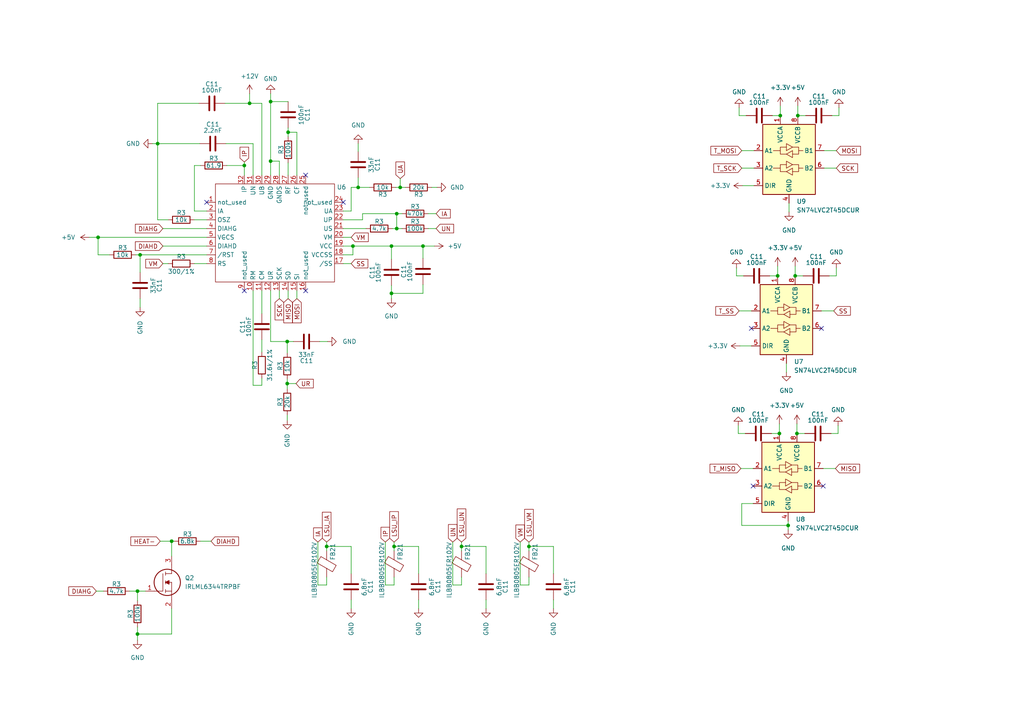
<source format=kicad_sch>
(kicad_sch (version 20230121) (generator eeschema)

  (uuid 48054c39-965b-4a42-aa84-bd6b3bae1ed2)

  (paper "A4")

  (title_block
    (title "\"MicroKI\" - Digitale Zusatzanzeigen")
    (date "2023-12-09")
    (rev "P1.1")
    (company "Sascha Werblow aka. LitoWelt")
    (comment 1 "www.github.com/Xilent2010/MicroKI")
    (comment 2 "www.facebook.com/litowelt")
    (comment 3 "www.instagram.com/litowelt")
  )

  (lib_symbols
    (symbol "Device:C" (pin_numbers hide) (pin_names (offset 0.254)) (in_bom yes) (on_board yes)
      (property "Reference" "C" (at 0.635 2.54 0)
        (effects (font (size 1.27 1.27)) (justify left))
      )
      (property "Value" "C" (at 0.635 -2.54 0)
        (effects (font (size 1.27 1.27)) (justify left))
      )
      (property "Footprint" "" (at 0.9652 -3.81 0)
        (effects (font (size 1.27 1.27)) hide)
      )
      (property "Datasheet" "~" (at 0 0 0)
        (effects (font (size 1.27 1.27)) hide)
      )
      (property "ki_keywords" "cap capacitor" (at 0 0 0)
        (effects (font (size 1.27 1.27)) hide)
      )
      (property "ki_description" "Unpolarized capacitor" (at 0 0 0)
        (effects (font (size 1.27 1.27)) hide)
      )
      (property "ki_fp_filters" "C_*" (at 0 0 0)
        (effects (font (size 1.27 1.27)) hide)
      )
      (symbol "C_0_1"
        (polyline
          (pts
            (xy -2.032 -0.762)
            (xy 2.032 -0.762)
          )
          (stroke (width 0.508) (type default))
          (fill (type none))
        )
        (polyline
          (pts
            (xy -2.032 0.762)
            (xy 2.032 0.762)
          )
          (stroke (width 0.508) (type default))
          (fill (type none))
        )
      )
      (symbol "C_1_1"
        (pin passive line (at 0 3.81 270) (length 2.794)
          (name "~" (effects (font (size 1.27 1.27))))
          (number "1" (effects (font (size 1.27 1.27))))
        )
        (pin passive line (at 0 -3.81 90) (length 2.794)
          (name "~" (effects (font (size 1.27 1.27))))
          (number "2" (effects (font (size 1.27 1.27))))
        )
      )
    )
    (symbol "Device:FerriteBead" (pin_numbers hide) (pin_names (offset 0)) (in_bom yes) (on_board yes)
      (property "Reference" "FB" (at -3.81 0.635 90)
        (effects (font (size 1.27 1.27)))
      )
      (property "Value" "FerriteBead" (at 3.81 0 90)
        (effects (font (size 1.27 1.27)))
      )
      (property "Footprint" "" (at -1.778 0 90)
        (effects (font (size 1.27 1.27)) hide)
      )
      (property "Datasheet" "~" (at 0 0 0)
        (effects (font (size 1.27 1.27)) hide)
      )
      (property "ki_keywords" "L ferrite bead inductor filter" (at 0 0 0)
        (effects (font (size 1.27 1.27)) hide)
      )
      (property "ki_description" "Ferrite bead" (at 0 0 0)
        (effects (font (size 1.27 1.27)) hide)
      )
      (property "ki_fp_filters" "Inductor_* L_* *Ferrite*" (at 0 0 0)
        (effects (font (size 1.27 1.27)) hide)
      )
      (symbol "FerriteBead_0_1"
        (polyline
          (pts
            (xy 0 -1.27)
            (xy 0 -1.2192)
          )
          (stroke (width 0) (type default))
          (fill (type none))
        )
        (polyline
          (pts
            (xy 0 1.27)
            (xy 0 1.2954)
          )
          (stroke (width 0) (type default))
          (fill (type none))
        )
        (polyline
          (pts
            (xy -2.7686 0.4064)
            (xy -1.7018 2.2606)
            (xy 2.7686 -0.3048)
            (xy 1.6764 -2.159)
            (xy -2.7686 0.4064)
          )
          (stroke (width 0) (type default))
          (fill (type none))
        )
      )
      (symbol "FerriteBead_1_1"
        (pin passive line (at 0 3.81 270) (length 2.54)
          (name "~" (effects (font (size 1.27 1.27))))
          (number "1" (effects (font (size 1.27 1.27))))
        )
        (pin passive line (at 0 -3.81 90) (length 2.54)
          (name "~" (effects (font (size 1.27 1.27))))
          (number "2" (effects (font (size 1.27 1.27))))
        )
      )
    )
    (symbol "Device:R" (pin_numbers hide) (pin_names (offset 0)) (in_bom yes) (on_board yes)
      (property "Reference" "R" (at 2.032 0 90)
        (effects (font (size 1.27 1.27)))
      )
      (property "Value" "R" (at 0 0 90)
        (effects (font (size 1.27 1.27)))
      )
      (property "Footprint" "" (at -1.778 0 90)
        (effects (font (size 1.27 1.27)) hide)
      )
      (property "Datasheet" "~" (at 0 0 0)
        (effects (font (size 1.27 1.27)) hide)
      )
      (property "ki_keywords" "R res resistor" (at 0 0 0)
        (effects (font (size 1.27 1.27)) hide)
      )
      (property "ki_description" "Resistor" (at 0 0 0)
        (effects (font (size 1.27 1.27)) hide)
      )
      (property "ki_fp_filters" "R_*" (at 0 0 0)
        (effects (font (size 1.27 1.27)) hide)
      )
      (symbol "R_0_1"
        (rectangle (start -1.016 -2.54) (end 1.016 2.54)
          (stroke (width 0.254) (type default))
          (fill (type none))
        )
      )
      (symbol "R_1_1"
        (pin passive line (at 0 3.81 270) (length 1.27)
          (name "~" (effects (font (size 1.27 1.27))))
          (number "1" (effects (font (size 1.27 1.27))))
        )
        (pin passive line (at 0 -3.81 90) (length 1.27)
          (name "~" (effects (font (size 1.27 1.27))))
          (number "2" (effects (font (size 1.27 1.27))))
        )
      )
    )
    (symbol "Logic_LevelTranslator:SN74LVC2T45DCUR" (in_bom yes) (on_board yes)
      (property "Reference" "U" (at -6.35 11.43 0)
        (effects (font (size 1.27 1.27)))
      )
      (property "Value" "SN74LVC2T45DCUR" (at 3.81 11.43 0)
        (effects (font (size 1.27 1.27)) (justify left))
      )
      (property "Footprint" "Package_SO:VSSOP-8_2.4x2.1mm_P0.5mm" (at 1.27 -13.97 0)
        (effects (font (size 1.27 1.27)) hide)
      )
      (property "Datasheet" "http://www.ti.com/lit/ds/symlink/sn74lvc2t45.pdf" (at -22.86 -13.97 0)
        (effects (font (size 1.27 1.27)) hide)
      )
      (property "ki_keywords" "Level-Shifter CMOS-TTL-Translation" (at 0 0 0)
        (effects (font (size 1.27 1.27)) hide)
      )
      (property "ki_description" "Dual-Bit Dual-Supply Bus Transceiver With Configurable Voltage Translation and 3-State Outputs, VSSOP-8" (at 0 0 0)
        (effects (font (size 1.27 1.27)) hide)
      )
      (property "ki_fp_filters" "VSSOP*2.4x2.1mm*P0.5mm*" (at 0 0 0)
        (effects (font (size 1.27 1.27)) hide)
      )
      (symbol "SN74LVC2T45DCUR_0_1"
        (rectangle (start -7.62 10.16) (end 7.62 -10.16)
          (stroke (width 0.254) (type default))
          (fill (type background))
        )
        (polyline
          (pts
            (xy -2.54 2.54)
            (xy -2.54 3.556)
            (xy -0.762 3.556)
          )
          (stroke (width 0) (type default))
          (fill (type none))
        )
        (polyline
          (pts
            (xy 2.794 2.54)
            (xy 2.794 1.524)
            (xy 1.016 1.524)
          )
          (stroke (width 0) (type default))
          (fill (type none))
        )
        (polyline
          (pts
            (xy -0.762 1.524)
            (xy -2.54 1.524)
            (xy -2.54 2.54)
            (xy -4.572 2.54)
          )
          (stroke (width 0) (type default))
          (fill (type none))
        )
        (polyline
          (pts
            (xy -0.762 2.54)
            (xy -0.762 4.572)
            (xy 1.016 3.556)
            (xy -0.762 2.54)
          )
          (stroke (width 0) (type default))
          (fill (type none))
        )
        (polyline
          (pts
            (xy 1.016 3.556)
            (xy 2.794 3.556)
            (xy 2.794 2.54)
            (xy 4.064 2.54)
          )
          (stroke (width 0) (type default))
          (fill (type none))
        )
        (polyline
          (pts
            (xy 1.016 2.54)
            (xy 1.016 0.762)
            (xy 1.016 0.508)
            (xy -0.762 1.524)
            (xy 1.016 2.54)
          )
          (stroke (width 0) (type default))
          (fill (type none))
        )
      )
      (symbol "SN74LVC2T45DCUR_1_1"
        (polyline
          (pts
            (xy -2.54 -2.54)
            (xy -2.54 -1.524)
            (xy -0.762 -1.524)
          )
          (stroke (width 0) (type default))
          (fill (type none))
        )
        (polyline
          (pts
            (xy 2.794 -2.54)
            (xy 2.794 -3.556)
            (xy 1.016 -3.556)
          )
          (stroke (width 0) (type default))
          (fill (type none))
        )
        (polyline
          (pts
            (xy -0.762 -3.556)
            (xy -2.54 -3.556)
            (xy -2.54 -2.54)
            (xy -4.572 -2.54)
          )
          (stroke (width 0) (type default))
          (fill (type none))
        )
        (polyline
          (pts
            (xy -0.762 -2.54)
            (xy -0.762 -0.508)
            (xy 1.016 -1.524)
            (xy -0.762 -2.54)
          )
          (stroke (width 0) (type default))
          (fill (type none))
        )
        (polyline
          (pts
            (xy 1.016 -1.524)
            (xy 2.794 -1.524)
            (xy 2.794 -2.54)
            (xy 4.064 -2.54)
          )
          (stroke (width 0) (type default))
          (fill (type none))
        )
        (polyline
          (pts
            (xy 1.016 -2.54)
            (xy 1.016 -4.318)
            (xy 1.016 -4.572)
            (xy -0.762 -3.556)
            (xy 1.016 -2.54)
          )
          (stroke (width 0) (type default))
          (fill (type none))
        )
        (pin power_in line (at -2.54 12.7 270) (length 2.54)
          (name "VCCA" (effects (font (size 1.27 1.27))))
          (number "1" (effects (font (size 1.27 1.27))))
        )
        (pin bidirectional line (at -10.16 2.54 0) (length 2.54)
          (name "A1" (effects (font (size 1.27 1.27))))
          (number "2" (effects (font (size 1.27 1.27))))
        )
        (pin bidirectional line (at -10.16 -2.54 0) (length 2.54)
          (name "A2" (effects (font (size 1.27 1.27))))
          (number "3" (effects (font (size 1.27 1.27))))
        )
        (pin power_in line (at 0 -12.7 90) (length 2.54)
          (name "GND" (effects (font (size 1.27 1.27))))
          (number "4" (effects (font (size 1.27 1.27))))
        )
        (pin input line (at -10.16 -7.62 0) (length 2.54)
          (name "DIR" (effects (font (size 1.27 1.27))))
          (number "5" (effects (font (size 1.27 1.27))))
        )
        (pin bidirectional line (at 10.16 -2.54 180) (length 2.54)
          (name "B2" (effects (font (size 1.27 1.27))))
          (number "6" (effects (font (size 1.27 1.27))))
        )
        (pin bidirectional line (at 10.16 2.54 180) (length 2.54)
          (name "B1" (effects (font (size 1.27 1.27))))
          (number "7" (effects (font (size 1.27 1.27))))
        )
        (pin power_in line (at 2.54 12.7 270) (length 2.54)
          (name "VCCB" (effects (font (size 1.27 1.27))))
          (number "8" (effects (font (size 1.27 1.27))))
        )
      )
    )
    (symbol "MicroKi_Library:CJ125_32LQFP" (in_bom yes) (on_board yes)
      (property "Reference" "U" (at 31.242 16.51 0)
        (effects (font (size 1.27 1.27)))
      )
      (property "Value" "" (at 0 0 0)
        (effects (font (size 1.27 1.27)))
      )
      (property "Footprint" "" (at 0 0 0)
        (effects (font (size 1.27 1.27)) hide)
      )
      (property "Datasheet" "" (at 0 0 0)
        (effects (font (size 1.27 1.27)) hide)
      )
      (symbol "CJ125_32LQFP_0_1"
        (rectangle (start -2.54 15.494) (end 32.004 -12.954)
          (stroke (width 0) (type default))
          (fill (type none))
        )
      )
      (symbol "CJ125_32LQFP_1_1"
        (pin input line (at -5.08 10.16 0) (length 2.54)
          (name "not_used" (effects (font (size 1.27 1.27))))
          (number "1" (effects (font (size 1.27 1.27))))
        )
        (pin input line (at 8.382 -15.494 90) (length 2.54)
          (name "RM" (effects (font (size 1.27 1.27))))
          (number "10" (effects (font (size 1.27 1.27))))
        )
        (pin input line (at 10.922 -15.494 90) (length 2.54)
          (name "CM" (effects (font (size 1.27 1.27))))
          (number "11" (effects (font (size 1.27 1.27))))
        )
        (pin input line (at 13.462 -15.494 90) (length 2.54)
          (name "UR" (effects (font (size 1.27 1.27))))
          (number "12" (effects (font (size 1.27 1.27))))
        )
        (pin input line (at 16.002 -15.494 90) (length 2.54)
          (name "SCK" (effects (font (size 1.27 1.27))))
          (number "13" (effects (font (size 1.27 1.27))))
        )
        (pin input line (at 18.542 -15.494 90) (length 2.54)
          (name "SO" (effects (font (size 1.27 1.27))))
          (number "14" (effects (font (size 1.27 1.27))))
        )
        (pin input line (at 21.082 -15.494 90) (length 2.54)
          (name "SI" (effects (font (size 1.27 1.27))))
          (number "15" (effects (font (size 1.27 1.27))))
        )
        (pin input line (at 23.622 -15.494 90) (length 2.54)
          (name "not_used" (effects (font (size 1.27 1.27))))
          (number "16" (effects (font (size 1.27 1.27))))
        )
        (pin input line (at 34.544 -7.62 180) (length 2.54)
          (name "/SS" (effects (font (size 1.27 1.27))))
          (number "17" (effects (font (size 1.27 1.27))))
        )
        (pin input line (at 34.544 -5.08 180) (length 2.54)
          (name "VCCSS" (effects (font (size 1.27 1.27))))
          (number "18" (effects (font (size 1.27 1.27))))
        )
        (pin input line (at 34.544 -2.54 180) (length 2.54)
          (name "VCC" (effects (font (size 1.27 1.27))))
          (number "19" (effects (font (size 1.27 1.27))))
        )
        (pin input line (at -5.08 7.62 0) (length 2.54)
          (name "IA" (effects (font (size 1.27 1.27))))
          (number "2" (effects (font (size 1.27 1.27))))
        )
        (pin input line (at 34.544 0 180) (length 2.54)
          (name "VM" (effects (font (size 1.27 1.27))))
          (number "20" (effects (font (size 1.27 1.27))))
        )
        (pin input line (at 34.544 2.54 180) (length 2.54)
          (name "US" (effects (font (size 1.27 1.27))))
          (number "21" (effects (font (size 1.27 1.27))))
        )
        (pin input line (at 34.544 5.08 180) (length 2.54)
          (name "UP" (effects (font (size 1.27 1.27))))
          (number "22" (effects (font (size 1.27 1.27))))
        )
        (pin input line (at 34.544 7.62 180) (length 2.54)
          (name "UA" (effects (font (size 1.27 1.27))))
          (number "23" (effects (font (size 1.27 1.27))))
        )
        (pin input line (at 34.544 10.16 180) (length 2.54)
          (name "not_used" (effects (font (size 1.27 1.27))))
          (number "24" (effects (font (size 1.27 1.27))))
        )
        (pin input line (at 23.622 18.034 270) (length 2.54)
          (name "not_used" (effects (font (size 1.27 1.27))))
          (number "25" (effects (font (size 1.27 1.27))))
        )
        (pin input line (at 21.082 18.034 270) (length 2.54)
          (name "CF" (effects (font (size 1.27 1.27))))
          (number "26" (effects (font (size 1.27 1.27))))
        )
        (pin input line (at 18.542 18.034 270) (length 2.54)
          (name "RF" (effects (font (size 1.27 1.27))))
          (number "27" (effects (font (size 1.27 1.27))))
        )
        (pin input line (at 16.002 18.034 270) (length 2.54)
          (name "GNDS" (effects (font (size 1.27 1.27))))
          (number "28" (effects (font (size 1.27 1.27))))
        )
        (pin input line (at 13.462 18.034 270) (length 2.54)
          (name "GND" (effects (font (size 1.27 1.27))))
          (number "29" (effects (font (size 1.27 1.27))))
        )
        (pin input line (at -5.08 5.08 0) (length 2.54)
          (name "OSZ" (effects (font (size 1.27 1.27))))
          (number "3" (effects (font (size 1.27 1.27))))
        )
        (pin input line (at 10.922 18.034 270) (length 2.54)
          (name "UB" (effects (font (size 1.27 1.27))))
          (number "30" (effects (font (size 1.27 1.27))))
        )
        (pin input line (at 8.382 18.034 270) (length 2.54)
          (name "UN" (effects (font (size 1.27 1.27))))
          (number "31" (effects (font (size 1.27 1.27))))
        )
        (pin input line (at 5.842 18.034 270) (length 2.54)
          (name "IP" (effects (font (size 1.27 1.27))))
          (number "32" (effects (font (size 1.27 1.27))))
        )
        (pin input line (at -5.08 2.54 0) (length 2.54)
          (name "DIAHG" (effects (font (size 1.27 1.27))))
          (number "4" (effects (font (size 1.27 1.27))))
        )
        (pin input line (at -5.08 0 0) (length 2.54)
          (name "VCCS" (effects (font (size 1.27 1.27))))
          (number "5" (effects (font (size 1.27 1.27))))
        )
        (pin input line (at -5.08 -2.54 0) (length 2.54)
          (name "DIAHD" (effects (font (size 1.27 1.27))))
          (number "6" (effects (font (size 1.27 1.27))))
        )
        (pin input line (at -5.08 -5.08 0) (length 2.54)
          (name "/RST" (effects (font (size 1.27 1.27))))
          (number "7" (effects (font (size 1.27 1.27))))
        )
        (pin input line (at -5.08 -7.62 0) (length 2.54)
          (name "RS" (effects (font (size 1.27 1.27))))
          (number "8" (effects (font (size 1.27 1.27))))
        )
        (pin input line (at 5.842 -15.494 90) (length 2.54)
          (name "not_used" (effects (font (size 1.27 1.27))))
          (number "9" (effects (font (size 1.27 1.27))))
        )
      )
    )
    (symbol "SamacSys_Parts:IRLML6344TRPBF" (pin_names (offset 0.762)) (in_bom yes) (on_board yes)
      (property "Reference" "Q" (at 11.43 3.81 0)
        (effects (font (size 1.27 1.27)) (justify left))
      )
      (property "Value" "IRLML6344TRPBF" (at 11.43 1.27 0)
        (effects (font (size 1.27 1.27)) (justify left))
      )
      (property "Footprint" "SOT95P237X112-3N" (at 11.43 -1.27 0)
        (effects (font (size 1.27 1.27)) (justify left) hide)
      )
      (property "Datasheet" "https://www.infineon.com/dgdl/irlml6344pbf.pdf?fileId=5546d462533600a4015356689c44262c" (at 11.43 -3.81 0)
        (effects (font (size 1.27 1.27)) (justify left) hide)
      )
      (property "Description" "IRLML6344TRPBF N-channel MOSFET Transistor, 5 A, 30 V, 3-Pin SOT-23" (at 11.43 -6.35 0)
        (effects (font (size 1.27 1.27)) (justify left) hide)
      )
      (property "Height" "1.12" (at 11.43 -8.89 0)
        (effects (font (size 1.27 1.27)) (justify left) hide)
      )
      (property "Mouser Part Number" "942-IRLML6344TRPBF" (at 11.43 -11.43 0)
        (effects (font (size 1.27 1.27)) (justify left) hide)
      )
      (property "Mouser Price/Stock" "https://www.mouser.co.uk/ProductDetail/Infineon-Technologies/IRLML6344TRPBF?qs=9%252BKlkBgLFf2w4qS48UOXVw%3D%3D" (at 11.43 -13.97 0)
        (effects (font (size 1.27 1.27)) (justify left) hide)
      )
      (property "Manufacturer_Name" "Infineon" (at 11.43 -16.51 0)
        (effects (font (size 1.27 1.27)) (justify left) hide)
      )
      (property "Manufacturer_Part_Number" "IRLML6344TRPBF" (at 11.43 -19.05 0)
        (effects (font (size 1.27 1.27)) (justify left) hide)
      )
      (property "ki_description" "IRLML6344TRPBF N-channel MOSFET Transistor, 5 A, 30 V, 3-Pin SOT-23" (at 0 0 0)
        (effects (font (size 1.27 1.27)) hide)
      )
      (symbol "IRLML6344TRPBF_0_0"
        (pin passive line (at 0 0 0) (length 2.54)
          (name "~" (effects (font (size 1.27 1.27))))
          (number "1" (effects (font (size 1.27 1.27))))
        )
        (pin passive line (at 7.62 -5.08 90) (length 2.54)
          (name "~" (effects (font (size 1.27 1.27))))
          (number "2" (effects (font (size 1.27 1.27))))
        )
        (pin passive line (at 7.62 10.16 270) (length 2.54)
          (name "~" (effects (font (size 1.27 1.27))))
          (number "3" (effects (font (size 1.27 1.27))))
        )
      )
      (symbol "IRLML6344TRPBF_0_1"
        (polyline
          (pts
            (xy 5.842 -0.508)
            (xy 5.842 0.508)
          )
          (stroke (width 0.1524) (type solid))
          (fill (type none))
        )
        (polyline
          (pts
            (xy 5.842 0)
            (xy 7.62 0)
          )
          (stroke (width 0.1524) (type solid))
          (fill (type none))
        )
        (polyline
          (pts
            (xy 5.842 2.032)
            (xy 5.842 3.048)
          )
          (stroke (width 0.1524) (type solid))
          (fill (type none))
        )
        (polyline
          (pts
            (xy 5.842 5.588)
            (xy 5.842 4.572)
          )
          (stroke (width 0.1524) (type solid))
          (fill (type none))
        )
        (polyline
          (pts
            (xy 7.62 2.54)
            (xy 5.842 2.54)
          )
          (stroke (width 0.1524) (type solid))
          (fill (type none))
        )
        (polyline
          (pts
            (xy 7.62 2.54)
            (xy 7.62 -2.54)
          )
          (stroke (width 0.1524) (type solid))
          (fill (type none))
        )
        (polyline
          (pts
            (xy 7.62 5.08)
            (xy 5.842 5.08)
          )
          (stroke (width 0.1524) (type solid))
          (fill (type none))
        )
        (polyline
          (pts
            (xy 7.62 5.08)
            (xy 7.62 7.62)
          )
          (stroke (width 0.1524) (type solid))
          (fill (type none))
        )
        (polyline
          (pts
            (xy 2.54 0)
            (xy 5.08 0)
            (xy 5.08 5.08)
          )
          (stroke (width 0.1524) (type solid))
          (fill (type none))
        )
        (polyline
          (pts
            (xy 5.842 2.54)
            (xy 6.858 3.048)
            (xy 6.858 2.032)
            (xy 5.842 2.54)
          )
          (stroke (width 0.254) (type solid))
          (fill (type outline))
        )
        (circle (center 6.35 2.54) (radius 3.81)
          (stroke (width 0.254) (type solid))
          (fill (type none))
        )
      )
    )
    (symbol "power:+12V" (power) (pin_names (offset 0)) (in_bom yes) (on_board yes)
      (property "Reference" "#PWR" (at 0 -3.81 0)
        (effects (font (size 1.27 1.27)) hide)
      )
      (property "Value" "+12V" (at 0 3.556 0)
        (effects (font (size 1.27 1.27)))
      )
      (property "Footprint" "" (at 0 0 0)
        (effects (font (size 1.27 1.27)) hide)
      )
      (property "Datasheet" "" (at 0 0 0)
        (effects (font (size 1.27 1.27)) hide)
      )
      (property "ki_keywords" "global power" (at 0 0 0)
        (effects (font (size 1.27 1.27)) hide)
      )
      (property "ki_description" "Power symbol creates a global label with name \"+12V\"" (at 0 0 0)
        (effects (font (size 1.27 1.27)) hide)
      )
      (symbol "+12V_0_1"
        (polyline
          (pts
            (xy -0.762 1.27)
            (xy 0 2.54)
          )
          (stroke (width 0) (type default))
          (fill (type none))
        )
        (polyline
          (pts
            (xy 0 0)
            (xy 0 2.54)
          )
          (stroke (width 0) (type default))
          (fill (type none))
        )
        (polyline
          (pts
            (xy 0 2.54)
            (xy 0.762 1.27)
          )
          (stroke (width 0) (type default))
          (fill (type none))
        )
      )
      (symbol "+12V_1_1"
        (pin power_in line (at 0 0 90) (length 0) hide
          (name "+12V" (effects (font (size 1.27 1.27))))
          (number "1" (effects (font (size 1.27 1.27))))
        )
      )
    )
    (symbol "power:+3.3V" (power) (pin_names (offset 0)) (in_bom yes) (on_board yes)
      (property "Reference" "#PWR" (at 0 -3.81 0)
        (effects (font (size 1.27 1.27)) hide)
      )
      (property "Value" "+3.3V" (at 0 3.556 0)
        (effects (font (size 1.27 1.27)))
      )
      (property "Footprint" "" (at 0 0 0)
        (effects (font (size 1.27 1.27)) hide)
      )
      (property "Datasheet" "" (at 0 0 0)
        (effects (font (size 1.27 1.27)) hide)
      )
      (property "ki_keywords" "global power" (at 0 0 0)
        (effects (font (size 1.27 1.27)) hide)
      )
      (property "ki_description" "Power symbol creates a global label with name \"+3.3V\"" (at 0 0 0)
        (effects (font (size 1.27 1.27)) hide)
      )
      (symbol "+3.3V_0_1"
        (polyline
          (pts
            (xy -0.762 1.27)
            (xy 0 2.54)
          )
          (stroke (width 0) (type default))
          (fill (type none))
        )
        (polyline
          (pts
            (xy 0 0)
            (xy 0 2.54)
          )
          (stroke (width 0) (type default))
          (fill (type none))
        )
        (polyline
          (pts
            (xy 0 2.54)
            (xy 0.762 1.27)
          )
          (stroke (width 0) (type default))
          (fill (type none))
        )
      )
      (symbol "+3.3V_1_1"
        (pin power_in line (at 0 0 90) (length 0) hide
          (name "+3.3V" (effects (font (size 1.27 1.27))))
          (number "1" (effects (font (size 1.27 1.27))))
        )
      )
    )
    (symbol "power:+5V" (power) (pin_names (offset 0)) (in_bom yes) (on_board yes)
      (property "Reference" "#PWR" (at 0 -3.81 0)
        (effects (font (size 1.27 1.27)) hide)
      )
      (property "Value" "+5V" (at 0 3.556 0)
        (effects (font (size 1.27 1.27)))
      )
      (property "Footprint" "" (at 0 0 0)
        (effects (font (size 1.27 1.27)) hide)
      )
      (property "Datasheet" "" (at 0 0 0)
        (effects (font (size 1.27 1.27)) hide)
      )
      (property "ki_keywords" "global power" (at 0 0 0)
        (effects (font (size 1.27 1.27)) hide)
      )
      (property "ki_description" "Power symbol creates a global label with name \"+5V\"" (at 0 0 0)
        (effects (font (size 1.27 1.27)) hide)
      )
      (symbol "+5V_0_1"
        (polyline
          (pts
            (xy -0.762 1.27)
            (xy 0 2.54)
          )
          (stroke (width 0) (type default))
          (fill (type none))
        )
        (polyline
          (pts
            (xy 0 0)
            (xy 0 2.54)
          )
          (stroke (width 0) (type default))
          (fill (type none))
        )
        (polyline
          (pts
            (xy 0 2.54)
            (xy 0.762 1.27)
          )
          (stroke (width 0) (type default))
          (fill (type none))
        )
      )
      (symbol "+5V_1_1"
        (pin power_in line (at 0 0 90) (length 0) hide
          (name "+5V" (effects (font (size 1.27 1.27))))
          (number "1" (effects (font (size 1.27 1.27))))
        )
      )
    )
    (symbol "power:GND" (power) (pin_names (offset 0)) (in_bom yes) (on_board yes)
      (property "Reference" "#PWR" (at 0 -6.35 0)
        (effects (font (size 1.27 1.27)) hide)
      )
      (property "Value" "GND" (at 0 -3.81 0)
        (effects (font (size 1.27 1.27)))
      )
      (property "Footprint" "" (at 0 0 0)
        (effects (font (size 1.27 1.27)) hide)
      )
      (property "Datasheet" "" (at 0 0 0)
        (effects (font (size 1.27 1.27)) hide)
      )
      (property "ki_keywords" "global power" (at 0 0 0)
        (effects (font (size 1.27 1.27)) hide)
      )
      (property "ki_description" "Power symbol creates a global label with name \"GND\" , ground" (at 0 0 0)
        (effects (font (size 1.27 1.27)) hide)
      )
      (symbol "GND_0_1"
        (polyline
          (pts
            (xy 0 0)
            (xy 0 -1.27)
            (xy 1.27 -1.27)
            (xy 0 -2.54)
            (xy -1.27 -1.27)
            (xy 0 -1.27)
          )
          (stroke (width 0) (type default))
          (fill (type none))
        )
      )
      (symbol "GND_1_1"
        (pin power_in line (at 0 0 270) (length 0) hide
          (name "GND" (effects (font (size 1.27 1.27))))
          (number "1" (effects (font (size 1.27 1.27))))
        )
      )
    )
  )

  (junction (at 231.394 33.528) (diameter 0) (color 0 0 0 0)
    (uuid 00a2368e-d5f6-46f5-92e7-dc2a62d9026e)
  )
  (junction (at 122.682 71.374) (diameter 0) (color 0 0 0 0)
    (uuid 1ade3957-8928-4af4-b62b-7a386c90d1a9)
  )
  (junction (at 225.552 80.01) (diameter 0) (color 0 0 0 0)
    (uuid 20c13f82-30d0-4a3f-b204-cff5dff664c4)
  )
  (junction (at 113.538 85.09) (diameter 0) (color 0 0 0 0)
    (uuid 2b1f610c-9c5f-41c2-be89-e63ef4e4f965)
  )
  (junction (at 226.314 33.528) (diameter 0) (color 0 0 0 0)
    (uuid 430f6088-ac0c-4d28-8919-242d1e14a652)
  )
  (junction (at 39.878 171.45) (diameter 0) (color 0 0 0 0)
    (uuid 44ed45ef-b724-448d-8766-5f268c6f27e0)
  )
  (junction (at 113.538 71.374) (diameter 0) (color 0 0 0 0)
    (uuid 46fbb295-23d9-49e6-9d47-162c3b72b675)
  )
  (junction (at 133.858 158.496) (diameter 0) (color 0 0 0 0)
    (uuid 47dda4c3-fb20-47c9-9548-4e321f3a147f)
  )
  (junction (at 116.078 54.356) (diameter 0) (color 0 0 0 0)
    (uuid 483b9d75-da50-43b4-b396-68d3d486d016)
  )
  (junction (at 153.416 158.496) (diameter 0) (color 0 0 0 0)
    (uuid 54bdffb5-908e-4217-84c4-c9815e2b578c)
  )
  (junction (at 39.878 183.896) (diameter 0) (color 0 0 0 0)
    (uuid 5c59ca52-a7d2-4f17-bd4f-59d6af57d720)
  )
  (junction (at 78.486 29.464) (diameter 0) (color 0 0 0 0)
    (uuid 61e82203-f89c-4454-97e4-02f3e36a64cb)
  )
  (junction (at 115.062 61.976) (diameter 0) (color 0 0 0 0)
    (uuid 630e782b-f48f-46e8-8be4-fb0e289ca6fd)
  )
  (junction (at 78.486 46.736) (diameter 0) (color 0 0 0 0)
    (uuid 6798120b-ac77-48c4-af28-be5b6be6b3d5)
  )
  (junction (at 226.06 125.73) (diameter 0) (color 0 0 0 0)
    (uuid 6e7fc998-1a30-4bf1-98f7-d82fec3a40b1)
  )
  (junction (at 103.886 54.356) (diameter 0) (color 0 0 0 0)
    (uuid 72461718-bf4f-47b8-8add-c9275d52ed71)
  )
  (junction (at 115.062 66.294) (diameter 0) (color 0 0 0 0)
    (uuid 7367126f-f555-445b-b2ea-488c67ae0f8d)
  )
  (junction (at 83.566 38.354) (diameter 0) (color 0 0 0 0)
    (uuid 89190e5c-57ee-42c4-b753-64214f11393b)
  )
  (junction (at 70.866 48.006) (diameter 0) (color 0 0 0 0)
    (uuid 9029897d-e6d2-4699-a71c-98995394c7e8)
  )
  (junction (at 83.312 99.06) (diameter 0) (color 0 0 0 0)
    (uuid 92c7cd43-f6d1-42ef-a117-f9db545e23af)
  )
  (junction (at 72.39 29.972) (diameter 0) (color 0 0 0 0)
    (uuid a0aa9fb7-e65b-4aee-b62c-6c93cb9c4c2d)
  )
  (junction (at 83.312 111.252) (diameter 0) (color 0 0 0 0)
    (uuid ab4123d8-8fa0-49be-82df-201536303eb6)
  )
  (junction (at 228.6 152.4) (diameter 0) (color 0 0 0 0)
    (uuid b2c46e9d-d04b-4b58-955b-f478955ed9ce)
  )
  (junction (at 28.448 68.834) (diameter 0) (color 0 0 0 0)
    (uuid b485099a-9729-4357-8e99-f9630c20309a)
  )
  (junction (at 231.14 125.73) (diameter 0) (color 0 0 0 0)
    (uuid c5688c21-111d-4407-a2e8-5679b1f87c3a)
  )
  (junction (at 102.362 71.374) (diameter 0) (color 0 0 0 0)
    (uuid c92a6206-276b-4455-b510-c3ad37630742)
  )
  (junction (at 94.742 158.496) (diameter 0) (color 0 0 0 0)
    (uuid d42f317f-cf5f-4e77-a07d-41e7d817bd43)
  )
  (junction (at 114.3 158.496) (diameter 0) (color 0 0 0 0)
    (uuid e3a8bcae-837a-48ae-a191-2a9135c0fc47)
  )
  (junction (at 40.64 73.914) (diameter 0) (color 0 0 0 0)
    (uuid e3ba9271-0322-4ce8-8600-01bc07e3918f)
  )
  (junction (at 45.72 41.656) (diameter 0) (color 0 0 0 0)
    (uuid ee7cf16f-e41c-4b62-a15d-a6054e565b47)
  )
  (junction (at 230.632 80.01) (diameter 0) (color 0 0 0 0)
    (uuid f248dc4f-bac7-4937-a587-b751b4d9e733)
  )
  (junction (at 49.784 156.972) (diameter 0) (color 0 0 0 0)
    (uuid f287af98-f7e5-4758-b948-05652f0e938e)
  )

  (no_connect (at 218.44 140.97) (uuid 8181065b-dfb8-4a8c-80fd-ae4dbb7f9180))
  (no_connect (at 99.568 58.674) (uuid 81e1dc4b-8bce-4c40-be60-e140d7b2e20a))
  (no_connect (at 238.76 140.97) (uuid 97074209-07f0-4d5f-b33a-aa9afd3726e3))
  (no_connect (at 217.932 95.25) (uuid b9577152-6681-4e01-9f08-77e6de5863f3))
  (no_connect (at 88.646 50.8) (uuid ddf05e88-db56-4ade-94f5-7b111f28bdd6))
  (no_connect (at 88.646 84.328) (uuid ded739d6-1394-4f0f-b6c2-25fa25d027e2))
  (no_connect (at 59.944 58.674) (uuid e483dbbe-c795-4bc1-95f8-e4e47cd3dec7))
  (no_connect (at 238.252 95.25) (uuid e7e12760-c0cb-4174-8edf-c7c1f49b9d76))
  (no_connect (at 70.866 84.328) (uuid ecd8dd88-8749-4a24-8a87-424fcfa8b283))

  (wire (pts (xy 124.206 61.976) (xy 126.492 61.976))
    (stroke (width 0) (type default))
    (uuid 00a7c0cf-e3c4-42a0-ba70-fe686a1c9764)
  )
  (wire (pts (xy 75.946 98.552) (xy 75.946 102.108))
    (stroke (width 0) (type default))
    (uuid 011b625a-a9dc-4d0c-9e49-4f8912e852a0)
  )
  (wire (pts (xy 231.14 125.73) (xy 233.426 125.73))
    (stroke (width 0) (type default))
    (uuid 044f5a48-acd8-478a-828f-960f125bdbd9)
  )
  (wire (pts (xy 113.792 66.294) (xy 115.062 66.294))
    (stroke (width 0) (type default))
    (uuid 04e9b4c6-8dd6-431c-90ea-7e63d546e76e)
  )
  (wire (pts (xy 238.252 90.17) (xy 241.808 90.17))
    (stroke (width 0) (type default))
    (uuid 05168552-4ba2-4fbd-9bb7-2dbafdf75cdb)
  )
  (wire (pts (xy 111.76 169.672) (xy 114.3 169.672))
    (stroke (width 0) (type default))
    (uuid 06a40bdb-c6ba-4bbd-a9ad-cb4e89e479a0)
  )
  (wire (pts (xy 94.742 157.226) (xy 94.742 158.496))
    (stroke (width 0) (type default))
    (uuid 0bf82c3b-dac2-48cc-9f01-2f344fab6f0b)
  )
  (wire (pts (xy 86.106 50.8) (xy 86.106 38.354))
    (stroke (width 0) (type default))
    (uuid 0c4d413b-e352-48f3-863b-af9558ac34ac)
  )
  (wire (pts (xy 59.944 61.214) (xy 56.388 61.214))
    (stroke (width 0) (type default))
    (uuid 0d226c21-d1fc-4d23-a7ac-e0299449bd5f)
  )
  (wire (pts (xy 121.412 166.37) (xy 121.412 158.496))
    (stroke (width 0) (type default))
    (uuid 1084df3b-d9a5-4dda-9950-e99edfb45814)
  )
  (wire (pts (xy 47.244 71.374) (xy 59.944 71.374))
    (stroke (width 0) (type default))
    (uuid 1163d282-caad-49d4-8c06-c078789c3059)
  )
  (wire (pts (xy 56.388 63.754) (xy 59.944 63.754))
    (stroke (width 0) (type default))
    (uuid 12e7825b-931b-4597-9b5e-904a92749354)
  )
  (wire (pts (xy 214.376 31.242) (xy 214.376 33.528))
    (stroke (width 0) (type default))
    (uuid 1485a446-1522-4204-afd3-99a828214de1)
  )
  (wire (pts (xy 72.39 29.972) (xy 72.39 27.178))
    (stroke (width 0) (type default))
    (uuid 15029734-69f9-4fb3-87e2-e945af85b0a6)
  )
  (wire (pts (xy 150.876 157.226) (xy 150.876 169.672))
    (stroke (width 0) (type default))
    (uuid 18ae4416-37f2-498b-8db0-3f30c773e582)
  )
  (wire (pts (xy 114.3 169.672) (xy 114.3 167.386))
    (stroke (width 0) (type default))
    (uuid 19a1ff7a-fd46-472e-91d4-c762ba86d445)
  )
  (wire (pts (xy 241.3 33.528) (xy 243.332 33.528))
    (stroke (width 0) (type default))
    (uuid 1ac6b3b7-8a12-474c-a849-872837098533)
  )
  (wire (pts (xy 49.784 156.972) (xy 50.546 156.972))
    (stroke (width 0) (type default))
    (uuid 1b7e33d7-d5da-4acf-b208-e1d45dd38db0)
  )
  (wire (pts (xy 39.878 183.896) (xy 39.878 185.674))
    (stroke (width 0) (type default))
    (uuid 21ddcfd4-a1e1-496b-af8b-f7243dbe78bf)
  )
  (wire (pts (xy 230.632 80.01) (xy 232.918 80.01))
    (stroke (width 0) (type default))
    (uuid 2545cbfd-32c2-4243-b9c3-0087511f3449)
  )
  (wire (pts (xy 70.866 46.99) (xy 70.866 48.006))
    (stroke (width 0) (type default))
    (uuid 28c13d55-9184-48a7-9d19-8adfd2d4e352)
  )
  (wire (pts (xy 81.026 50.8) (xy 81.026 46.736))
    (stroke (width 0) (type default))
    (uuid 29e42432-b6ef-42bd-90c0-922a08b4c1a6)
  )
  (wire (pts (xy 92.202 157.226) (xy 92.202 169.672))
    (stroke (width 0) (type default))
    (uuid 2a3026f7-f9fe-4b06-8bc9-453e3b856b1a)
  )
  (wire (pts (xy 140.97 158.496) (xy 133.858 158.496))
    (stroke (width 0) (type default))
    (uuid 2ae0b450-51c2-4518-8a02-3f7d72c298c9)
  )
  (wire (pts (xy 81.026 84.328) (xy 81.026 86.614))
    (stroke (width 0) (type default))
    (uuid 2bf8a01f-f639-4c73-b55b-e36a3a4eff74)
  )
  (wire (pts (xy 45.72 63.754) (xy 45.72 41.656))
    (stroke (width 0) (type default))
    (uuid 2c8783bd-fc36-4dc0-9152-4cc6fb62dffe)
  )
  (wire (pts (xy 78.486 46.736) (xy 78.486 50.8))
    (stroke (width 0) (type default))
    (uuid 2ceb3e04-51c2-420e-b763-d0ca8d7847af)
  )
  (wire (pts (xy 45.72 29.972) (xy 45.72 41.656))
    (stroke (width 0) (type default))
    (uuid 2f3171a4-5bc2-4151-9c6b-aa5af54e8761)
  )
  (wire (pts (xy 99.568 63.754) (xy 105.156 63.754))
    (stroke (width 0) (type default))
    (uuid 32326a91-fe91-4616-85fe-9f63624d8bbc)
  )
  (wire (pts (xy 70.866 48.006) (xy 70.866 50.8))
    (stroke (width 0) (type default))
    (uuid 32ca4fb6-541d-4657-9db4-a092d69deb71)
  )
  (wire (pts (xy 140.97 166.37) (xy 140.97 158.496))
    (stroke (width 0) (type default))
    (uuid 342c686f-9424-474a-8fbd-34968f530c4f)
  )
  (wire (pts (xy 92.71 99.06) (xy 94.996 99.06))
    (stroke (width 0) (type default))
    (uuid 3494c719-ab92-456a-b3cd-a976dcbee275)
  )
  (wire (pts (xy 56.388 76.454) (xy 59.944 76.454))
    (stroke (width 0) (type default))
    (uuid 35ceb670-2df6-4e11-97bc-2a7da89949c3)
  )
  (wire (pts (xy 86.106 84.328) (xy 86.106 86.614))
    (stroke (width 0) (type default))
    (uuid 366cdab7-0ba3-4c6a-9e0a-2af5398c30b1)
  )
  (wire (pts (xy 153.416 157.226) (xy 153.416 158.496))
    (stroke (width 0) (type default))
    (uuid 3679bad7-776d-40e7-9681-172f1638c194)
  )
  (wire (pts (xy 78.486 27.178) (xy 78.486 29.464))
    (stroke (width 0) (type default))
    (uuid 3a9f521b-b9c5-41a9-b208-92def47bebc7)
  )
  (wire (pts (xy 103.886 41.656) (xy 103.886 43.942))
    (stroke (width 0) (type default))
    (uuid 407c2121-c767-4f05-9102-059c013375d0)
  )
  (wire (pts (xy 215.138 48.768) (xy 218.694 48.768))
    (stroke (width 0) (type default))
    (uuid 41422a3a-53cf-4f7a-a79f-656f184e2a84)
  )
  (wire (pts (xy 73.406 41.656) (xy 73.406 50.8))
    (stroke (width 0) (type default))
    (uuid 41c112ff-73c8-4412-96fe-0536bcf2b510)
  )
  (wire (pts (xy 27.94 171.45) (xy 29.972 171.45))
    (stroke (width 0) (type default))
    (uuid 422f5230-cdfa-44a1-a828-6972ac714b53)
  )
  (wire (pts (xy 217.932 90.17) (xy 214.376 90.17))
    (stroke (width 0) (type default))
    (uuid 43e940bf-b1fc-4f82-952d-021ed4e9db0f)
  )
  (wire (pts (xy 105.156 63.754) (xy 105.156 61.976))
    (stroke (width 0) (type default))
    (uuid 44642c45-ff7f-4123-9765-6aeef5988026)
  )
  (wire (pts (xy 214.122 123.444) (xy 214.122 125.73))
    (stroke (width 0) (type default))
    (uuid 44b1d2fa-40fe-4ea4-9ada-b71f9dadefbc)
  )
  (wire (pts (xy 223.266 80.01) (xy 225.552 80.01))
    (stroke (width 0) (type default))
    (uuid 48a515bd-9903-4a32-977c-4e7ca3dfe611)
  )
  (wire (pts (xy 133.858 158.496) (xy 133.858 159.766))
    (stroke (width 0) (type default))
    (uuid 4a326075-2b1b-4b31-8e63-4908a937519f)
  )
  (wire (pts (xy 230.632 77.216) (xy 230.632 80.01))
    (stroke (width 0) (type default))
    (uuid 4a4df5c2-0c13-45ef-939f-4c92eca8777a)
  )
  (wire (pts (xy 58.166 156.972) (xy 61.214 156.972))
    (stroke (width 0) (type default))
    (uuid 4ae93591-89f2-40d5-beb4-bd01d3e638da)
  )
  (wire (pts (xy 115.062 61.976) (xy 116.586 61.976))
    (stroke (width 0) (type default))
    (uuid 4b93fea0-d8b1-4bd9-9053-ade69b715680)
  )
  (wire (pts (xy 218.694 43.688) (xy 215.138 43.688))
    (stroke (width 0) (type default))
    (uuid 5103782e-732a-49ab-a30c-a80e5309dea2)
  )
  (wire (pts (xy 223.774 125.73) (xy 226.06 125.73))
    (stroke (width 0) (type default))
    (uuid 51f12514-1958-49a2-939f-e5e68f9965b6)
  )
  (wire (pts (xy 39.878 174.244) (xy 39.878 171.45))
    (stroke (width 0) (type default))
    (uuid 5247dcaf-12d8-448d-82ee-b41810c5f1bd)
  )
  (wire (pts (xy 101.854 166.37) (xy 101.854 158.496))
    (stroke (width 0) (type default))
    (uuid 5347ce6b-1cf2-4199-9650-a8487795c789)
  )
  (wire (pts (xy 99.568 76.454) (xy 101.854 76.454))
    (stroke (width 0) (type default))
    (uuid 544415e0-04b4-4970-b390-169db33d5e4b)
  )
  (wire (pts (xy 49.784 183.896) (xy 39.878 183.896))
    (stroke (width 0) (type default))
    (uuid 546cbbcf-6b8f-44c1-8824-9caedcb9c1a0)
  )
  (wire (pts (xy 214.884 135.89) (xy 218.44 135.89))
    (stroke (width 0) (type default))
    (uuid 549ea39a-7037-41ec-ae8c-4b4dba145793)
  )
  (wire (pts (xy 39.878 183.896) (xy 39.878 181.864))
    (stroke (width 0) (type default))
    (uuid 5723e0a8-460a-4ef2-a31e-a86ce4166b63)
  )
  (wire (pts (xy 122.682 82.55) (xy 122.682 85.09))
    (stroke (width 0) (type default))
    (uuid 57853810-f036-4082-b945-e8d64914df7d)
  )
  (wire (pts (xy 153.416 169.672) (xy 153.416 167.386))
    (stroke (width 0) (type default))
    (uuid 584a291b-68e2-4af6-8656-56daf874dc71)
  )
  (wire (pts (xy 214.122 125.73) (xy 216.154 125.73))
    (stroke (width 0) (type default))
    (uuid 58f2fccd-fff3-4e56-a4f4-246e1a762d4a)
  )
  (wire (pts (xy 75.946 50.8) (xy 75.946 29.972))
    (stroke (width 0) (type default))
    (uuid 593233a6-4244-4858-8289-891b3cf6934f)
  )
  (wire (pts (xy 48.768 63.754) (xy 45.72 63.754))
    (stroke (width 0) (type default))
    (uuid 5c6164d8-6bc3-4265-a916-9ff4d7a33e5e)
  )
  (wire (pts (xy 114.808 54.356) (xy 116.078 54.356))
    (stroke (width 0) (type default))
    (uuid 62fff0e7-9a76-4535-bbb0-fd766feb626f)
  )
  (wire (pts (xy 116.078 54.356) (xy 117.602 54.356))
    (stroke (width 0) (type default))
    (uuid 64348a70-91e7-41c7-b8ae-070e1bfb6bff)
  )
  (wire (pts (xy 133.858 169.672) (xy 133.858 167.386))
    (stroke (width 0) (type default))
    (uuid 65e7ab10-95c0-4a7a-bb88-1098ca5e5a58)
  )
  (wire (pts (xy 28.448 68.834) (xy 59.944 68.834))
    (stroke (width 0) (type default))
    (uuid 66723d5c-18d6-490a-8d1e-19c846d63815)
  )
  (wire (pts (xy 114.3 157.226) (xy 114.3 158.496))
    (stroke (width 0) (type default))
    (uuid 68d67e44-3b08-4580-9246-b63c377a291a)
  )
  (wire (pts (xy 111.76 157.226) (xy 111.76 169.672))
    (stroke (width 0) (type default))
    (uuid 69618557-b72d-429f-b8b1-c509a52713b5)
  )
  (wire (pts (xy 116.078 51.816) (xy 116.078 54.356))
    (stroke (width 0) (type default))
    (uuid 6a2099d7-6a21-488a-8d4b-241376801c1a)
  )
  (wire (pts (xy 102.362 71.374) (xy 113.538 71.374))
    (stroke (width 0) (type default))
    (uuid 6ad20d01-e254-43e3-ac87-826390cc9b3f)
  )
  (wire (pts (xy 46.482 156.972) (xy 49.784 156.972))
    (stroke (width 0) (type default))
    (uuid 6b6ac2f0-bbc1-41c3-9a70-4cbcbcdf0144)
  )
  (wire (pts (xy 102.362 71.374) (xy 99.568 71.374))
    (stroke (width 0) (type default))
    (uuid 6c112fd7-c45e-47a6-af97-904bdf670e6e)
  )
  (wire (pts (xy 122.682 71.374) (xy 125.984 71.374))
    (stroke (width 0) (type default))
    (uuid 6d1dd0d0-a3e6-4ef8-8b4c-96d49d953c25)
  )
  (wire (pts (xy 214.376 33.528) (xy 216.408 33.528))
    (stroke (width 0) (type default))
    (uuid 6e743557-006e-4f7f-824e-893ce2debb81)
  )
  (wire (pts (xy 228.854 58.928) (xy 228.854 61.468))
    (stroke (width 0) (type default))
    (uuid 6eb777e7-96f5-4f0b-bed3-81a7a977b24e)
  )
  (wire (pts (xy 65.786 48.006) (xy 70.866 48.006))
    (stroke (width 0) (type default))
    (uuid 70031c08-9cce-4569-9c67-5039b216e7a0)
  )
  (wire (pts (xy 121.412 173.99) (xy 121.412 176.53))
    (stroke (width 0) (type default))
    (uuid 70726a71-9b9f-4f1b-8096-f4b1a7fa7125)
  )
  (wire (pts (xy 215.392 53.848) (xy 218.694 53.848))
    (stroke (width 0) (type default))
    (uuid 70b84061-f06d-48a4-9ef8-e517e3c611c8)
  )
  (wire (pts (xy 83.312 99.06) (xy 85.09 99.06))
    (stroke (width 0) (type default))
    (uuid 74e91b06-8006-4805-9917-2b64cd08004a)
  )
  (wire (pts (xy 83.312 111.252) (xy 83.312 112.776))
    (stroke (width 0) (type default))
    (uuid 783011f5-ccff-4529-bd07-fffbd7db9568)
  )
  (wire (pts (xy 83.312 109.982) (xy 83.312 111.252))
    (stroke (width 0) (type default))
    (uuid 796e2f0a-4514-450c-ad09-429f325768eb)
  )
  (wire (pts (xy 86.106 38.354) (xy 83.566 38.354))
    (stroke (width 0) (type default))
    (uuid 7b4151a2-d1d3-47ba-9049-5d8856f45d6b)
  )
  (wire (pts (xy 49.784 176.53) (xy 49.784 183.896))
    (stroke (width 0) (type default))
    (uuid 7c07c24c-7ba5-4233-b2be-d8e6264f78fa)
  )
  (wire (pts (xy 57.658 29.972) (xy 45.72 29.972))
    (stroke (width 0) (type default))
    (uuid 7c17d3af-9b8a-4ba2-92a2-b96e67bca63f)
  )
  (wire (pts (xy 85.852 111.252) (xy 83.312 111.252))
    (stroke (width 0) (type default))
    (uuid 7e6312c4-e172-438b-99f2-eb1cebf55724)
  )
  (wire (pts (xy 39.37 73.914) (xy 40.64 73.914))
    (stroke (width 0) (type default))
    (uuid 7f54644f-48ed-49d7-b626-e214517c27ef)
  )
  (wire (pts (xy 99.568 73.914) (xy 102.362 73.914))
    (stroke (width 0) (type default))
    (uuid 7f9ee4fb-b507-461e-9140-35fb6ac02728)
  )
  (wire (pts (xy 231.14 122.936) (xy 231.14 125.73))
    (stroke (width 0) (type default))
    (uuid 817520c8-1fb9-429a-87da-decbb91b5316)
  )
  (wire (pts (xy 160.528 166.37) (xy 160.528 158.496))
    (stroke (width 0) (type default))
    (uuid 81ab5c56-0980-4e33-a7c1-e38c21bf3bb2)
  )
  (wire (pts (xy 213.614 77.724) (xy 213.614 80.01))
    (stroke (width 0) (type default))
    (uuid 81f3a06e-5057-4eae-b511-1fa863462635)
  )
  (wire (pts (xy 83.566 84.328) (xy 83.566 86.614))
    (stroke (width 0) (type default))
    (uuid 84f1b90e-14ed-428a-8b07-a8e45f8d3590)
  )
  (wire (pts (xy 226.06 122.936) (xy 226.06 125.73))
    (stroke (width 0) (type default))
    (uuid 88f49c8a-73b0-4ebe-9c1c-1ea36ae58654)
  )
  (wire (pts (xy 28.448 68.834) (xy 28.448 73.914))
    (stroke (width 0) (type default))
    (uuid 8bed6ba3-8fc8-40b5-ae31-428c974e6372)
  )
  (wire (pts (xy 39.878 171.45) (xy 42.164 171.45))
    (stroke (width 0) (type default))
    (uuid 8c075093-6500-4d1d-b447-1982c3663a97)
  )
  (wire (pts (xy 226.314 30.734) (xy 226.314 33.528))
    (stroke (width 0) (type default))
    (uuid 8f78a07a-7dbc-41bb-b7f8-016f939a9933)
  )
  (wire (pts (xy 231.394 30.734) (xy 231.394 33.528))
    (stroke (width 0) (type default))
    (uuid 95d24442-729c-4538-8259-4e1549a0d2b0)
  )
  (wire (pts (xy 94.742 169.672) (xy 94.742 167.386))
    (stroke (width 0) (type default))
    (uuid 983fb48b-6408-446b-a84a-a4d0ef7a7729)
  )
  (wire (pts (xy 114.3 158.496) (xy 114.3 159.766))
    (stroke (width 0) (type default))
    (uuid 9a7f4267-41dc-4b1f-8ce2-ca68b7b937bf)
  )
  (wire (pts (xy 103.886 51.562) (xy 103.886 54.356))
    (stroke (width 0) (type default))
    (uuid 9b4424b3-afa5-453b-b361-3fa79c06067c)
  )
  (wire (pts (xy 73.406 111.76) (xy 75.946 111.76))
    (stroke (width 0) (type default))
    (uuid 9c57f3c2-7bb1-42d4-9529-72a30476efbe)
  )
  (wire (pts (xy 75.946 29.972) (xy 72.39 29.972))
    (stroke (width 0) (type default))
    (uuid 9cce0a58-d17f-43b0-bc42-ca33e7eaa51a)
  )
  (wire (pts (xy 83.312 120.396) (xy 83.312 121.92))
    (stroke (width 0) (type default))
    (uuid 9cf9110d-28a3-483c-a2fe-6243c65531da)
  )
  (wire (pts (xy 102.362 73.914) (xy 102.362 71.374))
    (stroke (width 0) (type default))
    (uuid 9e010e3e-1820-4dbc-bda4-7aedd09eb89c)
  )
  (wire (pts (xy 228.6 151.13) (xy 228.6 152.4))
    (stroke (width 0) (type default))
    (uuid 9e3d4b2b-5709-4e6a-8c64-a7befa353d13)
  )
  (wire (pts (xy 78.486 99.06) (xy 83.312 99.06))
    (stroke (width 0) (type default))
    (uuid 9ee3667d-cb46-4671-9dc5-54409a0cb8dc)
  )
  (wire (pts (xy 65.532 41.656) (xy 73.406 41.656))
    (stroke (width 0) (type default))
    (uuid a18ea78a-3a82-4ce7-a25a-3bd60ce64e39)
  )
  (wire (pts (xy 243.332 31.242) (xy 243.332 33.528))
    (stroke (width 0) (type default))
    (uuid a27812aa-eb55-4730-afdb-a5cb81151a60)
  )
  (wire (pts (xy 125.222 54.356) (xy 126.746 54.356))
    (stroke (width 0) (type default))
    (uuid a28d48d9-6844-4d11-ae63-63bbbd3b536b)
  )
  (wire (pts (xy 78.486 29.464) (xy 78.486 46.736))
    (stroke (width 0) (type default))
    (uuid a35eac19-6d93-499b-9b3f-349de8748a04)
  )
  (wire (pts (xy 153.416 158.496) (xy 153.416 159.766))
    (stroke (width 0) (type default))
    (uuid a57ec62d-96ba-4be1-baf0-bd594becd3f5)
  )
  (wire (pts (xy 215.138 146.05) (xy 218.44 146.05))
    (stroke (width 0) (type default))
    (uuid a5dc2dcc-487c-4b75-9020-1ff6026282dc)
  )
  (wire (pts (xy 243.078 123.444) (xy 243.078 125.73))
    (stroke (width 0) (type default))
    (uuid a6130dca-94bc-454b-943a-1420401c6deb)
  )
  (wire (pts (xy 133.858 157.226) (xy 133.858 158.496))
    (stroke (width 0) (type default))
    (uuid a836dc53-ffd1-4160-8f92-cdfd15edcc9d)
  )
  (wire (pts (xy 115.062 66.294) (xy 116.586 66.294))
    (stroke (width 0) (type default))
    (uuid a95bea2e-a077-4628-a2df-53dc19738d32)
  )
  (wire (pts (xy 124.206 66.294) (xy 126.492 66.294))
    (stroke (width 0) (type default))
    (uuid aae1a9e9-0100-4274-b6d9-3a364c2eaa0b)
  )
  (wire (pts (xy 215.138 152.4) (xy 215.138 146.05))
    (stroke (width 0) (type default))
    (uuid ad80e70a-8d12-48ec-a341-26d58b467fe8)
  )
  (wire (pts (xy 121.412 158.496) (xy 114.3 158.496))
    (stroke (width 0) (type default))
    (uuid aeae010f-c592-4966-a990-2be6b8cdeba0)
  )
  (wire (pts (xy 238.76 135.89) (xy 242.316 135.89))
    (stroke (width 0) (type default))
    (uuid af557f14-61ce-46e2-8304-dba87a968f39)
  )
  (wire (pts (xy 25.908 68.834) (xy 28.448 68.834))
    (stroke (width 0) (type default))
    (uuid afc2dae0-7ee7-47eb-8208-4e227bdf56a3)
  )
  (wire (pts (xy 239.014 48.768) (xy 242.57 48.768))
    (stroke (width 0) (type default))
    (uuid b1a032f2-8493-43b9-9830-caa5c220b81e)
  )
  (wire (pts (xy 73.406 84.328) (xy 73.406 111.76))
    (stroke (width 0) (type default))
    (uuid b1bb8b90-d316-473a-bd84-bcd5597c39b1)
  )
  (wire (pts (xy 44.196 41.656) (xy 45.72 41.656))
    (stroke (width 0) (type default))
    (uuid b20fba44-638f-429b-920e-202f221e7c5e)
  )
  (wire (pts (xy 72.39 29.972) (xy 65.278 29.972))
    (stroke (width 0) (type default))
    (uuid b31f93c6-ead7-4fac-a258-6ea4b713be8d)
  )
  (wire (pts (xy 78.486 84.328) (xy 78.486 99.06))
    (stroke (width 0) (type default))
    (uuid b540952e-bda1-466d-a35f-a55ce1f7a98a)
  )
  (wire (pts (xy 47.244 66.294) (xy 59.944 66.294))
    (stroke (width 0) (type default))
    (uuid ba859d9f-fac3-48ed-b72d-6def43f18a64)
  )
  (wire (pts (xy 224.028 33.528) (xy 226.314 33.528))
    (stroke (width 0) (type default))
    (uuid bd2054fd-40a1-4c72-be41-3af8b451d707)
  )
  (wire (pts (xy 40.64 73.914) (xy 40.64 78.994))
    (stroke (width 0) (type default))
    (uuid bde5ddde-e0c4-4ac0-8732-4d41cefba058)
  )
  (wire (pts (xy 47.244 76.454) (xy 48.768 76.454))
    (stroke (width 0) (type default))
    (uuid c034fa85-caac-44b9-976b-1930f76396f4)
  )
  (wire (pts (xy 103.886 54.356) (xy 107.188 54.356))
    (stroke (width 0) (type default))
    (uuid c1c0e009-2cce-40f9-aa47-98947ad794da)
  )
  (wire (pts (xy 131.318 157.226) (xy 131.318 169.672))
    (stroke (width 0) (type default))
    (uuid c4d1c81e-64cc-4825-b9f7-99f1d1ca0810)
  )
  (wire (pts (xy 75.946 111.76) (xy 75.946 109.728))
    (stroke (width 0) (type default))
    (uuid c63f944d-0dc6-46f9-883e-b567c78c778b)
  )
  (wire (pts (xy 131.318 169.672) (xy 133.858 169.672))
    (stroke (width 0) (type default))
    (uuid c73d1817-2d88-4068-821a-fc82a20f2134)
  )
  (wire (pts (xy 94.742 158.496) (xy 94.742 159.766))
    (stroke (width 0) (type default))
    (uuid c9cde31f-2125-430f-88d5-cf9f97ce532a)
  )
  (wire (pts (xy 101.854 173.99) (xy 101.854 176.53))
    (stroke (width 0) (type default))
    (uuid cb3a6891-7baf-4753-8b17-10b830ab021a)
  )
  (wire (pts (xy 45.72 41.656) (xy 57.912 41.656))
    (stroke (width 0) (type default))
    (uuid cb845b22-3d2e-411d-a29a-c9398ae8f00f)
  )
  (wire (pts (xy 113.538 71.374) (xy 122.682 71.374))
    (stroke (width 0) (type default))
    (uuid ccbe71ab-13ee-4209-8a85-7c914f28f409)
  )
  (wire (pts (xy 160.528 158.496) (xy 153.416 158.496))
    (stroke (width 0) (type default))
    (uuid ce3ee099-7f62-4fc9-8caf-98be8c3b21d4)
  )
  (wire (pts (xy 240.538 80.01) (xy 242.57 80.01))
    (stroke (width 0) (type default))
    (uuid cf8ec67d-becb-4f8b-912c-046a44fd62b1)
  )
  (wire (pts (xy 231.394 33.528) (xy 233.68 33.528))
    (stroke (width 0) (type default))
    (uuid d01a66e4-d595-4c34-b86b-267059fdf92e)
  )
  (wire (pts (xy 228.6 152.4) (xy 215.138 152.4))
    (stroke (width 0) (type default))
    (uuid d24af4f4-0b75-43b1-8054-df7416c4e6f5)
  )
  (wire (pts (xy 83.312 102.362) (xy 83.312 99.06))
    (stroke (width 0) (type default))
    (uuid d2ada4ab-3fcb-4382-9136-a5d01fe9460e)
  )
  (wire (pts (xy 140.97 173.99) (xy 140.97 176.53))
    (stroke (width 0) (type default))
    (uuid d6dfa49c-76e9-40a3-ad52-1c0a50916364)
  )
  (wire (pts (xy 113.538 85.09) (xy 113.538 82.804))
    (stroke (width 0) (type default))
    (uuid d7e64c16-f740-4a9b-8793-9e6f3e85e219)
  )
  (wire (pts (xy 83.566 47.244) (xy 83.566 50.8))
    (stroke (width 0) (type default))
    (uuid da577391-e9cf-4b9c-b2b3-4fd3ef534695)
  )
  (wire (pts (xy 99.568 61.214) (xy 101.854 61.214))
    (stroke (width 0) (type default))
    (uuid dc8777ab-d663-4fd5-aef3-51dd76911f66)
  )
  (wire (pts (xy 75.946 84.328) (xy 75.946 90.932))
    (stroke (width 0) (type default))
    (uuid dd56dfdd-381f-4559-9096-0b5f47165f0f)
  )
  (wire (pts (xy 99.568 68.834) (xy 101.854 68.834))
    (stroke (width 0) (type default))
    (uuid e0b28748-45d8-4a21-b311-e7ff53096827)
  )
  (wire (pts (xy 228.092 105.41) (xy 228.092 107.95))
    (stroke (width 0) (type default))
    (uuid e11623a0-49c6-4bd3-b1af-27d881344976)
  )
  (wire (pts (xy 40.64 86.614) (xy 40.64 89.154))
    (stroke (width 0) (type default))
    (uuid e1652381-380b-4f3a-a43c-effcf32d816c)
  )
  (wire (pts (xy 49.784 161.29) (xy 49.784 156.972))
    (stroke (width 0) (type default))
    (uuid e18ae7d6-461a-435f-96f7-00af87a72cf7)
  )
  (wire (pts (xy 113.538 85.09) (xy 113.538 86.614))
    (stroke (width 0) (type default))
    (uuid e1e003c8-eb38-4900-8d79-5f8d66f7e994)
  )
  (wire (pts (xy 228.6 152.4) (xy 228.6 153.67))
    (stroke (width 0) (type default))
    (uuid e21f4f19-c950-4c1f-82bb-4617741abc8d)
  )
  (wire (pts (xy 122.682 71.374) (xy 122.682 74.93))
    (stroke (width 0) (type default))
    (uuid e426d02f-9485-4a13-b75a-91f2af504c14)
  )
  (wire (pts (xy 105.156 61.976) (xy 115.062 61.976))
    (stroke (width 0) (type default))
    (uuid e44b12fa-2fcf-4728-aa11-71c4be63d1ce)
  )
  (wire (pts (xy 56.388 61.214) (xy 56.388 48.006))
    (stroke (width 0) (type default))
    (uuid e47d549d-cf20-4157-baf8-6d4a6a0dc8f9)
  )
  (wire (pts (xy 81.026 46.736) (xy 78.486 46.736))
    (stroke (width 0) (type default))
    (uuid e5887479-a2d7-451d-aca6-20f73e747145)
  )
  (wire (pts (xy 99.568 66.294) (xy 106.172 66.294))
    (stroke (width 0) (type default))
    (uuid e5ffd86d-18dd-4974-b8cb-ff11462f8505)
  )
  (wire (pts (xy 242.57 77.724) (xy 242.57 80.01))
    (stroke (width 0) (type default))
    (uuid e60c872b-c487-4c40-99e4-454f71166e01)
  )
  (wire (pts (xy 214.63 100.33) (xy 217.932 100.33))
    (stroke (width 0) (type default))
    (uuid e615beb7-f2ae-478e-b239-e0965346ea5f)
  )
  (wire (pts (xy 115.062 66.294) (xy 115.062 61.976))
    (stroke (width 0) (type default))
    (uuid e6e2237d-0e51-48d5-a5b6-b2aab3c03dca)
  )
  (wire (pts (xy 92.202 169.672) (xy 94.742 169.672))
    (stroke (width 0) (type default))
    (uuid e72b2dbb-12c5-4ec7-92dc-cd98ca9b0285)
  )
  (wire (pts (xy 83.566 29.464) (xy 78.486 29.464))
    (stroke (width 0) (type default))
    (uuid e7b1b21b-5b41-4f0a-8903-c8973b2ab260)
  )
  (wire (pts (xy 213.614 80.01) (xy 215.646 80.01))
    (stroke (width 0) (type default))
    (uuid ebf6ed5e-a5d9-4db0-9c37-a840877e9856)
  )
  (wire (pts (xy 28.448 73.914) (xy 31.75 73.914))
    (stroke (width 0) (type default))
    (uuid ed8013ab-9daa-4efe-b7f7-6bcc3f0c459b)
  )
  (wire (pts (xy 225.552 77.216) (xy 225.552 80.01))
    (stroke (width 0) (type default))
    (uuid f1071f62-1c74-4b02-8c0b-8a4ab2b0e4ed)
  )
  (wire (pts (xy 150.876 169.672) (xy 153.416 169.672))
    (stroke (width 0) (type default))
    (uuid f138934d-ac4b-4c6c-bef0-6f44e21a6be1)
  )
  (wire (pts (xy 113.538 71.374) (xy 113.538 75.184))
    (stroke (width 0) (type default))
    (uuid f63de047-5aa0-4bc5-966d-b7467fd78fa2)
  )
  (wire (pts (xy 241.046 125.73) (xy 243.078 125.73))
    (stroke (width 0) (type default))
    (uuid f885f316-5bff-4918-923b-d0470368cb31)
  )
  (wire (pts (xy 83.566 38.354) (xy 83.566 39.624))
    (stroke (width 0) (type default))
    (uuid f888f800-e4ab-41d9-913f-4265aaebc7c7)
  )
  (wire (pts (xy 39.878 171.45) (xy 37.592 171.45))
    (stroke (width 0) (type default))
    (uuid fa40dfba-9ddb-4c36-a148-412b58e66d12)
  )
  (wire (pts (xy 101.854 54.356) (xy 103.886 54.356))
    (stroke (width 0) (type default))
    (uuid fb27a319-aa39-46ad-9dd5-ffec42e7b560)
  )
  (wire (pts (xy 101.854 54.356) (xy 101.854 61.214))
    (stroke (width 0) (type default))
    (uuid fc2586c5-657c-4dfe-ba36-efd812621de1)
  )
  (wire (pts (xy 239.014 43.688) (xy 242.57 43.688))
    (stroke (width 0) (type default))
    (uuid fc56c501-b19c-47b9-a790-ada64ee93603)
  )
  (wire (pts (xy 83.566 37.084) (xy 83.566 38.354))
    (stroke (width 0) (type default))
    (uuid fc698caf-074e-49c0-a10b-5a6d06f03092)
  )
  (wire (pts (xy 160.528 173.99) (xy 160.528 176.53))
    (stroke (width 0) (type default))
    (uuid fd5d929c-65bb-482a-8244-b2bde323e92d)
  )
  (wire (pts (xy 122.682 85.09) (xy 113.538 85.09))
    (stroke (width 0) (type default))
    (uuid fda0781e-801e-4807-a800-a97950e159ad)
  )
  (wire (pts (xy 56.388 48.006) (xy 58.166 48.006))
    (stroke (width 0) (type default))
    (uuid fdc781ba-9030-4ca4-99c0-86504d3f253b)
  )
  (wire (pts (xy 101.854 158.496) (xy 94.742 158.496))
    (stroke (width 0) (type default))
    (uuid fee1a888-18bd-40e9-9fdc-3b5c8ef358e7)
  )
  (wire (pts (xy 40.64 73.914) (xy 59.944 73.914))
    (stroke (width 0) (type default))
    (uuid ffea186e-51fd-43e0-84c5-4387b2bcb0a1)
  )

  (global_label "SCK" (shape input) (at 242.57 48.768 0) (fields_autoplaced)
    (effects (font (size 1.27 1.27)) (justify left))
    (uuid 0a39773a-0d81-4c21-b54d-fd7b6c81e0d1)
    (property "Intersheetrefs" "${INTERSHEET_REFS}" (at 249.3047 48.768 0)
      (effects (font (size 1.27 1.27)) (justify left) hide)
    )
  )
  (global_label "SS" (shape input) (at 101.854 76.454 0) (fields_autoplaced)
    (effects (font (size 1.27 1.27)) (justify left))
    (uuid 13d608a9-c470-4d81-bf9f-2d9e9ad6dd40)
    (property "Intersheetrefs" "${INTERSHEET_REFS}" (at 107.2582 76.454 0)
      (effects (font (size 1.27 1.27)) (justify left) hide)
    )
  )
  (global_label "MOSI" (shape input) (at 86.106 86.614 270) (fields_autoplaced)
    (effects (font (size 1.27 1.27)) (justify right))
    (uuid 1ed72806-3ff2-4930-b4cd-9f1823f78f4b)
    (property "Intersheetrefs" "${INTERSHEET_REFS}" (at 86.106 94.1954 90)
      (effects (font (size 1.27 1.27)) (justify right) hide)
    )
  )
  (global_label "T_SS" (shape input) (at 214.376 90.17 180) (fields_autoplaced)
    (effects (font (size 1.27 1.27)) (justify right))
    (uuid 21d8dbf3-c860-4fdc-94ab-f18a81885737)
    (property "Intersheetrefs" "${INTERSHEET_REFS}" (at 207.0366 90.17 0)
      (effects (font (size 1.27 1.27)) (justify right) hide)
    )
  )
  (global_label "MISO" (shape input) (at 242.316 135.89 0) (fields_autoplaced)
    (effects (font (size 1.27 1.27)) (justify left))
    (uuid 254abed0-f1c1-40b1-bb45-93768ee90161)
    (property "Intersheetrefs" "${INTERSHEET_REFS}" (at 249.8974 135.89 0)
      (effects (font (size 1.27 1.27)) (justify left) hide)
    )
  )
  (global_label "DIAHD" (shape input) (at 61.214 156.972 0) (fields_autoplaced)
    (effects (font (size 1.27 1.27)) (justify left))
    (uuid 3f25a868-5edc-41ef-84be-2da1f2975189)
    (property "Intersheetrefs" "${INTERSHEET_REFS}" (at 69.7631 156.972 0)
      (effects (font (size 1.27 1.27)) (justify left) hide)
    )
  )
  (global_label "UA" (shape input) (at 116.078 51.816 90) (fields_autoplaced)
    (effects (font (size 1.27 1.27)) (justify left))
    (uuid 465b08d7-b754-4663-8613-8e83f8272bdf)
    (property "Intersheetrefs" "${INTERSHEET_REFS}" (at 116.078 46.4117 90)
      (effects (font (size 1.27 1.27)) (justify left) hide)
    )
  )
  (global_label "MISO" (shape input) (at 83.566 86.614 270) (fields_autoplaced)
    (effects (font (size 1.27 1.27)) (justify right))
    (uuid 54bd2159-14fa-4fb7-8f48-027958d87d04)
    (property "Intersheetrefs" "${INTERSHEET_REFS}" (at 83.566 94.1954 90)
      (effects (font (size 1.27 1.27)) (justify right) hide)
    )
  )
  (global_label "LSU_VM" (shape input) (at 153.416 157.226 90) (fields_autoplaced)
    (effects (font (size 1.27 1.27)) (justify left))
    (uuid 5806c4de-9fd0-47d2-b4c9-cf5ccc6c7570)
    (property "Intersheetrefs" "${INTERSHEET_REFS}" (at 153.416 147.1651 90)
      (effects (font (size 1.27 1.27)) (justify left) hide)
    )
  )
  (global_label "IP" (shape input) (at 111.76 157.226 90) (fields_autoplaced)
    (effects (font (size 1.27 1.27)) (justify left))
    (uuid 59a8ffe0-ef22-4fbf-b4f7-b5ab2806ccf6)
    (property "Intersheetrefs" "${INTERSHEET_REFS}" (at 111.76 152.366 90)
      (effects (font (size 1.27 1.27)) (justify left) hide)
    )
  )
  (global_label "SCK" (shape input) (at 81.026 86.614 270) (fields_autoplaced)
    (effects (font (size 1.27 1.27)) (justify right))
    (uuid 5ba78b31-d62b-42f5-a69b-ad73dd968616)
    (property "Intersheetrefs" "${INTERSHEET_REFS}" (at 81.026 93.3487 90)
      (effects (font (size 1.27 1.27)) (justify right) hide)
    )
  )
  (global_label "HEAT-" (shape input) (at 46.482 156.972 180) (fields_autoplaced)
    (effects (font (size 1.27 1.27)) (justify right))
    (uuid 6ae3da93-13d1-45c1-a13a-140990d1af11)
    (property "Intersheetrefs" "${INTERSHEET_REFS}" (at 37.3887 156.972 0)
      (effects (font (size 1.27 1.27)) (justify right) hide)
    )
  )
  (global_label "DIAHD" (shape input) (at 47.244 71.374 180) (fields_autoplaced)
    (effects (font (size 1.27 1.27)) (justify right))
    (uuid 71647b7d-71d6-4213-98b2-1f8c7251465e)
    (property "Intersheetrefs" "${INTERSHEET_REFS}" (at 38.6949 71.374 0)
      (effects (font (size 1.27 1.27)) (justify right) hide)
    )
  )
  (global_label "VM" (shape input) (at 47.244 76.454 180) (fields_autoplaced)
    (effects (font (size 1.27 1.27)) (justify right))
    (uuid 9084bd72-8ebd-4468-b2cf-d5c7c95351c6)
    (property "Intersheetrefs" "${INTERSHEET_REFS}" (at 41.7188 76.454 0)
      (effects (font (size 1.27 1.27)) (justify right) hide)
    )
  )
  (global_label "DIAHG" (shape input) (at 27.94 171.45 180) (fields_autoplaced)
    (effects (font (size 1.27 1.27)) (justify right))
    (uuid 93c24bbc-76a5-4ede-9f7d-f9f96c9eafcc)
    (property "Intersheetrefs" "${INTERSHEET_REFS}" (at 19.3909 171.45 0)
      (effects (font (size 1.27 1.27)) (justify right) hide)
    )
  )
  (global_label "UN" (shape input) (at 126.492 66.294 0) (fields_autoplaced)
    (effects (font (size 1.27 1.27)) (justify left))
    (uuid 9464052e-fd0b-4af2-9af1-86949bb95f2a)
    (property "Intersheetrefs" "${INTERSHEET_REFS}" (at 132.1382 66.294 0)
      (effects (font (size 1.27 1.27)) (justify left) hide)
    )
  )
  (global_label "T_SCK" (shape input) (at 215.138 48.768 180) (fields_autoplaced)
    (effects (font (size 1.27 1.27)) (justify right))
    (uuid 9e1fa85c-69d1-483d-a55c-0b3832c7b9f3)
    (property "Intersheetrefs" "${INTERSHEET_REFS}" (at 206.4681 48.768 0)
      (effects (font (size 1.27 1.27)) (justify right) hide)
    )
  )
  (global_label "LSU_IA" (shape input) (at 94.742 157.226 90) (fields_autoplaced)
    (effects (font (size 1.27 1.27)) (justify left))
    (uuid a91a66bb-a52a-4668-8585-2eafac3072fb)
    (property "Intersheetrefs" "${INTERSHEET_REFS}" (at 94.742 148.0117 90)
      (effects (font (size 1.27 1.27)) (justify left) hide)
    )
  )
  (global_label "UN" (shape input) (at 131.318 157.226 90) (fields_autoplaced)
    (effects (font (size 1.27 1.27)) (justify left))
    (uuid c3825f3b-1817-4946-b8e6-1706de5a44a8)
    (property "Intersheetrefs" "${INTERSHEET_REFS}" (at 131.318 151.5798 90)
      (effects (font (size 1.27 1.27)) (justify left) hide)
    )
  )
  (global_label "LSU_UN" (shape input) (at 133.858 157.226 90) (fields_autoplaced)
    (effects (font (size 1.27 1.27)) (justify left))
    (uuid c8770211-1404-4d02-bc4a-6c4da525e3e6)
    (property "Intersheetrefs" "${INTERSHEET_REFS}" (at 133.858 147.0441 90)
      (effects (font (size 1.27 1.27)) (justify left) hide)
    )
  )
  (global_label "T_MOSI" (shape input) (at 215.138 43.688 180) (fields_autoplaced)
    (effects (font (size 1.27 1.27)) (justify right))
    (uuid cd309210-2416-4673-959e-eef4d40e9e49)
    (property "Intersheetrefs" "${INTERSHEET_REFS}" (at 205.6214 43.688 0)
      (effects (font (size 1.27 1.27)) (justify right) hide)
    )
  )
  (global_label "IA" (shape input) (at 126.492 61.976 0) (fields_autoplaced)
    (effects (font (size 1.27 1.27)) (justify left))
    (uuid ceed407f-aa5d-42d2-83b8-83cc8722ffde)
    (property "Intersheetrefs" "${INTERSHEET_REFS}" (at 131.1706 61.976 0)
      (effects (font (size 1.27 1.27)) (justify left) hide)
    )
  )
  (global_label "VM" (shape input) (at 101.854 68.834 0) (fields_autoplaced)
    (effects (font (size 1.27 1.27)) (justify left))
    (uuid cf0ad1c5-b820-4d47-ab7f-78ccfcf575a9)
    (property "Intersheetrefs" "${INTERSHEET_REFS}" (at 107.3792 68.834 0)
      (effects (font (size 1.27 1.27)) (justify left) hide)
    )
  )
  (global_label "SS" (shape input) (at 241.808 90.17 0) (fields_autoplaced)
    (effects (font (size 1.27 1.27)) (justify left))
    (uuid cf103984-bcbe-4e36-b10c-be6e25cec8b1)
    (property "Intersheetrefs" "${INTERSHEET_REFS}" (at 247.2122 90.17 0)
      (effects (font (size 1.27 1.27)) (justify left) hide)
    )
  )
  (global_label "IP" (shape input) (at 70.866 46.99 90) (fields_autoplaced)
    (effects (font (size 1.27 1.27)) (justify left))
    (uuid d0953841-bf7a-4a7c-b448-63ea1bb88aea)
    (property "Intersheetrefs" "${INTERSHEET_REFS}" (at 70.866 42.13 90)
      (effects (font (size 1.27 1.27)) (justify left) hide)
    )
  )
  (global_label "UR" (shape input) (at 85.852 111.252 0) (fields_autoplaced)
    (effects (font (size 1.27 1.27)) (justify left))
    (uuid d41930ab-2585-4f91-959e-d91b0c624171)
    (property "Intersheetrefs" "${INTERSHEET_REFS}" (at 91.4377 111.252 0)
      (effects (font (size 1.27 1.27)) (justify left) hide)
    )
  )
  (global_label "IA" (shape input) (at 92.202 157.226 90) (fields_autoplaced)
    (effects (font (size 1.27 1.27)) (justify left))
    (uuid e1c7e5b7-a37c-4b6b-ac53-6dfdb406cd57)
    (property "Intersheetrefs" "${INTERSHEET_REFS}" (at 92.202 152.5474 90)
      (effects (font (size 1.27 1.27)) (justify left) hide)
    )
  )
  (global_label "MOSI" (shape input) (at 242.57 43.688 0) (fields_autoplaced)
    (effects (font (size 1.27 1.27)) (justify left))
    (uuid e9894991-0178-4bd1-a247-fe03fbf8910f)
    (property "Intersheetrefs" "${INTERSHEET_REFS}" (at 250.1514 43.688 0)
      (effects (font (size 1.27 1.27)) (justify left) hide)
    )
  )
  (global_label "LSU_IP" (shape input) (at 114.3 157.226 90) (fields_autoplaced)
    (effects (font (size 1.27 1.27)) (justify left))
    (uuid f375c33b-0323-439b-8624-f425798a2173)
    (property "Intersheetrefs" "${INTERSHEET_REFS}" (at 114.3 147.8303 90)
      (effects (font (size 1.27 1.27)) (justify left) hide)
    )
  )
  (global_label "VM" (shape input) (at 150.876 157.226 90) (fields_autoplaced)
    (effects (font (size 1.27 1.27)) (justify left))
    (uuid f4ad58cc-1bd5-4051-9d5c-de2549891a97)
    (property "Intersheetrefs" "${INTERSHEET_REFS}" (at 150.876 151.7008 90)
      (effects (font (size 1.27 1.27)) (justify left) hide)
    )
  )
  (global_label "DIAHG" (shape input) (at 47.244 66.294 180) (fields_autoplaced)
    (effects (font (size 1.27 1.27)) (justify right))
    (uuid fec31c0f-597c-445d-bc82-e186bfc16db9)
    (property "Intersheetrefs" "${INTERSHEET_REFS}" (at 38.6949 66.294 0)
      (effects (font (size 1.27 1.27)) (justify right) hide)
    )
  )
  (global_label "T_MISO" (shape input) (at 214.884 135.89 180) (fields_autoplaced)
    (effects (font (size 1.27 1.27)) (justify right))
    (uuid ff18492e-f1ee-4fc6-ada1-1207cffc4793)
    (property "Intersheetrefs" "${INTERSHEET_REFS}" (at 205.3674 135.89 0)
      (effects (font (size 1.27 1.27)) (justify right) hide)
    )
  )

  (symbol (lib_id "Device:C") (at 88.9 99.06 270) (unit 1)
    (in_bom yes) (on_board yes) (dnp no)
    (uuid 01c04c6f-5f4c-4383-bf63-7276da2d423f)
    (property "Reference" "C11" (at 88.9 104.648 90)
      (effects (font (size 1.27 1.27)))
    )
    (property "Value" "33nF" (at 88.9 102.87 90)
      (effects (font (size 1.27 1.27)))
    )
    (property "Footprint" "Capacitor_SMD:C_0805_2012Metric" (at 85.09 100.0252 0)
      (effects (font (size 1.27 1.27)) hide)
    )
    (property "Datasheet" "~" (at 88.9 99.06 0)
      (effects (font (size 1.27 1.27)) hide)
    )
    (property "Manufacturer_Name" "KEMET" (at 88.9 99.06 0)
      (effects (font (size 1.27 1.27)) hide)
    )
    (property "Manufacturer_Part_Number" "C0805C104M5RAC7025" (at 88.9 99.06 0)
      (effects (font (size 1.27 1.27)) hide)
    )
    (property "Mouser Part Number" "80-C0805C104M5RACTM" (at 88.9 99.06 0)
      (effects (font (size 1.27 1.27)) hide)
    )
    (pin "1" (uuid bdec51a1-f818-4e02-9b06-721c68d8b080))
    (pin "2" (uuid f68653e5-826a-4d7a-a553-b57c5772ba7c))
    (instances
      (project "MicroKI"
        (path "/b52cb6cc-e548-4f7b-a39a-793f2389ec7d"
          (reference "C11") (unit 1)
        )
        (path "/b52cb6cc-e548-4f7b-a39a-793f2389ec7d/03c71e73-8986-4a16-b1e4-dd9d791fad49"
          (reference "C2") (unit 1)
        )
        (path "/b52cb6cc-e548-4f7b-a39a-793f2389ec7d/721332b3-5f70-4f07-9cfe-26be81ad5f6f"
          (reference "C21") (unit 1)
        )
        (path "/b52cb6cc-e548-4f7b-a39a-793f2389ec7d/88031553-03d9-4627-86ed-868d9631e7c1"
          (reference "C35") (unit 1)
        )
      )
    )
  )

  (symbol (lib_id "power:GND") (at 160.528 176.53 0) (unit 1)
    (in_bom yes) (on_board yes) (dnp no) (fields_autoplaced)
    (uuid 07fff09b-37e9-4b69-af18-0962083a4c54)
    (property "Reference" "#PWR066" (at 160.528 182.88 0)
      (effects (font (size 1.27 1.27)) hide)
    )
    (property "Value" "GND" (at 160.528 180.34 90)
      (effects (font (size 1.27 1.27)) (justify right))
    )
    (property "Footprint" "" (at 160.528 176.53 0)
      (effects (font (size 1.27 1.27)) hide)
    )
    (property "Datasheet" "" (at 160.528 176.53 0)
      (effects (font (size 1.27 1.27)) hide)
    )
    (pin "1" (uuid 0680ec9f-02cc-4c07-94ad-10cc51712c86))
    (instances
      (project "MicroKI"
        (path "/b52cb6cc-e548-4f7b-a39a-793f2389ec7d/88031553-03d9-4627-86ed-868d9631e7c1"
          (reference "#PWR066") (unit 1)
        )
      )
    )
  )

  (symbol (lib_id "power:GND") (at 213.614 77.724 180) (unit 1)
    (in_bom yes) (on_board yes) (dnp no) (fields_autoplaced)
    (uuid 10a13045-9e2c-4ceb-9abb-b0567f67b654)
    (property "Reference" "#PWR067" (at 213.614 71.374 0)
      (effects (font (size 1.27 1.27)) hide)
    )
    (property "Value" "GND" (at 213.614 73.152 0)
      (effects (font (size 1.27 1.27)))
    )
    (property "Footprint" "" (at 213.614 77.724 0)
      (effects (font (size 1.27 1.27)) hide)
    )
    (property "Datasheet" "" (at 213.614 77.724 0)
      (effects (font (size 1.27 1.27)) hide)
    )
    (pin "1" (uuid 18b97367-f522-4c7b-937a-3e3407e5b5a3))
    (instances
      (project "MicroKI"
        (path "/b52cb6cc-e548-4f7b-a39a-793f2389ec7d/88031553-03d9-4627-86ed-868d9631e7c1"
          (reference "#PWR067") (unit 1)
        )
      )
    )
  )

  (symbol (lib_id "Device:R") (at 120.396 61.976 90) (unit 1)
    (in_bom yes) (on_board yes) (dnp no)
    (uuid 122265a9-885a-4591-875c-179c58b038aa)
    (property "Reference" "R3" (at 120.396 59.944 90)
      (effects (font (size 1.27 1.27)))
    )
    (property "Value" "470k" (at 120.396 61.976 90)
      (effects (font (size 1.27 1.27)))
    )
    (property "Footprint" "Resistor_SMD:R_0805_2012Metric" (at 120.396 63.754 90)
      (effects (font (size 1.27 1.27)) hide)
    )
    (property "Datasheet" "~" (at 120.396 61.976 0)
      (effects (font (size 1.27 1.27)) hide)
    )
    (pin "1" (uuid d4c2fbff-b56d-478c-bc29-5f13f4e09cfc))
    (pin "2" (uuid 07638df1-9e9d-4b39-9ad9-ac6b92a74644))
    (instances
      (project "MicroKI"
        (path "/b52cb6cc-e548-4f7b-a39a-793f2389ec7d/ba3d9213-11db-4e4e-bade-a5e9d84d6d28"
          (reference "R3") (unit 1)
        )
        (path "/b52cb6cc-e548-4f7b-a39a-793f2389ec7d/88031553-03d9-4627-86ed-868d9631e7c1"
          (reference "R66") (unit 1)
        )
      )
    )
  )

  (symbol (lib_id "Logic_LevelTranslator:SN74LVC2T45DCUR") (at 228.6 138.43 0) (unit 1)
    (in_bom yes) (on_board yes) (dnp no) (fields_autoplaced)
    (uuid 1260ecad-b89c-4d48-b9d5-6a2aae99f4ac)
    (property "Reference" "U8" (at 230.7941 150.622 0)
      (effects (font (size 1.27 1.27)) (justify left))
    )
    (property "Value" "SN74LVC2T45DCUR" (at 230.7941 153.162 0)
      (effects (font (size 1.27 1.27)) (justify left))
    )
    (property "Footprint" "Package_SO:VSSOP-8_2.4x2.1mm_P0.5mm" (at 229.87 152.4 0)
      (effects (font (size 1.27 1.27)) hide)
    )
    (property "Datasheet" "http://www.ti.com/lit/ds/symlink/sn74lvc2t45.pdf" (at 205.74 152.4 0)
      (effects (font (size 1.27 1.27)) hide)
    )
    (pin "1" (uuid 4f598635-cb78-4440-afa6-48eb84ecb275))
    (pin "2" (uuid 93d562e2-a198-44d4-a265-f51154f312a5))
    (pin "3" (uuid 374489be-89d7-4604-866d-9df849088041))
    (pin "4" (uuid 63ce21d2-4cd0-4c67-921a-235f396dc63a))
    (pin "5" (uuid 70d879ea-38a3-4438-9750-f07877bf38aa))
    (pin "6" (uuid 4994cc33-a946-44f7-b90e-5d1c73459060))
    (pin "7" (uuid 18aebd59-99cc-4384-a805-8c2c2df31647))
    (pin "8" (uuid e9a1189c-0f8f-4701-b337-36064e71dc12))
    (instances
      (project "MicroKI"
        (path "/b52cb6cc-e548-4f7b-a39a-793f2389ec7d/88031553-03d9-4627-86ed-868d9631e7c1"
          (reference "U8") (unit 1)
        )
      )
    )
  )

  (symbol (lib_id "power:GND") (at 214.122 123.444 180) (unit 1)
    (in_bom yes) (on_board yes) (dnp no) (fields_autoplaced)
    (uuid 134b7174-5a04-4799-a297-a87246355a63)
    (property "Reference" "#PWR068" (at 214.122 117.094 0)
      (effects (font (size 1.27 1.27)) hide)
    )
    (property "Value" "GND" (at 214.122 118.872 0)
      (effects (font (size 1.27 1.27)))
    )
    (property "Footprint" "" (at 214.122 123.444 0)
      (effects (font (size 1.27 1.27)) hide)
    )
    (property "Datasheet" "" (at 214.122 123.444 0)
      (effects (font (size 1.27 1.27)) hide)
    )
    (pin "1" (uuid 10185c0c-00ab-4862-bee4-43aeb8661cbb))
    (instances
      (project "MicroKI"
        (path "/b52cb6cc-e548-4f7b-a39a-793f2389ec7d/88031553-03d9-4627-86ed-868d9631e7c1"
          (reference "#PWR068") (unit 1)
        )
      )
    )
  )

  (symbol (lib_id "Device:C") (at 122.682 78.74 180) (unit 1)
    (in_bom yes) (on_board yes) (dnp no)
    (uuid 1c619ac4-a071-49f4-8046-b159e34031d4)
    (property "Reference" "C11" (at 117.094 78.74 90)
      (effects (font (size 1.27 1.27)))
    )
    (property "Value" "100nF" (at 118.872 78.74 90)
      (effects (font (size 1.27 1.27)))
    )
    (property "Footprint" "Capacitor_SMD:C_0805_2012Metric" (at 121.7168 74.93 0)
      (effects (font (size 1.27 1.27)) hide)
    )
    (property "Datasheet" "~" (at 122.682 78.74 0)
      (effects (font (size 1.27 1.27)) hide)
    )
    (property "Manufacturer_Name" "KEMET" (at 122.682 78.74 0)
      (effects (font (size 1.27 1.27)) hide)
    )
    (property "Manufacturer_Part_Number" "C0805C104M5RAC7025" (at 122.682 78.74 0)
      (effects (font (size 1.27 1.27)) hide)
    )
    (property "Mouser Part Number" "80-C0805C104M5RACTM" (at 122.682 78.74 0)
      (effects (font (size 1.27 1.27)) hide)
    )
    (pin "1" (uuid eac30e67-f55f-47bd-90e8-28040a2691ac))
    (pin "2" (uuid 5cd1d691-8c68-4e74-8452-7d4ce2955edd))
    (instances
      (project "MicroKI"
        (path "/b52cb6cc-e548-4f7b-a39a-793f2389ec7d"
          (reference "C11") (unit 1)
        )
        (path "/b52cb6cc-e548-4f7b-a39a-793f2389ec7d/03c71e73-8986-4a16-b1e4-dd9d791fad49"
          (reference "C2") (unit 1)
        )
        (path "/b52cb6cc-e548-4f7b-a39a-793f2389ec7d/721332b3-5f70-4f07-9cfe-26be81ad5f6f"
          (reference "C21") (unit 1)
        )
        (path "/b52cb6cc-e548-4f7b-a39a-793f2389ec7d/88031553-03d9-4627-86ed-868d9631e7c1"
          (reference "C40") (unit 1)
        )
      )
    )
  )

  (symbol (lib_id "power:+3.3V") (at 214.63 100.33 90) (unit 1)
    (in_bom yes) (on_board yes) (dnp no) (fields_autoplaced)
    (uuid 1f2dedfa-a962-44a0-94c7-85790e777842)
    (property "Reference" "#PWR070" (at 218.44 100.33 0)
      (effects (font (size 1.27 1.27)) hide)
    )
    (property "Value" "+3.3V" (at 211.074 100.33 90)
      (effects (font (size 1.27 1.27)) (justify left))
    )
    (property "Footprint" "" (at 214.63 100.33 0)
      (effects (font (size 1.27 1.27)) hide)
    )
    (property "Datasheet" "" (at 214.63 100.33 0)
      (effects (font (size 1.27 1.27)) hide)
    )
    (pin "1" (uuid 68e853b8-8c1f-4994-84a2-28d8f321d8f2))
    (instances
      (project "MicroKI"
        (path "/b52cb6cc-e548-4f7b-a39a-793f2389ec7d/88031553-03d9-4627-86ed-868d9631e7c1"
          (reference "#PWR070") (unit 1)
        )
      )
    )
  )

  (symbol (lib_id "power:GND") (at 243.332 31.242 180) (unit 1)
    (in_bom yes) (on_board yes) (dnp no) (fields_autoplaced)
    (uuid 1f3a5383-5687-4d83-9fc0-b799fcd93eee)
    (property "Reference" "#PWR083" (at 243.332 24.892 0)
      (effects (font (size 1.27 1.27)) hide)
    )
    (property "Value" "GND" (at 243.332 26.67 0)
      (effects (font (size 1.27 1.27)))
    )
    (property "Footprint" "" (at 243.332 31.242 0)
      (effects (font (size 1.27 1.27)) hide)
    )
    (property "Datasheet" "" (at 243.332 31.242 0)
      (effects (font (size 1.27 1.27)) hide)
    )
    (pin "1" (uuid 3087a5c7-13cd-4b26-b17c-26ee7ece8ef5))
    (instances
      (project "MicroKI"
        (path "/b52cb6cc-e548-4f7b-a39a-793f2389ec7d/88031553-03d9-4627-86ed-868d9631e7c1"
          (reference "#PWR083") (unit 1)
        )
      )
    )
  )

  (symbol (lib_id "power:+5V") (at 231.14 122.936 0) (unit 1)
    (in_bom yes) (on_board yes) (dnp no) (fields_autoplaced)
    (uuid 1fb43f6f-4b51-48b9-b686-863aa834a66b)
    (property "Reference" "#PWR079" (at 231.14 126.746 0)
      (effects (font (size 1.27 1.27)) hide)
    )
    (property "Value" "+5V" (at 231.14 117.602 0)
      (effects (font (size 1.27 1.27)))
    )
    (property "Footprint" "" (at 231.14 122.936 0)
      (effects (font (size 1.27 1.27)) hide)
    )
    (property "Datasheet" "" (at 231.14 122.936 0)
      (effects (font (size 1.27 1.27)) hide)
    )
    (pin "1" (uuid 9676efa4-4d2e-4494-8b08-909b3e2357f3))
    (instances
      (project "MicroKI"
        (path "/b52cb6cc-e548-4f7b-a39a-793f2389ec7d/88031553-03d9-4627-86ed-868d9631e7c1"
          (reference "#PWR079") (unit 1)
        )
      )
    )
  )

  (symbol (lib_id "power:GND") (at 214.376 31.242 180) (unit 1)
    (in_bom yes) (on_board yes) (dnp no) (fields_autoplaced)
    (uuid 26808ed5-466c-4f7e-b8e7-fd914c370c0e)
    (property "Reference" "#PWR069" (at 214.376 24.892 0)
      (effects (font (size 1.27 1.27)) hide)
    )
    (property "Value" "GND" (at 214.376 26.67 0)
      (effects (font (size 1.27 1.27)))
    )
    (property "Footprint" "" (at 214.376 31.242 0)
      (effects (font (size 1.27 1.27)) hide)
    )
    (property "Datasheet" "" (at 214.376 31.242 0)
      (effects (font (size 1.27 1.27)) hide)
    )
    (pin "1" (uuid 67f70349-eb59-40dd-bb2f-95134712df23))
    (instances
      (project "MicroKI"
        (path "/b52cb6cc-e548-4f7b-a39a-793f2389ec7d/88031553-03d9-4627-86ed-868d9631e7c1"
          (reference "#PWR069") (unit 1)
        )
      )
    )
  )

  (symbol (lib_id "power:+5V") (at 25.908 68.834 90) (unit 1)
    (in_bom yes) (on_board yes) (dnp no) (fields_autoplaced)
    (uuid 272f29d9-a5ca-46bd-89a2-710fa71c51b1)
    (property "Reference" "#PWR051" (at 29.718 68.834 0)
      (effects (font (size 1.27 1.27)) hide)
    )
    (property "Value" "+5V" (at 21.844 68.834 90)
      (effects (font (size 1.27 1.27)) (justify left))
    )
    (property "Footprint" "" (at 25.908 68.834 0)
      (effects (font (size 1.27 1.27)) hide)
    )
    (property "Datasheet" "" (at 25.908 68.834 0)
      (effects (font (size 1.27 1.27)) hide)
    )
    (pin "1" (uuid 2aa00eca-c6ed-44b1-bc7c-58b41fa5d9f3))
    (instances
      (project "MicroKI"
        (path "/b52cb6cc-e548-4f7b-a39a-793f2389ec7d/88031553-03d9-4627-86ed-868d9631e7c1"
          (reference "#PWR051") (unit 1)
        )
      )
    )
  )

  (symbol (lib_id "Logic_LevelTranslator:SN74LVC2T45DCUR") (at 228.092 92.71 0) (unit 1)
    (in_bom yes) (on_board yes) (dnp no) (fields_autoplaced)
    (uuid 2e229059-e90a-47bf-8745-b4532c910fce)
    (property "Reference" "U7" (at 230.2861 104.902 0)
      (effects (font (size 1.27 1.27)) (justify left))
    )
    (property "Value" "SN74LVC2T45DCUR" (at 230.2861 107.442 0)
      (effects (font (size 1.27 1.27)) (justify left))
    )
    (property "Footprint" "Package_SO:VSSOP-8_2.4x2.1mm_P0.5mm" (at 229.362 106.68 0)
      (effects (font (size 1.27 1.27)) hide)
    )
    (property "Datasheet" "http://www.ti.com/lit/ds/symlink/sn74lvc2t45.pdf" (at 205.232 106.68 0)
      (effects (font (size 1.27 1.27)) hide)
    )
    (pin "1" (uuid b1f19195-1581-4c3c-b9a2-c4ac60b25c53))
    (pin "2" (uuid ac7241fb-d808-4068-8304-22c5d99c5d20))
    (pin "3" (uuid 31d0edc3-a02c-4584-b95c-2f5779bc3a3a))
    (pin "4" (uuid 5110a3ec-7e10-4f38-80bf-db19d2ffbc9d))
    (pin "5" (uuid 09a6f093-44ed-4f9a-9376-adaf405866fe))
    (pin "6" (uuid f1f50914-a628-4b51-8af6-ab0db0cbdadc))
    (pin "7" (uuid bd9357f4-cfa4-41a8-ba95-6c838477b32c))
    (pin "8" (uuid 50ea24f1-c35a-49c1-8514-068bbec5f4fd))
    (instances
      (project "MicroKI"
        (path "/b52cb6cc-e548-4f7b-a39a-793f2389ec7d/88031553-03d9-4627-86ed-868d9631e7c1"
          (reference "U7") (unit 1)
        )
      )
    )
  )

  (symbol (lib_id "Device:R") (at 121.412 54.356 270) (unit 1)
    (in_bom yes) (on_board yes) (dnp no)
    (uuid 321ef4ab-2c7d-44f9-9e9e-dece901f78d0)
    (property "Reference" "R3" (at 121.412 56.388 90)
      (effects (font (size 1.27 1.27)))
    )
    (property "Value" "20k" (at 121.412 54.356 90)
      (effects (font (size 1.27 1.27)))
    )
    (property "Footprint" "Resistor_SMD:R_0805_2012Metric" (at 121.412 52.578 90)
      (effects (font (size 1.27 1.27)) hide)
    )
    (property "Datasheet" "~" (at 121.412 54.356 0)
      (effects (font (size 1.27 1.27)) hide)
    )
    (pin "1" (uuid 55076de6-9f95-4171-8897-644d48a3defc))
    (pin "2" (uuid de635a1f-5268-45e1-91d3-3a427c1f7464))
    (instances
      (project "MicroKI"
        (path "/b52cb6cc-e548-4f7b-a39a-793f2389ec7d/ba3d9213-11db-4e4e-bade-a5e9d84d6d28"
          (reference "R3") (unit 1)
        )
        (path "/b52cb6cc-e548-4f7b-a39a-793f2389ec7d/88031553-03d9-4627-86ed-868d9631e7c1"
          (reference "R68") (unit 1)
        )
      )
    )
  )

  (symbol (lib_id "power:+3.3V") (at 225.552 77.216 0) (unit 1)
    (in_bom yes) (on_board yes) (dnp no) (fields_autoplaced)
    (uuid 3719e775-9c7b-46cc-9568-964508e24e2a)
    (property "Reference" "#PWR072" (at 225.552 81.026 0)
      (effects (font (size 1.27 1.27)) hide)
    )
    (property "Value" "+3.3V" (at 225.552 71.882 0)
      (effects (font (size 1.27 1.27)))
    )
    (property "Footprint" "" (at 225.552 77.216 0)
      (effects (font (size 1.27 1.27)) hide)
    )
    (property "Datasheet" "" (at 225.552 77.216 0)
      (effects (font (size 1.27 1.27)) hide)
    )
    (pin "1" (uuid 3c34a113-797e-4ad6-b405-b138162d22ed))
    (instances
      (project "MicroKI"
        (path "/b52cb6cc-e548-4f7b-a39a-793f2389ec7d/88031553-03d9-4627-86ed-868d9631e7c1"
          (reference "#PWR072") (unit 1)
        )
      )
    )
  )

  (symbol (lib_id "Device:C") (at 160.528 170.18 0) (unit 1)
    (in_bom yes) (on_board yes) (dnp no)
    (uuid 3730c1ef-924c-4443-888d-3424beb8e2a2)
    (property "Reference" "C11" (at 166.116 170.18 90)
      (effects (font (size 1.27 1.27)))
    )
    (property "Value" "6.8nF" (at 164.338 170.18 90)
      (effects (font (size 1.27 1.27)))
    )
    (property "Footprint" "Capacitor_SMD:C_0805_2012Metric" (at 161.4932 173.99 0)
      (effects (font (size 1.27 1.27)) hide)
    )
    (property "Datasheet" "~" (at 160.528 170.18 0)
      (effects (font (size 1.27 1.27)) hide)
    )
    (property "Manufacturer_Name" "KEMET" (at 160.528 170.18 0)
      (effects (font (size 1.27 1.27)) hide)
    )
    (property "Manufacturer_Part_Number" "C0805C104M5RAC7025" (at 160.528 170.18 0)
      (effects (font (size 1.27 1.27)) hide)
    )
    (property "Mouser Part Number" "80-C0805C104M5RACTM" (at 160.528 170.18 0)
      (effects (font (size 1.27 1.27)) hide)
    )
    (pin "1" (uuid 1469cd3f-79aa-4177-a237-311fd23ccc4f))
    (pin "2" (uuid e37f9178-c758-4e8a-afb1-306761f5f1cb))
    (instances
      (project "MicroKI"
        (path "/b52cb6cc-e548-4f7b-a39a-793f2389ec7d"
          (reference "C11") (unit 1)
        )
        (path "/b52cb6cc-e548-4f7b-a39a-793f2389ec7d/03c71e73-8986-4a16-b1e4-dd9d791fad49"
          (reference "C2") (unit 1)
        )
        (path "/b52cb6cc-e548-4f7b-a39a-793f2389ec7d/721332b3-5f70-4f07-9cfe-26be81ad5f6f"
          (reference "C21") (unit 1)
        )
        (path "/b52cb6cc-e548-4f7b-a39a-793f2389ec7d/88031553-03d9-4627-86ed-868d9631e7c1"
          (reference "C42") (unit 1)
        )
      )
    )
  )

  (symbol (lib_id "SamacSys_Parts:IRLML6344TRPBF") (at 42.164 171.45 0) (unit 1)
    (in_bom yes) (on_board yes) (dnp no) (fields_autoplaced)
    (uuid 37f3ec5d-768c-433e-b6b9-6379f9a22ed3)
    (property "Reference" "Q2" (at 53.594 167.64 0)
      (effects (font (size 1.27 1.27)) (justify left))
    )
    (property "Value" "IRLML6344TRPBF" (at 53.594 170.18 0)
      (effects (font (size 1.27 1.27)) (justify left))
    )
    (property "Footprint" "SamacSys_Parts:SOT95P237X112-3N" (at 53.594 172.72 0)
      (effects (font (size 1.27 1.27)) (justify left) hide)
    )
    (property "Datasheet" "https://www.infineon.com/dgdl/irlml6344pbf.pdf?fileId=5546d462533600a4015356689c44262c" (at 53.594 175.26 0)
      (effects (font (size 1.27 1.27)) (justify left) hide)
    )
    (property "Description" "IRLML6344TRPBF N-channel MOSFET Transistor, 5 A, 30 V, 3-Pin SOT-23" (at 53.594 177.8 0)
      (effects (font (size 1.27 1.27)) (justify left) hide)
    )
    (property "Height" "1.12" (at 53.594 180.34 0)
      (effects (font (size 1.27 1.27)) (justify left) hide)
    )
    (property "Mouser Part Number" "942-IRLML6344TRPBF" (at 53.594 182.88 0)
      (effects (font (size 1.27 1.27)) (justify left) hide)
    )
    (property "Mouser Price/Stock" "https://www.mouser.co.uk/ProductDetail/Infineon-Technologies/IRLML6344TRPBF?qs=9%252BKlkBgLFf2w4qS48UOXVw%3D%3D" (at 53.594 185.42 0)
      (effects (font (size 1.27 1.27)) (justify left) hide)
    )
    (property "Manufacturer_Name" "Infineon" (at 53.594 187.96 0)
      (effects (font (size 1.27 1.27)) (justify left) hide)
    )
    (property "Manufacturer_Part_Number" "IRLML6344TRPBF" (at 53.594 190.5 0)
      (effects (font (size 1.27 1.27)) (justify left) hide)
    )
    (pin "1" (uuid de77916c-1f98-4c44-b68a-ea9e699ef787))
    (pin "2" (uuid 78276122-53f6-4c15-bab0-c6715ec23e45))
    (pin "3" (uuid 9883297c-a7c0-4e1d-b833-67c301346225))
    (instances
      (project "MicroKI"
        (path "/b52cb6cc-e548-4f7b-a39a-793f2389ec7d/88031553-03d9-4627-86ed-868d9631e7c1"
          (reference "Q2") (unit 1)
        )
      )
    )
  )

  (symbol (lib_id "Device:C") (at 237.49 33.528 90) (unit 1)
    (in_bom yes) (on_board yes) (dnp no)
    (uuid 3cab42f9-65f4-43fd-af2c-9a2dce5d47fb)
    (property "Reference" "C11" (at 237.49 27.94 90)
      (effects (font (size 1.27 1.27)))
    )
    (property "Value" "100nF" (at 237.49 29.718 90)
      (effects (font (size 1.27 1.27)))
    )
    (property "Footprint" "Capacitor_SMD:C_0805_2012Metric" (at 241.3 32.5628 0)
      (effects (font (size 1.27 1.27)) hide)
    )
    (property "Datasheet" "~" (at 237.49 33.528 0)
      (effects (font (size 1.27 1.27)) hide)
    )
    (property "Manufacturer_Name" "KEMET" (at 237.49 33.528 0)
      (effects (font (size 1.27 1.27)) hide)
    )
    (property "Manufacturer_Part_Number" "C0805C104M5RAC7025" (at 237.49 33.528 0)
      (effects (font (size 1.27 1.27)) hide)
    )
    (property "Mouser Part Number" "80-C0805C104M5RACTM" (at 237.49 33.528 0)
      (effects (font (size 1.27 1.27)) hide)
    )
    (pin "1" (uuid 496dab00-526d-40ff-bc14-0378ba19bb73))
    (pin "2" (uuid fc86f167-e056-4db8-9fd4-e03b8278d494))
    (instances
      (project "MicroKI"
        (path "/b52cb6cc-e548-4f7b-a39a-793f2389ec7d"
          (reference "C11") (unit 1)
        )
        (path "/b52cb6cc-e548-4f7b-a39a-793f2389ec7d/03c71e73-8986-4a16-b1e4-dd9d791fad49"
          (reference "C2") (unit 1)
        )
        (path "/b52cb6cc-e548-4f7b-a39a-793f2389ec7d/721332b3-5f70-4f07-9cfe-26be81ad5f6f"
          (reference "C21") (unit 1)
        )
        (path "/b52cb6cc-e548-4f7b-a39a-793f2389ec7d/88031553-03d9-4627-86ed-868d9631e7c1"
          (reference "C48") (unit 1)
        )
      )
    )
  )

  (symbol (lib_id "Device:FerriteBead") (at 133.858 163.576 180) (unit 1)
    (in_bom yes) (on_board yes) (dnp no)
    (uuid 3efcdac4-acb6-45b9-90a5-cee3f85e599c)
    (property "Reference" "FB21" (at 135.636 160.02 90)
      (effects (font (size 1.27 1.27)))
    )
    (property "Value" "ILBB0805ER102V" (at 130.302 165.354 90)
      (effects (font (size 1.27 1.27)))
    )
    (property "Footprint" "Inductor_SMD:L_0805_2012Metric" (at 135.636 163.576 90)
      (effects (font (size 1.27 1.27)) hide)
    )
    (property "Datasheet" "~" (at 133.858 163.576 0)
      (effects (font (size 1.27 1.27)) hide)
    )
    (pin "1" (uuid dbb572dd-7ca8-4430-ba53-ccb9a33a92eb))
    (pin "2" (uuid 9d1a37c7-3855-47ec-b8b7-5de2cb4d3995))
    (instances
      (project "MicroKI"
        (path "/b52cb6cc-e548-4f7b-a39a-793f2389ec7d/b39804f2-314c-4c9c-9145-724ee48ea8e3"
          (reference "FB21") (unit 1)
        )
        (path "/b52cb6cc-e548-4f7b-a39a-793f2389ec7d/88031553-03d9-4627-86ed-868d9631e7c1"
          (reference "FB15") (unit 1)
        )
      )
    )
  )

  (symbol (lib_id "power:GND") (at 126.746 54.356 90) (unit 1)
    (in_bom yes) (on_board yes) (dnp no) (fields_autoplaced)
    (uuid 424bc13a-c9a5-47de-9c0f-3f66b5b956d3)
    (property "Reference" "#PWR064" (at 133.096 54.356 0)
      (effects (font (size 1.27 1.27)) hide)
    )
    (property "Value" "GND" (at 130.556 54.356 90)
      (effects (font (size 1.27 1.27)) (justify right))
    )
    (property "Footprint" "" (at 126.746 54.356 0)
      (effects (font (size 1.27 1.27)) hide)
    )
    (property "Datasheet" "" (at 126.746 54.356 0)
      (effects (font (size 1.27 1.27)) hide)
    )
    (pin "1" (uuid 62418115-065f-40a1-be7f-a7d84e1c17de))
    (instances
      (project "MicroKI"
        (path "/b52cb6cc-e548-4f7b-a39a-793f2389ec7d/88031553-03d9-4627-86ed-868d9631e7c1"
          (reference "#PWR064") (unit 1)
        )
      )
    )
  )

  (symbol (lib_id "Device:C") (at 103.886 47.752 0) (unit 1)
    (in_bom yes) (on_board yes) (dnp no)
    (uuid 44f4be06-8233-476b-84f0-fac47c59d83f)
    (property "Reference" "C11" (at 109.474 47.752 90)
      (effects (font (size 1.27 1.27)))
    )
    (property "Value" "33nF" (at 107.696 47.752 90)
      (effects (font (size 1.27 1.27)))
    )
    (property "Footprint" "Capacitor_SMD:C_0805_2012Metric" (at 104.8512 51.562 0)
      (effects (font (size 1.27 1.27)) hide)
    )
    (property "Datasheet" "~" (at 103.886 47.752 0)
      (effects (font (size 1.27 1.27)) hide)
    )
    (property "Manufacturer_Name" "KEMET" (at 103.886 47.752 0)
      (effects (font (size 1.27 1.27)) hide)
    )
    (property "Manufacturer_Part_Number" "C0805C104M5RAC7025" (at 103.886 47.752 0)
      (effects (font (size 1.27 1.27)) hide)
    )
    (property "Mouser Part Number" "80-C0805C104M5RACTM" (at 103.886 47.752 0)
      (effects (font (size 1.27 1.27)) hide)
    )
    (pin "1" (uuid 993b0e68-6936-4239-b33e-5110e94acc0f))
    (pin "2" (uuid 710e7744-bb9e-4a74-b7f8-93781aae592f))
    (instances
      (project "MicroKI"
        (path "/b52cb6cc-e548-4f7b-a39a-793f2389ec7d"
          (reference "C11") (unit 1)
        )
        (path "/b52cb6cc-e548-4f7b-a39a-793f2389ec7d/03c71e73-8986-4a16-b1e4-dd9d791fad49"
          (reference "C2") (unit 1)
        )
        (path "/b52cb6cc-e548-4f7b-a39a-793f2389ec7d/721332b3-5f70-4f07-9cfe-26be81ad5f6f"
          (reference "C21") (unit 1)
        )
        (path "/b52cb6cc-e548-4f7b-a39a-793f2389ec7d/88031553-03d9-4627-86ed-868d9631e7c1"
          (reference "C37") (unit 1)
        )
      )
    )
  )

  (symbol (lib_id "power:GND") (at 228.854 61.468 0) (unit 1)
    (in_bom yes) (on_board yes) (dnp no) (fields_autoplaced)
    (uuid 4593c9a7-376e-4e72-8699-58c893a0be2f)
    (property "Reference" "#PWR077" (at 228.854 67.818 0)
      (effects (font (size 1.27 1.27)) hide)
    )
    (property "Value" "GND" (at 228.854 66.802 0)
      (effects (font (size 1.27 1.27)))
    )
    (property "Footprint" "" (at 228.854 61.468 0)
      (effects (font (size 1.27 1.27)) hide)
    )
    (property "Datasheet" "" (at 228.854 61.468 0)
      (effects (font (size 1.27 1.27)) hide)
    )
    (pin "1" (uuid d4bd0344-9b1f-47d9-a35d-431adc7cc4f5))
    (instances
      (project "MicroKI"
        (path "/b52cb6cc-e548-4f7b-a39a-793f2389ec7d/88031553-03d9-4627-86ed-868d9631e7c1"
          (reference "#PWR077") (unit 1)
        )
      )
    )
  )

  (symbol (lib_id "power:+3.3V") (at 215.392 53.848 90) (unit 1)
    (in_bom yes) (on_board yes) (dnp no) (fields_autoplaced)
    (uuid 459d85d5-8a76-4a50-a0d0-049ec5dc96f3)
    (property "Reference" "#PWR071" (at 219.202 53.848 0)
      (effects (font (size 1.27 1.27)) hide)
    )
    (property "Value" "+3.3V" (at 211.836 53.848 90)
      (effects (font (size 1.27 1.27)) (justify left))
    )
    (property "Footprint" "" (at 215.392 53.848 0)
      (effects (font (size 1.27 1.27)) hide)
    )
    (property "Datasheet" "" (at 215.392 53.848 0)
      (effects (font (size 1.27 1.27)) hide)
    )
    (pin "1" (uuid cef165ef-b01a-4cb3-9cd2-412df6610517))
    (instances
      (project "MicroKI"
        (path "/b52cb6cc-e548-4f7b-a39a-793f2389ec7d/88031553-03d9-4627-86ed-868d9631e7c1"
          (reference "#PWR071") (unit 1)
        )
      )
    )
  )

  (symbol (lib_id "power:GND") (at 121.412 176.53 0) (unit 1)
    (in_bom yes) (on_board yes) (dnp no) (fields_autoplaced)
    (uuid 4654b9aa-e0a5-4ac3-ba3c-7fdbb1a91f0e)
    (property "Reference" "#PWR062" (at 121.412 182.88 0)
      (effects (font (size 1.27 1.27)) hide)
    )
    (property "Value" "GND" (at 121.412 180.34 90)
      (effects (font (size 1.27 1.27)) (justify right))
    )
    (property "Footprint" "" (at 121.412 176.53 0)
      (effects (font (size 1.27 1.27)) hide)
    )
    (property "Datasheet" "" (at 121.412 176.53 0)
      (effects (font (size 1.27 1.27)) hide)
    )
    (pin "1" (uuid c801037b-ff68-4d17-9eb1-3c85586efa20))
    (instances
      (project "MicroKI"
        (path "/b52cb6cc-e548-4f7b-a39a-793f2389ec7d/88031553-03d9-4627-86ed-868d9631e7c1"
          (reference "#PWR062") (unit 1)
        )
      )
    )
  )

  (symbol (lib_id "Device:FerriteBead") (at 153.416 163.576 180) (unit 1)
    (in_bom yes) (on_board yes) (dnp no)
    (uuid 47f08cbc-a0e2-4a98-b4a0-46e87f2e6acd)
    (property "Reference" "FB21" (at 155.194 160.02 90)
      (effects (font (size 1.27 1.27)))
    )
    (property "Value" "ILBB0805ER102V" (at 149.86 165.354 90)
      (effects (font (size 1.27 1.27)))
    )
    (property "Footprint" "Inductor_SMD:L_0805_2012Metric" (at 155.194 163.576 90)
      (effects (font (size 1.27 1.27)) hide)
    )
    (property "Datasheet" "~" (at 153.416 163.576 0)
      (effects (font (size 1.27 1.27)) hide)
    )
    (pin "1" (uuid c6e5050f-d0e5-4f81-8ab8-0a40b3b206d5))
    (pin "2" (uuid 13307e65-7aaa-499e-92e7-b99688d8c7e9))
    (instances
      (project "MicroKI"
        (path "/b52cb6cc-e548-4f7b-a39a-793f2389ec7d/b39804f2-314c-4c9c-9145-724ee48ea8e3"
          (reference "FB21") (unit 1)
        )
        (path "/b52cb6cc-e548-4f7b-a39a-793f2389ec7d/88031553-03d9-4627-86ed-868d9631e7c1"
          (reference "FB16") (unit 1)
        )
      )
    )
  )

  (symbol (lib_id "power:+5V") (at 231.394 30.734 0) (unit 1)
    (in_bom yes) (on_board yes) (dnp no) (fields_autoplaced)
    (uuid 48e1c166-60a7-4279-bf62-9455bfdc8900)
    (property "Reference" "#PWR080" (at 231.394 34.544 0)
      (effects (font (size 1.27 1.27)) hide)
    )
    (property "Value" "+5V" (at 231.394 25.4 0)
      (effects (font (size 1.27 1.27)))
    )
    (property "Footprint" "" (at 231.394 30.734 0)
      (effects (font (size 1.27 1.27)) hide)
    )
    (property "Datasheet" "" (at 231.394 30.734 0)
      (effects (font (size 1.27 1.27)) hide)
    )
    (pin "1" (uuid f8353e33-87a5-4d11-8209-49ca77e050e2))
    (instances
      (project "MicroKI"
        (path "/b52cb6cc-e548-4f7b-a39a-793f2389ec7d/88031553-03d9-4627-86ed-868d9631e7c1"
          (reference "#PWR080") (unit 1)
        )
      )
    )
  )

  (symbol (lib_id "Device:R") (at 61.976 48.006 90) (unit 1)
    (in_bom yes) (on_board yes) (dnp no)
    (uuid 48e49312-0075-4068-a57e-54d3ce579ed4)
    (property "Reference" "R3" (at 61.976 45.974 90)
      (effects (font (size 1.27 1.27)))
    )
    (property "Value" "61.9" (at 61.976 48.006 90)
      (effects (font (size 1.27 1.27)))
    )
    (property "Footprint" "Resistor_SMD:R_0805_2012Metric" (at 61.976 49.784 90)
      (effects (font (size 1.27 1.27)) hide)
    )
    (property "Datasheet" "~" (at 61.976 48.006 0)
      (effects (font (size 1.27 1.27)) hide)
    )
    (pin "1" (uuid 4c70ee3b-5db7-4643-8429-c7351962a2ac))
    (pin "2" (uuid f881075c-ace2-45f9-b61c-a9aa4f0e2be9))
    (instances
      (project "MicroKI"
        (path "/b52cb6cc-e548-4f7b-a39a-793f2389ec7d/ba3d9213-11db-4e4e-bade-a5e9d84d6d28"
          (reference "R3") (unit 1)
        )
        (path "/b52cb6cc-e548-4f7b-a39a-793f2389ec7d/88031553-03d9-4627-86ed-868d9631e7c1"
          (reference "R59") (unit 1)
        )
      )
    )
  )

  (symbol (lib_id "Device:R") (at 75.946 105.918 180) (unit 1)
    (in_bom yes) (on_board yes) (dnp no)
    (uuid 4a577206-61e7-4f5c-ae84-130ed67f8856)
    (property "Reference" "R3" (at 73.914 105.918 90)
      (effects (font (size 1.27 1.27)))
    )
    (property "Value" "31.6k/1%" (at 78.232 105.918 90)
      (effects (font (size 1.27 1.27)))
    )
    (property "Footprint" "Resistor_SMD:R_0805_2012Metric" (at 77.724 105.918 90)
      (effects (font (size 1.27 1.27)) hide)
    )
    (property "Datasheet" "~" (at 75.946 105.918 0)
      (effects (font (size 1.27 1.27)) hide)
    )
    (pin "1" (uuid 6fbd0be1-6e3b-4829-a8b1-c65e89f455ef))
    (pin "2" (uuid 93efdc81-bf63-4819-abfa-3d627b5a880f))
    (instances
      (project "MicroKI"
        (path "/b52cb6cc-e548-4f7b-a39a-793f2389ec7d/ba3d9213-11db-4e4e-bade-a5e9d84d6d28"
          (reference "R3") (unit 1)
        )
        (path "/b52cb6cc-e548-4f7b-a39a-793f2389ec7d/88031553-03d9-4627-86ed-868d9631e7c1"
          (reference "R60") (unit 1)
        )
      )
    )
  )

  (symbol (lib_id "MicroKi_Library:CJ125_32LQFP") (at 65.024 68.834 0) (unit 1)
    (in_bom yes) (on_board yes) (dnp no) (fields_autoplaced)
    (uuid 5009856d-0f64-45f4-b4f7-15109a93af05)
    (property "Reference" "U6" (at 99.06 54.2859 0)
      (effects (font (size 1.27 1.27)))
    )
    (property "Value" "~" (at 65.024 68.834 0)
      (effects (font (size 1.27 1.27)))
    )
    (property "Footprint" "Package_QFP:LQFP-32_7x7mm_P0.8mm" (at 65.024 68.834 0)
      (effects (font (size 1.27 1.27)) hide)
    )
    (property "Datasheet" "" (at 65.024 68.834 0)
      (effects (font (size 1.27 1.27)) hide)
    )
    (pin "1" (uuid b442d28b-4474-45ad-9f53-2ca5e5f80323))
    (pin "10" (uuid b5ee95f7-0bbd-4979-bde5-6c84de430fca))
    (pin "11" (uuid dd7ccdda-821d-4db0-afcc-a7d7dffbb080))
    (pin "12" (uuid 7c670194-d9d6-4d1f-bf86-2c3c7f7b56e3))
    (pin "13" (uuid 901c1fc4-6545-4609-b3ed-cb27dfb8a4b0))
    (pin "14" (uuid 83180ce3-8c61-4598-9bc5-b8776341d4b9))
    (pin "15" (uuid db870c12-50e9-428c-adce-e5413673f4b7))
    (pin "16" (uuid ab56b993-53ec-402d-ae82-87c75af869a6))
    (pin "17" (uuid 3b10baae-d194-48df-a5e8-a6927374186c))
    (pin "18" (uuid 6555fc92-e4f6-41ca-9876-70727da866ae))
    (pin "19" (uuid 0990c9a2-6d2c-4a54-a60e-3df9d068a83d))
    (pin "2" (uuid c99b4543-b5fb-48db-a2c5-6914d6601df9))
    (pin "20" (uuid 1452ee82-0a6a-4499-a4f6-b40e35405e7f))
    (pin "21" (uuid 32f696fc-a8c3-4271-a09b-b00d21c1bc02))
    (pin "22" (uuid d1fc6d04-3a56-43b7-922c-dda4964d2573))
    (pin "23" (uuid 6d3993a8-d1dd-43fc-99ac-5b25241de571))
    (pin "24" (uuid abfbd497-808b-47f7-b187-7a0c2033c95b))
    (pin "25" (uuid 321c7efb-d873-4fce-b318-bd41da4815f2))
    (pin "26" (uuid 1d960ced-d62a-4ab9-916c-eb65f0531054))
    (pin "27" (uuid 5be7cd8e-4489-4c12-ba8a-c6332351cf85))
    (pin "28" (uuid dfc914e2-372f-4ccc-ada1-dffe259e3bfe))
    (pin "29" (uuid 3a4bf49f-e5d7-4178-9188-258b0698a5b8))
    (pin "3" (uuid c7191b43-6eca-4125-ac62-8cc7ba1ae505))
    (pin "30" (uuid 530b3da1-7d2e-4952-a64c-70579b6d62f9))
    (pin "31" (uuid b67016ba-62b7-4561-bef3-ae2553548567))
    (pin "32" (uuid 7c3af906-2601-49f5-9044-a431a6a21bf6))
    (pin "4" (uuid 76ba8c4d-83a9-4300-a498-5c1a1efd7776))
    (pin "5" (uuid 964f6059-c42e-4b6f-adc5-4206ba00de22))
    (pin "6" (uuid 063d0811-afb2-4fb1-bac0-7a19163474e6))
    (pin "7" (uuid 9e8144c3-3860-4b1a-85b0-16b852d59806))
    (pin "8" (uuid a4460752-4dab-4d0d-9b13-0606b9bd11c0))
    (pin "9" (uuid b447bbea-a668-455a-af1d-ea9c59119a59))
    (instances
      (project "MicroKI"
        (path "/b52cb6cc-e548-4f7b-a39a-793f2389ec7d/88031553-03d9-4627-86ed-868d9631e7c1"
          (reference "U6") (unit 1)
        )
      )
    )
  )

  (symbol (lib_id "Device:C") (at 101.854 170.18 0) (unit 1)
    (in_bom yes) (on_board yes) (dnp no)
    (uuid 5b300af4-ce7c-4c60-8e16-1f42c97bf3d9)
    (property "Reference" "C11" (at 107.442 170.18 90)
      (effects (font (size 1.27 1.27)))
    )
    (property "Value" "6.8nF" (at 105.664 170.18 90)
      (effects (font (size 1.27 1.27)))
    )
    (property "Footprint" "Capacitor_SMD:C_0805_2012Metric" (at 102.8192 173.99 0)
      (effects (font (size 1.27 1.27)) hide)
    )
    (property "Datasheet" "~" (at 101.854 170.18 0)
      (effects (font (size 1.27 1.27)) hide)
    )
    (property "Manufacturer_Name" "KEMET" (at 101.854 170.18 0)
      (effects (font (size 1.27 1.27)) hide)
    )
    (property "Manufacturer_Part_Number" "C0805C104M5RAC7025" (at 101.854 170.18 0)
      (effects (font (size 1.27 1.27)) hide)
    )
    (property "Mouser Part Number" "80-C0805C104M5RACTM" (at 101.854 170.18 0)
      (effects (font (size 1.27 1.27)) hide)
    )
    (pin "1" (uuid 609fe313-4faa-4558-b51c-84e6406d0ce2))
    (pin "2" (uuid 7db48b6f-6213-4928-8508-065158217ebe))
    (instances
      (project "MicroKI"
        (path "/b52cb6cc-e548-4f7b-a39a-793f2389ec7d"
          (reference "C11") (unit 1)
        )
        (path "/b52cb6cc-e548-4f7b-a39a-793f2389ec7d/03c71e73-8986-4a16-b1e4-dd9d791fad49"
          (reference "C2") (unit 1)
        )
        (path "/b52cb6cc-e548-4f7b-a39a-793f2389ec7d/721332b3-5f70-4f07-9cfe-26be81ad5f6f"
          (reference "C21") (unit 1)
        )
        (path "/b52cb6cc-e548-4f7b-a39a-793f2389ec7d/88031553-03d9-4627-86ed-868d9631e7c1"
          (reference "C36") (unit 1)
        )
      )
    )
  )

  (symbol (lib_id "Device:R") (at 54.356 156.972 90) (unit 1)
    (in_bom yes) (on_board yes) (dnp no)
    (uuid 5b4f339e-1ee6-443a-8b75-cfe6138026a8)
    (property "Reference" "R3" (at 54.356 154.94 90)
      (effects (font (size 1.27 1.27)))
    )
    (property "Value" "6.8k" (at 54.356 156.972 90)
      (effects (font (size 1.27 1.27)))
    )
    (property "Footprint" "Resistor_SMD:R_0805_2012Metric" (at 54.356 158.75 90)
      (effects (font (size 1.27 1.27)) hide)
    )
    (property "Datasheet" "~" (at 54.356 156.972 0)
      (effects (font (size 1.27 1.27)) hide)
    )
    (pin "1" (uuid 5b05e046-a75e-4960-beef-8762cbda93bc))
    (pin "2" (uuid e50bbe65-fe33-4603-a19f-47041fa61484))
    (instances
      (project "MicroKI"
        (path "/b52cb6cc-e548-4f7b-a39a-793f2389ec7d/ba3d9213-11db-4e4e-bade-a5e9d84d6d28"
          (reference "R3") (unit 1)
        )
        (path "/b52cb6cc-e548-4f7b-a39a-793f2389ec7d/88031553-03d9-4627-86ed-868d9631e7c1"
          (reference "R58") (unit 1)
        )
      )
    )
  )

  (symbol (lib_id "Device:R") (at 83.312 116.586 180) (unit 1)
    (in_bom yes) (on_board yes) (dnp no)
    (uuid 5c048bcd-2f30-4c53-b7b4-2a8825f82068)
    (property "Reference" "R3" (at 81.28 116.586 90)
      (effects (font (size 1.27 1.27)))
    )
    (property "Value" "20k" (at 83.312 116.586 90)
      (effects (font (size 1.27 1.27)))
    )
    (property "Footprint" "Resistor_SMD:R_0805_2012Metric" (at 85.09 116.586 90)
      (effects (font (size 1.27 1.27)) hide)
    )
    (property "Datasheet" "~" (at 83.312 116.586 0)
      (effects (font (size 1.27 1.27)) hide)
    )
    (pin "1" (uuid 7af64efa-ddfb-45cd-a40a-8649490c76d9))
    (pin "2" (uuid 0c1c3214-d1ab-4136-8179-a90b17a7bf62))
    (instances
      (project "MicroKI"
        (path "/b52cb6cc-e548-4f7b-a39a-793f2389ec7d/ba3d9213-11db-4e4e-bade-a5e9d84d6d28"
          (reference "R3") (unit 1)
        )
        (path "/b52cb6cc-e548-4f7b-a39a-793f2389ec7d/88031553-03d9-4627-86ed-868d9631e7c1"
          (reference "R62") (unit 1)
        )
      )
    )
  )

  (symbol (lib_id "Device:R") (at 52.578 76.454 90) (unit 1)
    (in_bom yes) (on_board yes) (dnp no)
    (uuid 5fb0257c-6dad-4cc5-895a-48b5971f7770)
    (property "Reference" "R3" (at 52.578 74.422 90)
      (effects (font (size 1.27 1.27)))
    )
    (property "Value" "300/1%" (at 52.578 78.74 90)
      (effects (font (size 1.27 1.27)))
    )
    (property "Footprint" "Resistor_SMD:R_0805_2012Metric" (at 52.578 78.232 90)
      (effects (font (size 1.27 1.27)) hide)
    )
    (property "Datasheet" "~" (at 52.578 76.454 0)
      (effects (font (size 1.27 1.27)) hide)
    )
    (pin "1" (uuid 84d3cdac-66ca-4121-bc66-8620ead95798))
    (pin "2" (uuid 410bb9fb-02d1-4650-b60f-40e68ea3a3a4))
    (instances
      (project "MicroKI"
        (path "/b52cb6cc-e548-4f7b-a39a-793f2389ec7d/ba3d9213-11db-4e4e-bade-a5e9d84d6d28"
          (reference "R3") (unit 1)
        )
        (path "/b52cb6cc-e548-4f7b-a39a-793f2389ec7d/88031553-03d9-4627-86ed-868d9631e7c1"
          (reference "R57") (unit 1)
        )
      )
    )
  )

  (symbol (lib_id "Device:C") (at 121.412 170.18 0) (unit 1)
    (in_bom yes) (on_board yes) (dnp no)
    (uuid 63b710de-b299-4d70-a04c-97cd819daee4)
    (property "Reference" "C11" (at 127 170.18 90)
      (effects (font (size 1.27 1.27)))
    )
    (property "Value" "6.8nF" (at 125.222 170.18 90)
      (effects (font (size 1.27 1.27)))
    )
    (property "Footprint" "Capacitor_SMD:C_0805_2012Metric" (at 122.3772 173.99 0)
      (effects (font (size 1.27 1.27)) hide)
    )
    (property "Datasheet" "~" (at 121.412 170.18 0)
      (effects (font (size 1.27 1.27)) hide)
    )
    (property "Manufacturer_Name" "KEMET" (at 121.412 170.18 0)
      (effects (font (size 1.27 1.27)) hide)
    )
    (property "Manufacturer_Part_Number" "C0805C104M5RAC7025" (at 121.412 170.18 0)
      (effects (font (size 1.27 1.27)) hide)
    )
    (property "Mouser Part Number" "80-C0805C104M5RACTM" (at 121.412 170.18 0)
      (effects (font (size 1.27 1.27)) hide)
    )
    (pin "1" (uuid ac3e1aa4-1996-47ad-b2c3-045028d31bca))
    (pin "2" (uuid f946663c-c2c2-48e2-abcb-c9af66b8a498))
    (instances
      (project "MicroKI"
        (path "/b52cb6cc-e548-4f7b-a39a-793f2389ec7d"
          (reference "C11") (unit 1)
        )
        (path "/b52cb6cc-e548-4f7b-a39a-793f2389ec7d/03c71e73-8986-4a16-b1e4-dd9d791fad49"
          (reference "C2") (unit 1)
        )
        (path "/b52cb6cc-e548-4f7b-a39a-793f2389ec7d/721332b3-5f70-4f07-9cfe-26be81ad5f6f"
          (reference "C21") (unit 1)
        )
        (path "/b52cb6cc-e548-4f7b-a39a-793f2389ec7d/88031553-03d9-4627-86ed-868d9631e7c1"
          (reference "C39") (unit 1)
        )
      )
    )
  )

  (symbol (lib_id "power:GND") (at 113.538 86.614 0) (unit 1)
    (in_bom yes) (on_board yes) (dnp no) (fields_autoplaced)
    (uuid 65d45a5a-6bc9-47fc-abe1-9ea61e318318)
    (property "Reference" "#PWR061" (at 113.538 92.964 0)
      (effects (font (size 1.27 1.27)) hide)
    )
    (property "Value" "GND" (at 113.538 91.694 0)
      (effects (font (size 1.27 1.27)))
    )
    (property "Footprint" "" (at 113.538 86.614 0)
      (effects (font (size 1.27 1.27)) hide)
    )
    (property "Datasheet" "" (at 113.538 86.614 0)
      (effects (font (size 1.27 1.27)) hide)
    )
    (pin "1" (uuid 21373a5c-c16d-4bb5-b698-8b246acdaba4))
    (instances
      (project "MicroKI"
        (path "/b52cb6cc-e548-4f7b-a39a-793f2389ec7d/88031553-03d9-4627-86ed-868d9631e7c1"
          (reference "#PWR061") (unit 1)
        )
      )
    )
  )

  (symbol (lib_id "power:+5V") (at 125.984 71.374 270) (unit 1)
    (in_bom yes) (on_board yes) (dnp no) (fields_autoplaced)
    (uuid 6929a037-6a15-41e1-b68b-9ec4ac5b1150)
    (property "Reference" "#PWR063" (at 122.174 71.374 0)
      (effects (font (size 1.27 1.27)) hide)
    )
    (property "Value" "+5V" (at 129.794 71.374 90)
      (effects (font (size 1.27 1.27)) (justify left))
    )
    (property "Footprint" "" (at 125.984 71.374 0)
      (effects (font (size 1.27 1.27)) hide)
    )
    (property "Datasheet" "" (at 125.984 71.374 0)
      (effects (font (size 1.27 1.27)) hide)
    )
    (pin "1" (uuid 99d44931-4c55-47e0-b4f8-225b72590c9b))
    (instances
      (project "MicroKI"
        (path "/b52cb6cc-e548-4f7b-a39a-793f2389ec7d/88031553-03d9-4627-86ed-868d9631e7c1"
          (reference "#PWR063") (unit 1)
        )
      )
    )
  )

  (symbol (lib_id "Device:R") (at 109.982 66.294 90) (unit 1)
    (in_bom yes) (on_board yes) (dnp no)
    (uuid 69f4c8f8-2f48-4567-8ddb-c648fb360cf6)
    (property "Reference" "R3" (at 109.982 64.262 90)
      (effects (font (size 1.27 1.27)))
    )
    (property "Value" "4.7k" (at 109.982 66.294 90)
      (effects (font (size 1.27 1.27)))
    )
    (property "Footprint" "Resistor_SMD:R_0805_2012Metric" (at 109.982 68.072 90)
      (effects (font (size 1.27 1.27)) hide)
    )
    (property "Datasheet" "~" (at 109.982 66.294 0)
      (effects (font (size 1.27 1.27)) hide)
    )
    (pin "1" (uuid c0789fee-06e5-42f1-be8b-753b50dfd0db))
    (pin "2" (uuid e9685f56-aec1-4d81-9e54-12fef3baebca))
    (instances
      (project "MicroKI"
        (path "/b52cb6cc-e548-4f7b-a39a-793f2389ec7d/ba3d9213-11db-4e4e-bade-a5e9d84d6d28"
          (reference "R3") (unit 1)
        )
        (path "/b52cb6cc-e548-4f7b-a39a-793f2389ec7d/88031553-03d9-4627-86ed-868d9631e7c1"
          (reference "R64") (unit 1)
        )
      )
    )
  )

  (symbol (lib_id "power:GND") (at 83.312 121.92 0) (unit 1)
    (in_bom yes) (on_board yes) (dnp no) (fields_autoplaced)
    (uuid 6cd33749-1919-4b85-b940-6c2db4acc4d2)
    (property "Reference" "#PWR057" (at 83.312 128.27 0)
      (effects (font (size 1.27 1.27)) hide)
    )
    (property "Value" "GND" (at 83.312 125.73 90)
      (effects (font (size 1.27 1.27)) (justify right))
    )
    (property "Footprint" "" (at 83.312 121.92 0)
      (effects (font (size 1.27 1.27)) hide)
    )
    (property "Datasheet" "" (at 83.312 121.92 0)
      (effects (font (size 1.27 1.27)) hide)
    )
    (pin "1" (uuid 9367030c-824d-4616-8cc2-9e71c4385308))
    (instances
      (project "MicroKI"
        (path "/b52cb6cc-e548-4f7b-a39a-793f2389ec7d/88031553-03d9-4627-86ed-868d9631e7c1"
          (reference "#PWR057") (unit 1)
        )
      )
    )
  )

  (symbol (lib_id "power:GND") (at 140.97 176.53 0) (unit 1)
    (in_bom yes) (on_board yes) (dnp no) (fields_autoplaced)
    (uuid 73c75ba5-63a2-418f-afde-3ee6a6c935d1)
    (property "Reference" "#PWR065" (at 140.97 182.88 0)
      (effects (font (size 1.27 1.27)) hide)
    )
    (property "Value" "GND" (at 140.97 180.34 90)
      (effects (font (size 1.27 1.27)) (justify right))
    )
    (property "Footprint" "" (at 140.97 176.53 0)
      (effects (font (size 1.27 1.27)) hide)
    )
    (property "Datasheet" "" (at 140.97 176.53 0)
      (effects (font (size 1.27 1.27)) hide)
    )
    (pin "1" (uuid 2811d26f-89b1-4703-bcac-eaaf2150c222))
    (instances
      (project "MicroKI"
        (path "/b52cb6cc-e548-4f7b-a39a-793f2389ec7d/88031553-03d9-4627-86ed-868d9631e7c1"
          (reference "#PWR065") (unit 1)
        )
      )
    )
  )

  (symbol (lib_id "Logic_LevelTranslator:SN74LVC2T45DCUR") (at 228.854 46.228 0) (unit 1)
    (in_bom yes) (on_board yes) (dnp no) (fields_autoplaced)
    (uuid 77f0659e-1149-4dee-a3e9-a8c0dda31d67)
    (property "Reference" "U9" (at 231.0481 58.42 0)
      (effects (font (size 1.27 1.27)) (justify left))
    )
    (property "Value" "SN74LVC2T45DCUR" (at 231.0481 60.96 0)
      (effects (font (size 1.27 1.27)) (justify left))
    )
    (property "Footprint" "Package_SO:VSSOP-8_2.4x2.1mm_P0.5mm" (at 230.124 60.198 0)
      (effects (font (size 1.27 1.27)) hide)
    )
    (property "Datasheet" "http://www.ti.com/lit/ds/symlink/sn74lvc2t45.pdf" (at 205.994 60.198 0)
      (effects (font (size 1.27 1.27)) hide)
    )
    (pin "1" (uuid 0ac13545-c44b-46e7-9648-50463e6773eb))
    (pin "2" (uuid 2c25e2f0-4537-4c85-9a88-a4cbeab223ca))
    (pin "3" (uuid 9045adae-c9f0-41ce-bc29-1bc21c1c3252))
    (pin "4" (uuid c67b4c7b-2c4d-4876-83a1-bdb457d7a78e))
    (pin "5" (uuid a3dd4fd5-d3b6-4357-80a5-c2ecc5943948))
    (pin "6" (uuid 69e674a7-fa49-4573-a664-dc6649a8337e))
    (pin "7" (uuid 84551060-b15b-49db-bd2f-f5f62dd57728))
    (pin "8" (uuid b71279ba-f2c1-4c6d-9469-30468c8e81a5))
    (instances
      (project "MicroKI"
        (path "/b52cb6cc-e548-4f7b-a39a-793f2389ec7d/88031553-03d9-4627-86ed-868d9631e7c1"
          (reference "U9") (unit 1)
        )
      )
    )
  )

  (symbol (lib_id "Device:R") (at 35.56 73.914 90) (unit 1)
    (in_bom yes) (on_board yes) (dnp no)
    (uuid 7d902563-2ce1-4692-9bab-d21c4ac4fbf4)
    (property "Reference" "R3" (at 35.56 71.882 90)
      (effects (font (size 1.27 1.27)))
    )
    (property "Value" "10k" (at 35.56 73.914 90)
      (effects (font (size 1.27 1.27)))
    )
    (property "Footprint" "Resistor_SMD:R_0805_2012Metric" (at 35.56 75.692 90)
      (effects (font (size 1.27 1.27)) hide)
    )
    (property "Datasheet" "~" (at 35.56 73.914 0)
      (effects (font (size 1.27 1.27)) hide)
    )
    (pin "1" (uuid 13585ec6-6f16-4056-bc00-072af9e31827))
    (pin "2" (uuid 803c3eb4-d563-4fc8-a201-de0ba772a043))
    (instances
      (project "MicroKI"
        (path "/b52cb6cc-e548-4f7b-a39a-793f2389ec7d/ba3d9213-11db-4e4e-bade-a5e9d84d6d28"
          (reference "R3") (unit 1)
        )
        (path "/b52cb6cc-e548-4f7b-a39a-793f2389ec7d/88031553-03d9-4627-86ed-868d9631e7c1"
          (reference "R54") (unit 1)
        )
      )
    )
  )

  (symbol (lib_id "power:GND") (at 228.092 107.95 0) (unit 1)
    (in_bom yes) (on_board yes) (dnp no) (fields_autoplaced)
    (uuid 7e4b31ce-a227-4fc2-a40a-df9ec24b1003)
    (property "Reference" "#PWR075" (at 228.092 114.3 0)
      (effects (font (size 1.27 1.27)) hide)
    )
    (property "Value" "GND" (at 228.092 113.284 0)
      (effects (font (size 1.27 1.27)))
    )
    (property "Footprint" "" (at 228.092 107.95 0)
      (effects (font (size 1.27 1.27)) hide)
    )
    (property "Datasheet" "" (at 228.092 107.95 0)
      (effects (font (size 1.27 1.27)) hide)
    )
    (pin "1" (uuid b1fc5cee-73c6-4951-9b2f-8ff38abb64ce))
    (instances
      (project "MicroKI"
        (path "/b52cb6cc-e548-4f7b-a39a-793f2389ec7d/88031553-03d9-4627-86ed-868d9631e7c1"
          (reference "#PWR075") (unit 1)
        )
      )
    )
  )

  (symbol (lib_id "Device:C") (at 83.566 33.274 0) (unit 1)
    (in_bom yes) (on_board yes) (dnp no)
    (uuid 827db550-9d27-40c7-ad80-9a14b2587417)
    (property "Reference" "C11" (at 89.154 33.274 90)
      (effects (font (size 1.27 1.27)))
    )
    (property "Value" "100nF" (at 87.376 33.274 90)
      (effects (font (size 1.27 1.27)))
    )
    (property "Footprint" "Capacitor_SMD:C_0805_2012Metric" (at 84.5312 37.084 0)
      (effects (font (size 1.27 1.27)) hide)
    )
    (property "Datasheet" "~" (at 83.566 33.274 0)
      (effects (font (size 1.27 1.27)) hide)
    )
    (property "Manufacturer_Name" "KEMET" (at 83.566 33.274 0)
      (effects (font (size 1.27 1.27)) hide)
    )
    (property "Manufacturer_Part_Number" "C0805C104M5RAC7025" (at 83.566 33.274 0)
      (effects (font (size 1.27 1.27)) hide)
    )
    (property "Mouser Part Number" "80-C0805C104M5RACTM" (at 83.566 33.274 0)
      (effects (font (size 1.27 1.27)) hide)
    )
    (pin "1" (uuid 35bfdece-5f3d-4aa6-a2ed-51c3855e96cd))
    (pin "2" (uuid c3acf7de-dbec-4364-bc42-acc92ef4b314))
    (instances
      (project "MicroKI"
        (path "/b52cb6cc-e548-4f7b-a39a-793f2389ec7d"
          (reference "C11") (unit 1)
        )
        (path "/b52cb6cc-e548-4f7b-a39a-793f2389ec7d/03c71e73-8986-4a16-b1e4-dd9d791fad49"
          (reference "C2") (unit 1)
        )
        (path "/b52cb6cc-e548-4f7b-a39a-793f2389ec7d/721332b3-5f70-4f07-9cfe-26be81ad5f6f"
          (reference "C21") (unit 1)
        )
        (path "/b52cb6cc-e548-4f7b-a39a-793f2389ec7d/88031553-03d9-4627-86ed-868d9631e7c1"
          (reference "C34") (unit 1)
        )
      )
    )
  )

  (symbol (lib_id "power:GND") (at 242.57 77.724 180) (unit 1)
    (in_bom yes) (on_board yes) (dnp no) (fields_autoplaced)
    (uuid 864ced71-d5b9-4b71-bcc6-8e1dd30b45bf)
    (property "Reference" "#PWR081" (at 242.57 71.374 0)
      (effects (font (size 1.27 1.27)) hide)
    )
    (property "Value" "GND" (at 242.57 73.152 0)
      (effects (font (size 1.27 1.27)))
    )
    (property "Footprint" "" (at 242.57 77.724 0)
      (effects (font (size 1.27 1.27)) hide)
    )
    (property "Datasheet" "" (at 242.57 77.724 0)
      (effects (font (size 1.27 1.27)) hide)
    )
    (pin "1" (uuid c946c718-c72b-4f4b-aafc-5a29147e2ff4))
    (instances
      (project "MicroKI"
        (path "/b52cb6cc-e548-4f7b-a39a-793f2389ec7d/88031553-03d9-4627-86ed-868d9631e7c1"
          (reference "#PWR081") (unit 1)
        )
      )
    )
  )

  (symbol (lib_id "Device:R") (at 52.578 63.754 90) (unit 1)
    (in_bom yes) (on_board yes) (dnp no)
    (uuid 881cdd88-1b4a-4cf5-84d3-3075b2d9f40c)
    (property "Reference" "R3" (at 52.578 61.722 90)
      (effects (font (size 1.27 1.27)))
    )
    (property "Value" "10k" (at 52.578 63.754 90)
      (effects (font (size 1.27 1.27)))
    )
    (property "Footprint" "Resistor_SMD:R_0805_2012Metric" (at 52.578 65.532 90)
      (effects (font (size 1.27 1.27)) hide)
    )
    (property "Datasheet" "~" (at 52.578 63.754 0)
      (effects (font (size 1.27 1.27)) hide)
    )
    (pin "1" (uuid d5027900-ed12-46bc-922e-786bdbffa4d6))
    (pin "2" (uuid 06e1c287-bbc9-464c-ade2-c0048cb3cc77))
    (instances
      (project "MicroKI"
        (path "/b52cb6cc-e548-4f7b-a39a-793f2389ec7d/ba3d9213-11db-4e4e-bade-a5e9d84d6d28"
          (reference "R3") (unit 1)
        )
        (path "/b52cb6cc-e548-4f7b-a39a-793f2389ec7d/88031553-03d9-4627-86ed-868d9631e7c1"
          (reference "R56") (unit 1)
        )
      )
    )
  )

  (symbol (lib_id "Device:C") (at 236.728 80.01 90) (unit 1)
    (in_bom yes) (on_board yes) (dnp no)
    (uuid 8d22395c-4175-4b51-9a0d-8ff7fe65b38d)
    (property "Reference" "C11" (at 236.728 74.422 90)
      (effects (font (size 1.27 1.27)))
    )
    (property "Value" "100nF" (at 236.728 76.2 90)
      (effects (font (size 1.27 1.27)))
    )
    (property "Footprint" "Capacitor_SMD:C_0805_2012Metric" (at 240.538 79.0448 0)
      (effects (font (size 1.27 1.27)) hide)
    )
    (property "Datasheet" "~" (at 236.728 80.01 0)
      (effects (font (size 1.27 1.27)) hide)
    )
    (property "Manufacturer_Name" "KEMET" (at 236.728 80.01 0)
      (effects (font (size 1.27 1.27)) hide)
    )
    (property "Manufacturer_Part_Number" "C0805C104M5RAC7025" (at 236.728 80.01 0)
      (effects (font (size 1.27 1.27)) hide)
    )
    (property "Mouser Part Number" "80-C0805C104M5RACTM" (at 236.728 80.01 0)
      (effects (font (size 1.27 1.27)) hide)
    )
    (pin "1" (uuid a64cc62c-734e-4eea-986b-a1276bafe559))
    (pin "2" (uuid fb5f2277-8087-495c-847c-6a112ea23c53))
    (instances
      (project "MicroKI"
        (path "/b52cb6cc-e548-4f7b-a39a-793f2389ec7d"
          (reference "C11") (unit 1)
        )
        (path "/b52cb6cc-e548-4f7b-a39a-793f2389ec7d/03c71e73-8986-4a16-b1e4-dd9d791fad49"
          (reference "C2") (unit 1)
        )
        (path "/b52cb6cc-e548-4f7b-a39a-793f2389ec7d/721332b3-5f70-4f07-9cfe-26be81ad5f6f"
          (reference "C21") (unit 1)
        )
        (path "/b52cb6cc-e548-4f7b-a39a-793f2389ec7d/88031553-03d9-4627-86ed-868d9631e7c1"
          (reference "C46") (unit 1)
        )
      )
    )
  )

  (symbol (lib_id "Device:R") (at 39.878 178.054 180) (unit 1)
    (in_bom yes) (on_board yes) (dnp no)
    (uuid 8de1d2ec-9125-4788-b96a-1f3e4e725bf7)
    (property "Reference" "R3" (at 37.846 178.054 90)
      (effects (font (size 1.27 1.27)))
    )
    (property "Value" "100k" (at 39.878 178.054 90)
      (effects (font (size 1.27 1.27)))
    )
    (property "Footprint" "Resistor_SMD:R_0805_2012Metric" (at 41.656 178.054 90)
      (effects (font (size 1.27 1.27)) hide)
    )
    (property "Datasheet" "~" (at 39.878 178.054 0)
      (effects (font (size 1.27 1.27)) hide)
    )
    (pin "1" (uuid 13daca7b-58b1-4aef-ac71-c96fea6ef5a0))
    (pin "2" (uuid fdbb8e43-3114-4f69-a3a2-245ecf74475c))
    (instances
      (project "MicroKI"
        (path "/b52cb6cc-e548-4f7b-a39a-793f2389ec7d/ba3d9213-11db-4e4e-bade-a5e9d84d6d28"
          (reference "R3") (unit 1)
        )
        (path "/b52cb6cc-e548-4f7b-a39a-793f2389ec7d/88031553-03d9-4627-86ed-868d9631e7c1"
          (reference "R55") (unit 1)
        )
      )
    )
  )

  (symbol (lib_id "Device:R") (at 110.998 54.356 270) (unit 1)
    (in_bom yes) (on_board yes) (dnp no)
    (uuid 9010ce96-7657-49ec-9488-712284851a01)
    (property "Reference" "R3" (at 110.998 56.388 90)
      (effects (font (size 1.27 1.27)))
    )
    (property "Value" "10k" (at 110.998 54.356 90)
      (effects (font (size 1.27 1.27)))
    )
    (property "Footprint" "Resistor_SMD:R_0805_2012Metric" (at 110.998 52.578 90)
      (effects (font (size 1.27 1.27)) hide)
    )
    (property "Datasheet" "~" (at 110.998 54.356 0)
      (effects (font (size 1.27 1.27)) hide)
    )
    (pin "1" (uuid 491c4a97-6dde-4995-ae42-eb565b405526))
    (pin "2" (uuid 8c577f98-87eb-4dac-b3d9-dd37edf6b9f1))
    (instances
      (project "MicroKI"
        (path "/b52cb6cc-e548-4f7b-a39a-793f2389ec7d/ba3d9213-11db-4e4e-bade-a5e9d84d6d28"
          (reference "R3") (unit 1)
        )
        (path "/b52cb6cc-e548-4f7b-a39a-793f2389ec7d/88031553-03d9-4627-86ed-868d9631e7c1"
          (reference "R65") (unit 1)
        )
      )
    )
  )

  (symbol (lib_id "Device:R") (at 83.566 43.434 180) (unit 1)
    (in_bom yes) (on_board yes) (dnp no)
    (uuid 90ce9117-a367-4acf-8386-704326697ae6)
    (property "Reference" "R3" (at 81.534 43.434 90)
      (effects (font (size 1.27 1.27)))
    )
    (property "Value" "100k" (at 83.566 43.434 90)
      (effects (font (size 1.27 1.27)))
    )
    (property "Footprint" "Resistor_SMD:R_0805_2012Metric" (at 85.344 43.434 90)
      (effects (font (size 1.27 1.27)) hide)
    )
    (property "Datasheet" "~" (at 83.566 43.434 0)
      (effects (font (size 1.27 1.27)) hide)
    )
    (pin "1" (uuid fffe9733-23f9-4460-b729-4d2b1172e102))
    (pin "2" (uuid 21fade43-924b-457b-877d-7218c0e713d6))
    (instances
      (project "MicroKI"
        (path "/b52cb6cc-e548-4f7b-a39a-793f2389ec7d/ba3d9213-11db-4e4e-bade-a5e9d84d6d28"
          (reference "R3") (unit 1)
        )
        (path "/b52cb6cc-e548-4f7b-a39a-793f2389ec7d/88031553-03d9-4627-86ed-868d9631e7c1"
          (reference "R63") (unit 1)
        )
      )
    )
  )

  (symbol (lib_id "Device:C") (at 40.64 82.804 0) (unit 1)
    (in_bom yes) (on_board yes) (dnp no)
    (uuid 968bfea9-d5e0-4aa6-beaa-56e7bece712e)
    (property "Reference" "C11" (at 46.228 82.804 90)
      (effects (font (size 1.27 1.27)))
    )
    (property "Value" "33nF" (at 44.45 82.804 90)
      (effects (font (size 1.27 1.27)))
    )
    (property "Footprint" "Capacitor_SMD:C_0805_2012Metric" (at 41.6052 86.614 0)
      (effects (font (size 1.27 1.27)) hide)
    )
    (property "Datasheet" "~" (at 40.64 82.804 0)
      (effects (font (size 1.27 1.27)) hide)
    )
    (property "Manufacturer_Name" "KEMET" (at 40.64 82.804 0)
      (effects (font (size 1.27 1.27)) hide)
    )
    (property "Manufacturer_Part_Number" "C0805C104M5RAC7025" (at 40.64 82.804 0)
      (effects (font (size 1.27 1.27)) hide)
    )
    (property "Mouser Part Number" "80-C0805C104M5RACTM" (at 40.64 82.804 0)
      (effects (font (size 1.27 1.27)) hide)
    )
    (pin "1" (uuid 2da17428-4320-4a51-8d55-b4da6f60fa9c))
    (pin "2" (uuid eabb1883-2c7e-44d4-897d-94bdd8ad2743))
    (instances
      (project "MicroKI"
        (path "/b52cb6cc-e548-4f7b-a39a-793f2389ec7d"
          (reference "C11") (unit 1)
        )
        (path "/b52cb6cc-e548-4f7b-a39a-793f2389ec7d/03c71e73-8986-4a16-b1e4-dd9d791fad49"
          (reference "C2") (unit 1)
        )
        (path "/b52cb6cc-e548-4f7b-a39a-793f2389ec7d/721332b3-5f70-4f07-9cfe-26be81ad5f6f"
          (reference "C21") (unit 1)
        )
        (path "/b52cb6cc-e548-4f7b-a39a-793f2389ec7d/88031553-03d9-4627-86ed-868d9631e7c1"
          (reference "C30") (unit 1)
        )
      )
    )
  )

  (symbol (lib_id "power:+12V") (at 72.39 27.178 0) (unit 1)
    (in_bom yes) (on_board yes) (dnp no) (fields_autoplaced)
    (uuid a070f720-fb5e-45cb-adcf-bab53463d29d)
    (property "Reference" "#PWR055" (at 72.39 30.988 0)
      (effects (font (size 1.27 1.27)) hide)
    )
    (property "Value" "+12V" (at 72.39 22.098 0)
      (effects (font (size 1.27 1.27)))
    )
    (property "Footprint" "" (at 72.39 27.178 0)
      (effects (font (size 1.27 1.27)) hide)
    )
    (property "Datasheet" "" (at 72.39 27.178 0)
      (effects (font (size 1.27 1.27)) hide)
    )
    (pin "1" (uuid 40ae6a01-5b64-49df-8fab-4d343ca1894e))
    (instances
      (project "MicroKI"
        (path "/b52cb6cc-e548-4f7b-a39a-793f2389ec7d/88031553-03d9-4627-86ed-868d9631e7c1"
          (reference "#PWR055") (unit 1)
        )
      )
    )
  )

  (symbol (lib_id "power:GND") (at 78.486 27.178 180) (unit 1)
    (in_bom yes) (on_board yes) (dnp no) (fields_autoplaced)
    (uuid a7f10618-ac22-42b0-8093-96c3c72f2436)
    (property "Reference" "#PWR056" (at 78.486 20.828 0)
      (effects (font (size 1.27 1.27)) hide)
    )
    (property "Value" "GND" (at 78.486 22.86 0)
      (effects (font (size 1.27 1.27)))
    )
    (property "Footprint" "" (at 78.486 27.178 0)
      (effects (font (size 1.27 1.27)) hide)
    )
    (property "Datasheet" "" (at 78.486 27.178 0)
      (effects (font (size 1.27 1.27)) hide)
    )
    (pin "1" (uuid 29a406f9-9771-4513-b565-b2f1d98cac63))
    (instances
      (project "MicroKI"
        (path "/b52cb6cc-e548-4f7b-a39a-793f2389ec7d/88031553-03d9-4627-86ed-868d9631e7c1"
          (reference "#PWR056") (unit 1)
        )
      )
    )
  )

  (symbol (lib_id "power:GND") (at 94.996 99.06 90) (unit 1)
    (in_bom yes) (on_board yes) (dnp no) (fields_autoplaced)
    (uuid aef3405e-88e0-4024-af3b-70e49a539d91)
    (property "Reference" "#PWR058" (at 101.346 99.06 0)
      (effects (font (size 1.27 1.27)) hide)
    )
    (property "Value" "GND" (at 99.314 99.06 90)
      (effects (font (size 1.27 1.27)) (justify right))
    )
    (property "Footprint" "" (at 94.996 99.06 0)
      (effects (font (size 1.27 1.27)) hide)
    )
    (property "Datasheet" "" (at 94.996 99.06 0)
      (effects (font (size 1.27 1.27)) hide)
    )
    (pin "1" (uuid 199812ba-e9d1-4248-adcc-55738215518c))
    (instances
      (project "MicroKI"
        (path "/b52cb6cc-e548-4f7b-a39a-793f2389ec7d/88031553-03d9-4627-86ed-868d9631e7c1"
          (reference "#PWR058") (unit 1)
        )
      )
    )
  )

  (symbol (lib_id "Device:C") (at 219.456 80.01 90) (unit 1)
    (in_bom yes) (on_board yes) (dnp no)
    (uuid b1fff2ad-9b50-4415-ba0d-a99b77fe4cf8)
    (property "Reference" "C11" (at 219.456 74.422 90)
      (effects (font (size 1.27 1.27)))
    )
    (property "Value" "100nF" (at 219.456 76.2 90)
      (effects (font (size 1.27 1.27)))
    )
    (property "Footprint" "Capacitor_SMD:C_0805_2012Metric" (at 223.266 79.0448 0)
      (effects (font (size 1.27 1.27)) hide)
    )
    (property "Datasheet" "~" (at 219.456 80.01 0)
      (effects (font (size 1.27 1.27)) hide)
    )
    (property "Manufacturer_Name" "KEMET" (at 219.456 80.01 0)
      (effects (font (size 1.27 1.27)) hide)
    )
    (property "Manufacturer_Part_Number" "C0805C104M5RAC7025" (at 219.456 80.01 0)
      (effects (font (size 1.27 1.27)) hide)
    )
    (property "Mouser Part Number" "80-C0805C104M5RACTM" (at 219.456 80.01 0)
      (effects (font (size 1.27 1.27)) hide)
    )
    (pin "1" (uuid 9559842a-8f96-4154-8fb7-d8308ba67d17))
    (pin "2" (uuid ee45b8df-a26f-4417-aa1e-2e6625badcf4))
    (instances
      (project "MicroKI"
        (path "/b52cb6cc-e548-4f7b-a39a-793f2389ec7d"
          (reference "C11") (unit 1)
        )
        (path "/b52cb6cc-e548-4f7b-a39a-793f2389ec7d/03c71e73-8986-4a16-b1e4-dd9d791fad49"
          (reference "C2") (unit 1)
        )
        (path "/b52cb6cc-e548-4f7b-a39a-793f2389ec7d/721332b3-5f70-4f07-9cfe-26be81ad5f6f"
          (reference "C21") (unit 1)
        )
        (path "/b52cb6cc-e548-4f7b-a39a-793f2389ec7d/88031553-03d9-4627-86ed-868d9631e7c1"
          (reference "C43") (unit 1)
        )
      )
    )
  )

  (symbol (lib_id "power:+3.3V") (at 226.06 122.936 0) (unit 1)
    (in_bom yes) (on_board yes) (dnp no) (fields_autoplaced)
    (uuid b759c1f6-bd50-4b2a-baef-467cc4500ffe)
    (property "Reference" "#PWR073" (at 226.06 126.746 0)
      (effects (font (size 1.27 1.27)) hide)
    )
    (property "Value" "+3.3V" (at 226.06 117.602 0)
      (effects (font (size 1.27 1.27)))
    )
    (property "Footprint" "" (at 226.06 122.936 0)
      (effects (font (size 1.27 1.27)) hide)
    )
    (property "Datasheet" "" (at 226.06 122.936 0)
      (effects (font (size 1.27 1.27)) hide)
    )
    (pin "1" (uuid f4120bd3-d605-4c39-8200-6d7f386d0704))
    (instances
      (project "MicroKI"
        (path "/b52cb6cc-e548-4f7b-a39a-793f2389ec7d/88031553-03d9-4627-86ed-868d9631e7c1"
          (reference "#PWR073") (unit 1)
        )
      )
    )
  )

  (symbol (lib_id "Device:C") (at 61.468 29.972 90) (unit 1)
    (in_bom yes) (on_board yes) (dnp no)
    (uuid bc6800be-d525-49b6-9cbd-4c841b88390c)
    (property "Reference" "C11" (at 61.468 24.384 90)
      (effects (font (size 1.27 1.27)))
    )
    (property "Value" "100nF" (at 61.468 26.162 90)
      (effects (font (size 1.27 1.27)))
    )
    (property "Footprint" "Capacitor_SMD:C_0805_2012Metric" (at 65.278 29.0068 0)
      (effects (font (size 1.27 1.27)) hide)
    )
    (property "Datasheet" "~" (at 61.468 29.972 0)
      (effects (font (size 1.27 1.27)) hide)
    )
    (property "Manufacturer_Name" "KEMET" (at 61.468 29.972 0)
      (effects (font (size 1.27 1.27)) hide)
    )
    (property "Manufacturer_Part_Number" "C0805C104M5RAC7025" (at 61.468 29.972 0)
      (effects (font (size 1.27 1.27)) hide)
    )
    (property "Mouser Part Number" "80-C0805C104M5RACTM" (at 61.468 29.972 0)
      (effects (font (size 1.27 1.27)) hide)
    )
    (pin "1" (uuid fa4c22ff-1c5a-4fb0-b938-ed348ba2ca78))
    (pin "2" (uuid e52a9d29-b9d7-4c30-aba3-34299812a1ef))
    (instances
      (project "MicroKI"
        (path "/b52cb6cc-e548-4f7b-a39a-793f2389ec7d"
          (reference "C11") (unit 1)
        )
        (path "/b52cb6cc-e548-4f7b-a39a-793f2389ec7d/03c71e73-8986-4a16-b1e4-dd9d791fad49"
          (reference "C2") (unit 1)
        )
        (path "/b52cb6cc-e548-4f7b-a39a-793f2389ec7d/721332b3-5f70-4f07-9cfe-26be81ad5f6f"
          (reference "C21") (unit 1)
        )
        (path "/b52cb6cc-e548-4f7b-a39a-793f2389ec7d/88031553-03d9-4627-86ed-868d9631e7c1"
          (reference "C31") (unit 1)
        )
      )
    )
  )

  (symbol (lib_id "Device:R") (at 33.782 171.45 90) (unit 1)
    (in_bom yes) (on_board yes) (dnp no)
    (uuid bd268f4a-b4f4-451a-9196-a7b429382c10)
    (property "Reference" "R3" (at 33.782 169.418 90)
      (effects (font (size 1.27 1.27)))
    )
    (property "Value" "4.7k" (at 33.782 171.45 90)
      (effects (font (size 1.27 1.27)))
    )
    (property "Footprint" "Resistor_SMD:R_0805_2012Metric" (at 33.782 173.228 90)
      (effects (font (size 1.27 1.27)) hide)
    )
    (property "Datasheet" "~" (at 33.782 171.45 0)
      (effects (font (size 1.27 1.27)) hide)
    )
    (pin "1" (uuid 4c9f4894-01eb-41df-a1c0-4e9e8c8e692a))
    (pin "2" (uuid ba03e37e-b4d9-4597-bc80-016f62ecab19))
    (instances
      (project "MicroKI"
        (path "/b52cb6cc-e548-4f7b-a39a-793f2389ec7d/ba3d9213-11db-4e4e-bade-a5e9d84d6d28"
          (reference "R3") (unit 1)
        )
        (path "/b52cb6cc-e548-4f7b-a39a-793f2389ec7d/88031553-03d9-4627-86ed-868d9631e7c1"
          (reference "R53") (unit 1)
        )
      )
    )
  )

  (symbol (lib_id "Device:FerriteBead") (at 94.742 163.576 180) (unit 1)
    (in_bom yes) (on_board yes) (dnp no)
    (uuid bf3aceee-efb6-42df-94cc-9155b34f7bcd)
    (property "Reference" "FB21" (at 96.52 160.02 90)
      (effects (font (size 1.27 1.27)))
    )
    (property "Value" "ILBB0805ER102V" (at 91.186 165.354 90)
      (effects (font (size 1.27 1.27)))
    )
    (property "Footprint" "Inductor_SMD:L_0805_2012Metric" (at 96.52 163.576 90)
      (effects (font (size 1.27 1.27)) hide)
    )
    (property "Datasheet" "~" (at 94.742 163.576 0)
      (effects (font (size 1.27 1.27)) hide)
    )
    (pin "1" (uuid 39167581-1a95-44ea-8be9-020555cccfa1))
    (pin "2" (uuid 6996f1a8-d4bc-441a-bfb6-73e171010c6d))
    (instances
      (project "MicroKI"
        (path "/b52cb6cc-e548-4f7b-a39a-793f2389ec7d/b39804f2-314c-4c9c-9145-724ee48ea8e3"
          (reference "FB21") (unit 1)
        )
        (path "/b52cb6cc-e548-4f7b-a39a-793f2389ec7d/88031553-03d9-4627-86ed-868d9631e7c1"
          (reference "FB13") (unit 1)
        )
      )
    )
  )

  (symbol (lib_id "power:GND") (at 40.64 89.154 0) (unit 1)
    (in_bom yes) (on_board yes) (dnp no) (fields_autoplaced)
    (uuid c0980ad1-cd8a-4fe5-903f-d33f05c84d7a)
    (property "Reference" "#PWR053" (at 40.64 95.504 0)
      (effects (font (size 1.27 1.27)) hide)
    )
    (property "Value" "GND" (at 40.64 92.964 90)
      (effects (font (size 1.27 1.27)) (justify right))
    )
    (property "Footprint" "" (at 40.64 89.154 0)
      (effects (font (size 1.27 1.27)) hide)
    )
    (property "Datasheet" "" (at 40.64 89.154 0)
      (effects (font (size 1.27 1.27)) hide)
    )
    (pin "1" (uuid 4dde49b4-dcbc-4185-bdb3-7cf1659ade64))
    (instances
      (project "MicroKI"
        (path "/b52cb6cc-e548-4f7b-a39a-793f2389ec7d/88031553-03d9-4627-86ed-868d9631e7c1"
          (reference "#PWR053") (unit 1)
        )
      )
    )
  )

  (symbol (lib_id "power:+3.3V") (at 226.314 30.734 0) (unit 1)
    (in_bom yes) (on_board yes) (dnp no) (fields_autoplaced)
    (uuid c1f0e40c-7770-487f-ac49-12cbdcb0f8e8)
    (property "Reference" "#PWR074" (at 226.314 34.544 0)
      (effects (font (size 1.27 1.27)) hide)
    )
    (property "Value" "+3.3V" (at 226.314 25.4 0)
      (effects (font (size 1.27 1.27)))
    )
    (property "Footprint" "" (at 226.314 30.734 0)
      (effects (font (size 1.27 1.27)) hide)
    )
    (property "Datasheet" "" (at 226.314 30.734 0)
      (effects (font (size 1.27 1.27)) hide)
    )
    (pin "1" (uuid c1743328-c99e-4773-9010-2924d8a08db4))
    (instances
      (project "MicroKI"
        (path "/b52cb6cc-e548-4f7b-a39a-793f2389ec7d/88031553-03d9-4627-86ed-868d9631e7c1"
          (reference "#PWR074") (unit 1)
        )
      )
    )
  )

  (symbol (lib_id "Device:C") (at 61.722 41.656 90) (unit 1)
    (in_bom yes) (on_board yes) (dnp no)
    (uuid c1f46dc6-652b-4b39-8b92-0b5a780f5b25)
    (property "Reference" "C11" (at 61.722 36.068 90)
      (effects (font (size 1.27 1.27)))
    )
    (property "Value" "2.2nF" (at 61.722 37.846 90)
      (effects (font (size 1.27 1.27)))
    )
    (property "Footprint" "Capacitor_SMD:C_0805_2012Metric" (at 65.532 40.6908 0)
      (effects (font (size 1.27 1.27)) hide)
    )
    (property "Datasheet" "~" (at 61.722 41.656 0)
      (effects (font (size 1.27 1.27)) hide)
    )
    (property "Manufacturer_Name" "KEMET" (at 61.722 41.656 0)
      (effects (font (size 1.27 1.27)) hide)
    )
    (property "Manufacturer_Part_Number" "C0805C104M5RAC7025" (at 61.722 41.656 0)
      (effects (font (size 1.27 1.27)) hide)
    )
    (property "Mouser Part Number" "80-C0805C104M5RACTM" (at 61.722 41.656 0)
      (effects (font (size 1.27 1.27)) hide)
    )
    (pin "1" (uuid 7db4cec6-0bae-4d78-8f22-5f73ac6ec6a9))
    (pin "2" (uuid 9147e813-c813-4e71-9b8a-5ce493371a05))
    (instances
      (project "MicroKI"
        (path "/b52cb6cc-e548-4f7b-a39a-793f2389ec7d"
          (reference "C11") (unit 1)
        )
        (path "/b52cb6cc-e548-4f7b-a39a-793f2389ec7d/03c71e73-8986-4a16-b1e4-dd9d791fad49"
          (reference "C2") (unit 1)
        )
        (path "/b52cb6cc-e548-4f7b-a39a-793f2389ec7d/721332b3-5f70-4f07-9cfe-26be81ad5f6f"
          (reference "C21") (unit 1)
        )
        (path "/b52cb6cc-e548-4f7b-a39a-793f2389ec7d/88031553-03d9-4627-86ed-868d9631e7c1"
          (reference "C32") (unit 1)
        )
      )
    )
  )

  (symbol (lib_id "power:GND") (at 243.078 123.444 180) (unit 1)
    (in_bom yes) (on_board yes) (dnp no) (fields_autoplaced)
    (uuid c8ac1ad1-338c-45da-b6d0-35bd97d0a2fb)
    (property "Reference" "#PWR082" (at 243.078 117.094 0)
      (effects (font (size 1.27 1.27)) hide)
    )
    (property "Value" "GND" (at 243.078 118.872 0)
      (effects (font (size 1.27 1.27)))
    )
    (property "Footprint" "" (at 243.078 123.444 0)
      (effects (font (size 1.27 1.27)) hide)
    )
    (property "Datasheet" "" (at 243.078 123.444 0)
      (effects (font (size 1.27 1.27)) hide)
    )
    (pin "1" (uuid 88d5f79e-d5dc-4888-98cb-22df40971eff))
    (instances
      (project "MicroKI"
        (path "/b52cb6cc-e548-4f7b-a39a-793f2389ec7d/88031553-03d9-4627-86ed-868d9631e7c1"
          (reference "#PWR082") (unit 1)
        )
      )
    )
  )

  (symbol (lib_id "Device:R") (at 120.396 66.294 90) (unit 1)
    (in_bom yes) (on_board yes) (dnp no)
    (uuid cc1046db-bc60-46ab-9cd1-a037d87367d1)
    (property "Reference" "R3" (at 120.396 64.262 90)
      (effects (font (size 1.27 1.27)))
    )
    (property "Value" "100k" (at 120.396 66.294 90)
      (effects (font (size 1.27 1.27)))
    )
    (property "Footprint" "Resistor_SMD:R_0805_2012Metric" (at 120.396 68.072 90)
      (effects (font (size 1.27 1.27)) hide)
    )
    (property "Datasheet" "~" (at 120.396 66.294 0)
      (effects (font (size 1.27 1.27)) hide)
    )
    (pin "1" (uuid 3471f6c6-4c58-40ae-a2c4-1f04c1b55bb8))
    (pin "2" (uuid 5d1c50d6-66c0-4bf7-a868-005bac84dad6))
    (instances
      (project "MicroKI"
        (path "/b52cb6cc-e548-4f7b-a39a-793f2389ec7d/ba3d9213-11db-4e4e-bade-a5e9d84d6d28"
          (reference "R3") (unit 1)
        )
        (path "/b52cb6cc-e548-4f7b-a39a-793f2389ec7d/88031553-03d9-4627-86ed-868d9631e7c1"
          (reference "R67") (unit 1)
        )
      )
    )
  )

  (symbol (lib_id "power:GND") (at 103.886 41.656 180) (unit 1)
    (in_bom yes) (on_board yes) (dnp no) (fields_autoplaced)
    (uuid cc3befed-7402-4143-a89c-616ad5f7e68a)
    (property "Reference" "#PWR060" (at 103.886 35.306 0)
      (effects (font (size 1.27 1.27)) hide)
    )
    (property "Value" "GND" (at 103.886 36.322 0)
      (effects (font (size 1.27 1.27)))
    )
    (property "Footprint" "" (at 103.886 41.656 0)
      (effects (font (size 1.27 1.27)) hide)
    )
    (property "Datasheet" "" (at 103.886 41.656 0)
      (effects (font (size 1.27 1.27)) hide)
    )
    (pin "1" (uuid ce1ace60-2ca0-4acb-95ce-a98c3e602768))
    (instances
      (project "MicroKI"
        (path "/b52cb6cc-e548-4f7b-a39a-793f2389ec7d/88031553-03d9-4627-86ed-868d9631e7c1"
          (reference "#PWR060") (unit 1)
        )
      )
    )
  )

  (symbol (lib_id "Device:FerriteBead") (at 114.3 163.576 180) (unit 1)
    (in_bom yes) (on_board yes) (dnp no)
    (uuid ccecbe4f-e146-414f-a7ca-45cac5cc8aff)
    (property "Reference" "FB21" (at 116.078 160.02 90)
      (effects (font (size 1.27 1.27)))
    )
    (property "Value" "ILBB0805ER102V" (at 110.744 165.354 90)
      (effects (font (size 1.27 1.27)))
    )
    (property "Footprint" "Inductor_SMD:L_0805_2012Metric" (at 116.078 163.576 90)
      (effects (font (size 1.27 1.27)) hide)
    )
    (property "Datasheet" "~" (at 114.3 163.576 0)
      (effects (font (size 1.27 1.27)) hide)
    )
    (pin "1" (uuid 63778a51-a4a3-4b51-b759-dad269ffb580))
    (pin "2" (uuid 513f7772-302c-42f1-833b-fe2a648acb2d))
    (instances
      (project "MicroKI"
        (path "/b52cb6cc-e548-4f7b-a39a-793f2389ec7d/b39804f2-314c-4c9c-9145-724ee48ea8e3"
          (reference "FB21") (unit 1)
        )
        (path "/b52cb6cc-e548-4f7b-a39a-793f2389ec7d/88031553-03d9-4627-86ed-868d9631e7c1"
          (reference "FB14") (unit 1)
        )
      )
    )
  )

  (symbol (lib_id "power:GND") (at 228.6 153.67 0) (unit 1)
    (in_bom yes) (on_board yes) (dnp no) (fields_autoplaced)
    (uuid cef6007d-fccf-47ed-8a9b-04eca4d8e61f)
    (property "Reference" "#PWR076" (at 228.6 160.02 0)
      (effects (font (size 1.27 1.27)) hide)
    )
    (property "Value" "GND" (at 228.6 159.004 0)
      (effects (font (size 1.27 1.27)))
    )
    (property "Footprint" "" (at 228.6 153.67 0)
      (effects (font (size 1.27 1.27)) hide)
    )
    (property "Datasheet" "" (at 228.6 153.67 0)
      (effects (font (size 1.27 1.27)) hide)
    )
    (pin "1" (uuid 26c9b84a-3335-41f5-9abf-48f518d3efbb))
    (instances
      (project "MicroKI"
        (path "/b52cb6cc-e548-4f7b-a39a-793f2389ec7d/88031553-03d9-4627-86ed-868d9631e7c1"
          (reference "#PWR076") (unit 1)
        )
      )
    )
  )

  (symbol (lib_id "Device:C") (at 140.97 170.18 0) (unit 1)
    (in_bom yes) (on_board yes) (dnp no)
    (uuid d021d52c-93cc-442e-84ba-55adb9f458a3)
    (property "Reference" "C11" (at 146.558 170.18 90)
      (effects (font (size 1.27 1.27)))
    )
    (property "Value" "6.8nF" (at 144.78 170.18 90)
      (effects (font (size 1.27 1.27)))
    )
    (property "Footprint" "Capacitor_SMD:C_0805_2012Metric" (at 141.9352 173.99 0)
      (effects (font (size 1.27 1.27)) hide)
    )
    (property "Datasheet" "~" (at 140.97 170.18 0)
      (effects (font (size 1.27 1.27)) hide)
    )
    (property "Manufacturer_Name" "KEMET" (at 140.97 170.18 0)
      (effects (font (size 1.27 1.27)) hide)
    )
    (property "Manufacturer_Part_Number" "C0805C104M5RAC7025" (at 140.97 170.18 0)
      (effects (font (size 1.27 1.27)) hide)
    )
    (property "Mouser Part Number" "80-C0805C104M5RACTM" (at 140.97 170.18 0)
      (effects (font (size 1.27 1.27)) hide)
    )
    (pin "1" (uuid 4751440f-cc0d-4cf0-8bd3-6223e6726747))
    (pin "2" (uuid e1c83be5-4e0a-4aee-8429-5b2a02c59024))
    (instances
      (project "MicroKI"
        (path "/b52cb6cc-e548-4f7b-a39a-793f2389ec7d"
          (reference "C11") (unit 1)
        )
        (path "/b52cb6cc-e548-4f7b-a39a-793f2389ec7d/03c71e73-8986-4a16-b1e4-dd9d791fad49"
          (reference "C2") (unit 1)
        )
        (path "/b52cb6cc-e548-4f7b-a39a-793f2389ec7d/721332b3-5f70-4f07-9cfe-26be81ad5f6f"
          (reference "C21") (unit 1)
        )
        (path "/b52cb6cc-e548-4f7b-a39a-793f2389ec7d/88031553-03d9-4627-86ed-868d9631e7c1"
          (reference "C41") (unit 1)
        )
      )
    )
  )

  (symbol (lib_id "power:GND") (at 101.854 176.53 0) (unit 1)
    (in_bom yes) (on_board yes) (dnp no) (fields_autoplaced)
    (uuid d029fe75-0571-48b4-acc6-d4014996e96a)
    (property "Reference" "#PWR059" (at 101.854 182.88 0)
      (effects (font (size 1.27 1.27)) hide)
    )
    (property "Value" "GND" (at 101.854 180.34 90)
      (effects (font (size 1.27 1.27)) (justify right))
    )
    (property "Footprint" "" (at 101.854 176.53 0)
      (effects (font (size 1.27 1.27)) hide)
    )
    (property "Datasheet" "" (at 101.854 176.53 0)
      (effects (font (size 1.27 1.27)) hide)
    )
    (pin "1" (uuid 19ef001c-9021-4271-a055-5368e4066f51))
    (instances
      (project "MicroKI"
        (path "/b52cb6cc-e548-4f7b-a39a-793f2389ec7d/88031553-03d9-4627-86ed-868d9631e7c1"
          (reference "#PWR059") (unit 1)
        )
      )
    )
  )

  (symbol (lib_id "Device:C") (at 220.218 33.528 90) (unit 1)
    (in_bom yes) (on_board yes) (dnp no)
    (uuid d2c6f09b-8ae1-40d1-b5db-d1a499913dcb)
    (property "Reference" "C11" (at 220.218 27.94 90)
      (effects (font (size 1.27 1.27)))
    )
    (property "Value" "100nF" (at 220.218 29.718 90)
      (effects (font (size 1.27 1.27)))
    )
    (property "Footprint" "Capacitor_SMD:C_0805_2012Metric" (at 224.028 32.5628 0)
      (effects (font (size 1.27 1.27)) hide)
    )
    (property "Datasheet" "~" (at 220.218 33.528 0)
      (effects (font (size 1.27 1.27)) hide)
    )
    (property "Manufacturer_Name" "KEMET" (at 220.218 33.528 0)
      (effects (font (size 1.27 1.27)) hide)
    )
    (property "Manufacturer_Part_Number" "C0805C104M5RAC7025" (at 220.218 33.528 0)
      (effects (font (size 1.27 1.27)) hide)
    )
    (property "Mouser Part Number" "80-C0805C104M5RACTM" (at 220.218 33.528 0)
      (effects (font (size 1.27 1.27)) hide)
    )
    (pin "1" (uuid 03f0c742-be77-4730-b11f-3f76bb9ec827))
    (pin "2" (uuid d6702d10-808b-4703-87bf-6dce73c9ee31))
    (instances
      (project "MicroKI"
        (path "/b52cb6cc-e548-4f7b-a39a-793f2389ec7d"
          (reference "C11") (unit 1)
        )
        (path "/b52cb6cc-e548-4f7b-a39a-793f2389ec7d/03c71e73-8986-4a16-b1e4-dd9d791fad49"
          (reference "C2") (unit 1)
        )
        (path "/b52cb6cc-e548-4f7b-a39a-793f2389ec7d/721332b3-5f70-4f07-9cfe-26be81ad5f6f"
          (reference "C21") (unit 1)
        )
        (path "/b52cb6cc-e548-4f7b-a39a-793f2389ec7d/88031553-03d9-4627-86ed-868d9631e7c1"
          (reference "C45") (unit 1)
        )
      )
    )
  )

  (symbol (lib_id "power:GND") (at 39.878 185.674 0) (unit 1)
    (in_bom yes) (on_board yes) (dnp no) (fields_autoplaced)
    (uuid d6a3f492-92b9-48d8-9a72-f3eb420c3e2d)
    (property "Reference" "#PWR052" (at 39.878 192.024 0)
      (effects (font (size 1.27 1.27)) hide)
    )
    (property "Value" "GND" (at 39.878 190.754 0)
      (effects (font (size 1.27 1.27)))
    )
    (property "Footprint" "" (at 39.878 185.674 0)
      (effects (font (size 1.27 1.27)) hide)
    )
    (property "Datasheet" "" (at 39.878 185.674 0)
      (effects (font (size 1.27 1.27)) hide)
    )
    (pin "1" (uuid c6dab3aa-fbd2-46c2-8676-be7d131ea617))
    (instances
      (project "MicroKI"
        (path "/b52cb6cc-e548-4f7b-a39a-793f2389ec7d/88031553-03d9-4627-86ed-868d9631e7c1"
          (reference "#PWR052") (unit 1)
        )
      )
    )
  )

  (symbol (lib_id "Device:C") (at 113.538 78.994 180) (unit 1)
    (in_bom yes) (on_board yes) (dnp no)
    (uuid d9f4374c-320d-4a9d-b2c1-93ee8eb55928)
    (property "Reference" "C11" (at 107.95 78.994 90)
      (effects (font (size 1.27 1.27)))
    )
    (property "Value" "100nF" (at 109.728 78.994 90)
      (effects (font (size 1.27 1.27)))
    )
    (property "Footprint" "Capacitor_SMD:C_0805_2012Metric" (at 112.5728 75.184 0)
      (effects (font (size 1.27 1.27)) hide)
    )
    (property "Datasheet" "~" (at 113.538 78.994 0)
      (effects (font (size 1.27 1.27)) hide)
    )
    (property "Manufacturer_Name" "KEMET" (at 113.538 78.994 0)
      (effects (font (size 1.27 1.27)) hide)
    )
    (property "Manufacturer_Part_Number" "C0805C104M5RAC7025" (at 113.538 78.994 0)
      (effects (font (size 1.27 1.27)) hide)
    )
    (property "Mouser Part Number" "80-C0805C104M5RACTM" (at 113.538 78.994 0)
      (effects (font (size 1.27 1.27)) hide)
    )
    (pin "1" (uuid 14007e37-f0de-4816-b456-aa64587cbcdb))
    (pin "2" (uuid 2abf1857-ae15-418c-aeab-298177a1cb52))
    (instances
      (project "MicroKI"
        (path "/b52cb6cc-e548-4f7b-a39a-793f2389ec7d"
          (reference "C11") (unit 1)
        )
        (path "/b52cb6cc-e548-4f7b-a39a-793f2389ec7d/03c71e73-8986-4a16-b1e4-dd9d791fad49"
          (reference "C2") (unit 1)
        )
        (path "/b52cb6cc-e548-4f7b-a39a-793f2389ec7d/721332b3-5f70-4f07-9cfe-26be81ad5f6f"
          (reference "C21") (unit 1)
        )
        (path "/b52cb6cc-e548-4f7b-a39a-793f2389ec7d/88031553-03d9-4627-86ed-868d9631e7c1"
          (reference "C38") (unit 1)
        )
      )
    )
  )

  (symbol (lib_id "Device:C") (at 237.236 125.73 90) (unit 1)
    (in_bom yes) (on_board yes) (dnp no)
    (uuid e22cd8cb-38d2-4ddf-987f-b9695fdf0c8f)
    (property "Reference" "C11" (at 237.236 120.142 90)
      (effects (font (size 1.27 1.27)))
    )
    (property "Value" "100nF" (at 237.236 121.92 90)
      (effects (font (size 1.27 1.27)))
    )
    (property "Footprint" "Capacitor_SMD:C_0805_2012Metric" (at 241.046 124.7648 0)
      (effects (font (size 1.27 1.27)) hide)
    )
    (property "Datasheet" "~" (at 237.236 125.73 0)
      (effects (font (size 1.27 1.27)) hide)
    )
    (property "Manufacturer_Name" "KEMET" (at 237.236 125.73 0)
      (effects (font (size 1.27 1.27)) hide)
    )
    (property "Manufacturer_Part_Number" "C0805C104M5RAC7025" (at 237.236 125.73 0)
      (effects (font (size 1.27 1.27)) hide)
    )
    (property "Mouser Part Number" "80-C0805C104M5RACTM" (at 237.236 125.73 0)
      (effects (font (size 1.27 1.27)) hide)
    )
    (pin "1" (uuid 87b454cf-acef-466b-a887-340f61fd8fb1))
    (pin "2" (uuid b4ec2dfb-7fad-4589-b73f-1389b7fff2f9))
    (instances
      (project "MicroKI"
        (path "/b52cb6cc-e548-4f7b-a39a-793f2389ec7d"
          (reference "C11") (unit 1)
        )
        (path "/b52cb6cc-e548-4f7b-a39a-793f2389ec7d/03c71e73-8986-4a16-b1e4-dd9d791fad49"
          (reference "C2") (unit 1)
        )
        (path "/b52cb6cc-e548-4f7b-a39a-793f2389ec7d/721332b3-5f70-4f07-9cfe-26be81ad5f6f"
          (reference "C21") (unit 1)
        )
        (path "/b52cb6cc-e548-4f7b-a39a-793f2389ec7d/88031553-03d9-4627-86ed-868d9631e7c1"
          (reference "C47") (unit 1)
        )
      )
    )
  )

  (symbol (lib_id "Device:R") (at 83.312 106.172 180) (unit 1)
    (in_bom yes) (on_board yes) (dnp no)
    (uuid efebf19b-ebcf-486b-a502-97e6a8432221)
    (property "Reference" "R3" (at 81.28 106.172 90)
      (effects (font (size 1.27 1.27)))
    )
    (property "Value" "10k" (at 83.312 106.172 90)
      (effects (font (size 1.27 1.27)))
    )
    (property "Footprint" "Resistor_SMD:R_0805_2012Metric" (at 85.09 106.172 90)
      (effects (font (size 1.27 1.27)) hide)
    )
    (property "Datasheet" "~" (at 83.312 106.172 0)
      (effects (font (size 1.27 1.27)) hide)
    )
    (pin "1" (uuid 48b15a24-4ed3-4c53-8789-256a4fb648f9))
    (pin "2" (uuid 894b570e-0d93-4255-8420-ad6b2d943fa6))
    (instances
      (project "MicroKI"
        (path "/b52cb6cc-e548-4f7b-a39a-793f2389ec7d/ba3d9213-11db-4e4e-bade-a5e9d84d6d28"
          (reference "R3") (unit 1)
        )
        (path "/b52cb6cc-e548-4f7b-a39a-793f2389ec7d/88031553-03d9-4627-86ed-868d9631e7c1"
          (reference "R61") (unit 1)
        )
      )
    )
  )

  (symbol (lib_id "power:+5V") (at 230.632 77.216 0) (unit 1)
    (in_bom yes) (on_board yes) (dnp no) (fields_autoplaced)
    (uuid f05ea289-ecb8-4aa1-a957-da409e672272)
    (property "Reference" "#PWR078" (at 230.632 81.026 0)
      (effects (font (size 1.27 1.27)) hide)
    )
    (property "Value" "+5V" (at 230.632 71.882 0)
      (effects (font (size 1.27 1.27)))
    )
    (property "Footprint" "" (at 230.632 77.216 0)
      (effects (font (size 1.27 1.27)) hide)
    )
    (property "Datasheet" "" (at 230.632 77.216 0)
      (effects (font (size 1.27 1.27)) hide)
    )
    (pin "1" (uuid 896df5ef-d5bb-41e4-ae04-02a3f1e2b144))
    (instances
      (project "MicroKI"
        (path "/b52cb6cc-e548-4f7b-a39a-793f2389ec7d/88031553-03d9-4627-86ed-868d9631e7c1"
          (reference "#PWR078") (unit 1)
        )
      )
    )
  )

  (symbol (lib_id "Device:C") (at 75.946 94.742 180) (unit 1)
    (in_bom yes) (on_board yes) (dnp no)
    (uuid f17c5f65-0444-4a39-9194-1eabeba3a747)
    (property "Reference" "C11" (at 70.358 94.742 90)
      (effects (font (size 1.27 1.27)))
    )
    (property "Value" "100nF" (at 72.136 94.742 90)
      (effects (font (size 1.27 1.27)))
    )
    (property "Footprint" "Capacitor_SMD:C_0805_2012Metric" (at 74.9808 90.932 0)
      (effects (font (size 1.27 1.27)) hide)
    )
    (property "Datasheet" "~" (at 75.946 94.742 0)
      (effects (font (size 1.27 1.27)) hide)
    )
    (property "Manufacturer_Name" "KEMET" (at 75.946 94.742 0)
      (effects (font (size 1.27 1.27)) hide)
    )
    (property "Manufacturer_Part_Number" "C0805C104M5RAC7025" (at 75.946 94.742 0)
      (effects (font (size 1.27 1.27)) hide)
    )
    (property "Mouser Part Number" "80-C0805C104M5RACTM" (at 75.946 94.742 0)
      (effects (font (size 1.27 1.27)) hide)
    )
    (pin "1" (uuid 454db3e6-8b9c-43ed-bb6c-4563904c15d9))
    (pin "2" (uuid 7fd2802f-17bb-40eb-b6c5-776b909b8045))
    (instances
      (project "MicroKI"
        (path "/b52cb6cc-e548-4f7b-a39a-793f2389ec7d"
          (reference "C11") (unit 1)
        )
        (path "/b52cb6cc-e548-4f7b-a39a-793f2389ec7d/03c71e73-8986-4a16-b1e4-dd9d791fad49"
          (reference "C2") (unit 1)
        )
        (path "/b52cb6cc-e548-4f7b-a39a-793f2389ec7d/721332b3-5f70-4f07-9cfe-26be81ad5f6f"
          (reference "C21") (unit 1)
        )
        (path "/b52cb6cc-e548-4f7b-a39a-793f2389ec7d/88031553-03d9-4627-86ed-868d9631e7c1"
          (reference "C33") (unit 1)
        )
      )
    )
  )

  (symbol (lib_id "Device:C") (at 219.964 125.73 90) (unit 1)
    (in_bom yes) (on_board yes) (dnp no)
    (uuid fa27ffb5-d8dd-4be1-9981-adb4b2cde89e)
    (property "Reference" "C11" (at 219.964 120.142 90)
      (effects (font (size 1.27 1.27)))
    )
    (property "Value" "100nF" (at 219.964 121.92 90)
      (effects (font (size 1.27 1.27)))
    )
    (property "Footprint" "Capacitor_SMD:C_0805_2012Metric" (at 223.774 124.7648 0)
      (effects (font (size 1.27 1.27)) hide)
    )
    (property "Datasheet" "~" (at 219.964 125.73 0)
      (effects (font (size 1.27 1.27)) hide)
    )
    (property "Manufacturer_Name" "KEMET" (at 219.964 125.73 0)
      (effects (font (size 1.27 1.27)) hide)
    )
    (property "Manufacturer_Part_Number" "C0805C104M5RAC7025" (at 219.964 125.73 0)
      (effects (font (size 1.27 1.27)) hide)
    )
    (property "Mouser Part Number" "80-C0805C104M5RACTM" (at 219.964 125.73 0)
      (effects (font (size 1.27 1.27)) hide)
    )
    (pin "1" (uuid 69511c46-e0f0-4e76-895e-f57b01dd499b))
    (pin "2" (uuid aeb49173-55a6-45a0-bfc8-5bb0de965d27))
    (instances
      (project "MicroKI"
        (path "/b52cb6cc-e548-4f7b-a39a-793f2389ec7d"
          (reference "C11") (unit 1)
        )
        (path "/b52cb6cc-e548-4f7b-a39a-793f2389ec7d/03c71e73-8986-4a16-b1e4-dd9d791fad49"
          (reference "C2") (unit 1)
        )
        (path "/b52cb6cc-e548-4f7b-a39a-793f2389ec7d/721332b3-5f70-4f07-9cfe-26be81ad5f6f"
          (reference "C21") (unit 1)
        )
        (path "/b52cb6cc-e548-4f7b-a39a-793f2389ec7d/88031553-03d9-4627-86ed-868d9631e7c1"
          (reference "C44") (unit 1)
        )
      )
    )
  )

  (symbol (lib_id "power:GND") (at 44.196 41.656 270) (unit 1)
    (in_bom yes) (on_board yes) (dnp no) (fields_autoplaced)
    (uuid fc22b724-a008-47a1-9f4d-d222c47e2612)
    (property "Reference" "#PWR054" (at 37.846 41.656 0)
      (effects (font (size 1.27 1.27)) hide)
    )
    (property "Value" "GND" (at 40.64 41.656 90)
      (effects (font (size 1.27 1.27)) (justify right))
    )
    (property "Footprint" "" (at 44.196 41.656 0)
      (effects (font (size 1.27 1.27)) hide)
    )
    (property "Datasheet" "" (at 44.196 41.656 0)
      (effects (font (size 1.27 1.27)) hide)
    )
    (pin "1" (uuid 41efc964-faa2-458b-aed4-9e6e7c2f2232))
    (instances
      (project "MicroKI"
        (path "/b52cb6cc-e548-4f7b-a39a-793f2389ec7d/88031553-03d9-4627-86ed-868d9631e7c1"
          (reference "#PWR054") (unit 1)
        )
      )
    )
  )
)

</source>
